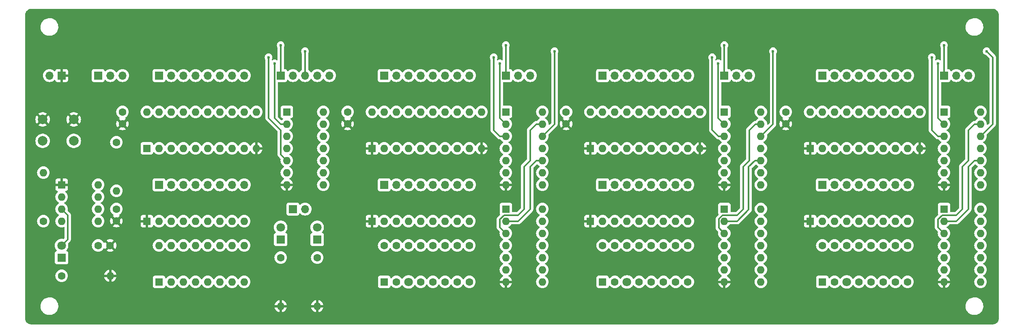
<source format=gbr>
%TF.GenerationSoftware,KiCad,Pcbnew,7.0.6*%
%TF.CreationDate,2023-07-08T12:11:32+08:00*%
%TF.ProjectId,DigitalProtoBoard,44696769-7461-46c5-9072-6f746f426f61,rev?*%
%TF.SameCoordinates,Original*%
%TF.FileFunction,Copper,L2,Bot*%
%TF.FilePolarity,Positive*%
%FSLAX46Y46*%
G04 Gerber Fmt 4.6, Leading zero omitted, Abs format (unit mm)*
G04 Created by KiCad (PCBNEW 7.0.6) date 2023-07-08 12:11:32*
%MOMM*%
%LPD*%
G01*
G04 APERTURE LIST*
%TA.AperFunction,ComponentPad*%
%ADD10R,1.600000X1.600000*%
%TD*%
%TA.AperFunction,ComponentPad*%
%ADD11C,1.600000*%
%TD*%
%TA.AperFunction,ComponentPad*%
%ADD12C,1.800000*%
%TD*%
%TA.AperFunction,ComponentPad*%
%ADD13O,1.600000X1.600000*%
%TD*%
%TA.AperFunction,ComponentPad*%
%ADD14R,1.700000X1.700000*%
%TD*%
%TA.AperFunction,ComponentPad*%
%ADD15O,1.700000X1.700000*%
%TD*%
%TA.AperFunction,ComponentPad*%
%ADD16C,2.000000*%
%TD*%
%TA.AperFunction,ComponentPad*%
%ADD17R,1.800000X1.800000*%
%TD*%
%TA.AperFunction,ViaPad*%
%ADD18C,0.600000*%
%TD*%
%TA.AperFunction,Conductor*%
%ADD19C,0.300000*%
%TD*%
G04 APERTURE END LIST*
D10*
%TO.P,BAR1,1,A*%
%TO.N,Net-(J9-Pin_1)*%
X129540000Y-124460000D03*
D11*
%TO.P,BAR1,2,A*%
%TO.N,Net-(J9-Pin_2)*%
X132080000Y-124460000D03*
D12*
%TO.P,BAR1,3,A*%
%TO.N,Net-(J9-Pin_3)*%
X134620000Y-124460000D03*
D11*
%TO.P,BAR1,4,A*%
%TO.N,Net-(J9-Pin_4)*%
X137160000Y-124460000D03*
%TO.P,BAR1,5,A*%
%TO.N,Net-(J9-Pin_5)*%
X139700000Y-124460000D03*
%TO.P,BAR1,6,A*%
%TO.N,Net-(J9-Pin_6)*%
X142240000Y-124460000D03*
%TO.P,BAR1,7,A*%
%TO.N,Net-(J9-Pin_7)*%
X144780000Y-124460000D03*
%TO.P,BAR1,8,A*%
%TO.N,Net-(J9-Pin_8)*%
X147320000Y-124460000D03*
%TO.P,BAR1,9,K*%
%TO.N,Net-(RN4-R8)*%
X147320000Y-116840000D03*
%TO.P,BAR1,10,K*%
%TO.N,Net-(RN4-R7)*%
X144780000Y-116840000D03*
%TO.P,BAR1,11,K*%
%TO.N,Net-(RN4-R6)*%
X142240000Y-116840000D03*
%TO.P,BAR1,12,K*%
%TO.N,Net-(RN4-R5)*%
X139700000Y-116840000D03*
%TO.P,BAR1,13,K*%
%TO.N,Net-(RN4-R4)*%
X137160000Y-116840000D03*
%TO.P,BAR1,14,K*%
%TO.N,Net-(RN4-R3)*%
X134620000Y-116840000D03*
%TO.P,BAR1,15,K*%
%TO.N,Net-(RN4-R2)*%
X132080000Y-116840000D03*
%TO.P,BAR1,16,K*%
%TO.N,Net-(RN4-R1)*%
X129540000Y-116840000D03*
%TD*%
%TO.P,R4,1*%
%TO.N,Net-(D2-K)*%
X107950000Y-119380000D03*
D13*
%TO.P,R4,2*%
%TO.N,GND*%
X107950000Y-129540000D03*
%TD*%
D14*
%TO.P,J8,1,Pin_1*%
%TO.N,/Pulse Generator/PULSE*%
X246380000Y-81280000D03*
D15*
%TO.P,J8,2,Pin_2*%
%TO.N,/Read Register Addr2/CP*%
X248920000Y-81280000D03*
%TO.P,J8,3,Pin_3*%
%TO.N,/Read Register Addr2/SYNC_CP*%
X251460000Y-81280000D03*
%TD*%
D10*
%TO.P,U4,1*%
%TO.N,Net-(U4-Pad1)*%
X200540000Y-88900000D03*
D13*
%TO.P,U4,2*%
%TO.N,CSB*%
X200540000Y-91440000D03*
%TO.P,U4,3*%
%TO.N,RW*%
X200540000Y-93980000D03*
%TO.P,U4,4*%
%TO.N,Net-(U4-Pad4)*%
X200540000Y-96520000D03*
%TO.P,U4,5*%
%TO.N,Net-(U4-Pad1)*%
X200540000Y-99060000D03*
%TO.P,U4,6*%
X200540000Y-101600000D03*
%TO.P,U4,7,GND*%
%TO.N,GND*%
X200540000Y-104140000D03*
%TO.P,U4,8*%
%TO.N,Net-(U4-Pad4)*%
X208160000Y-104140000D03*
%TO.P,U4,9*%
X208160000Y-101600000D03*
%TO.P,U4,10*%
%TO.N,Net-(U6A-D)*%
X208160000Y-99060000D03*
%TO.P,U4,11*%
%TO.N,CLK*%
X208160000Y-96520000D03*
%TO.P,U4,12*%
X208160000Y-93980000D03*
%TO.P,U4,13*%
%TO.N,Net-(U6A-C)*%
X208160000Y-91440000D03*
%TO.P,U4,14,VCC*%
%TO.N,+5V*%
X208160000Y-88900000D03*
%TD*%
D14*
%TO.P,J11,1,Pin_1*%
%TO.N,Net-(J11-Pin_1)*%
X220980000Y-104140000D03*
D15*
%TO.P,J11,2,Pin_2*%
%TO.N,Net-(J11-Pin_2)*%
X223520000Y-104140000D03*
%TO.P,J11,3,Pin_3*%
%TO.N,Net-(J11-Pin_3)*%
X226060000Y-104140000D03*
%TO.P,J11,4,Pin_4*%
%TO.N,Net-(J11-Pin_4)*%
X228600000Y-104140000D03*
%TO.P,J11,5,Pin_5*%
%TO.N,Net-(J11-Pin_5)*%
X231140000Y-104140000D03*
%TO.P,J11,6,Pin_6*%
%TO.N,Net-(J11-Pin_6)*%
X233680000Y-104140000D03*
%TO.P,J11,7,Pin_7*%
%TO.N,Net-(J11-Pin_7)*%
X236220000Y-104140000D03*
%TO.P,J11,8,Pin_8*%
%TO.N,Net-(J11-Pin_8)*%
X238760000Y-104140000D03*
%TD*%
D14*
%TO.P,J15,1,Pin_1*%
%TO.N,Net-(D2-A)*%
X110490000Y-109220000D03*
D15*
%TO.P,J15,2,Pin_2*%
%TO.N,Net-(D3-A)*%
X113030000Y-109220000D03*
%TD*%
D14*
%TO.P,J5,1,Pin_1*%
%TO.N,/Pulse Generator/PULSE*%
X200540000Y-81280000D03*
D15*
%TO.P,J5,2,Pin_2*%
%TO.N,/Read Register Addr1/CP*%
X203080000Y-81280000D03*
%TO.P,J5,3,Pin_3*%
%TO.N,/Read Register Addr1/SYNC_CP*%
X205620000Y-81280000D03*
%TD*%
D10*
%TO.P,RN1,1,common*%
%TO.N,GND*%
X80010000Y-111760000D03*
D13*
%TO.P,RN1,2,R1*%
%TO.N,Net-(J12-Pin_1)*%
X82550000Y-111760000D03*
%TO.P,RN1,3,R2*%
%TO.N,Net-(J12-Pin_2)*%
X85090000Y-111760000D03*
%TO.P,RN1,4,R3*%
%TO.N,Net-(J12-Pin_3)*%
X87630000Y-111760000D03*
%TO.P,RN1,5,R4*%
%TO.N,Net-(J12-Pin_4)*%
X90170000Y-111760000D03*
%TO.P,RN1,6,R5*%
%TO.N,Net-(J12-Pin_5)*%
X92710000Y-111760000D03*
%TO.P,RN1,7,R6*%
%TO.N,Net-(J12-Pin_6)*%
X95250000Y-111760000D03*
%TO.P,RN1,8,R7*%
%TO.N,Net-(J12-Pin_7)*%
X97790000Y-111760000D03*
%TO.P,RN1,9,R8*%
%TO.N,Net-(J12-Pin_8)*%
X100330000Y-111760000D03*
%TD*%
D10*
%TO.P,RN4,1,common*%
%TO.N,GND*%
X127000000Y-111760000D03*
D13*
%TO.P,RN4,2,R1*%
%TO.N,Net-(RN4-R1)*%
X129540000Y-111760000D03*
%TO.P,RN4,3,R2*%
%TO.N,Net-(RN4-R2)*%
X132080000Y-111760000D03*
%TO.P,RN4,4,R3*%
%TO.N,Net-(RN4-R3)*%
X134620000Y-111760000D03*
%TO.P,RN4,5,R4*%
%TO.N,Net-(RN4-R4)*%
X137160000Y-111760000D03*
%TO.P,RN4,6,R5*%
%TO.N,Net-(RN4-R5)*%
X139700000Y-111760000D03*
%TO.P,RN4,7,R6*%
%TO.N,Net-(RN4-R6)*%
X142240000Y-111760000D03*
%TO.P,RN4,8,R7*%
%TO.N,Net-(RN4-R7)*%
X144780000Y-111760000D03*
%TO.P,RN4,9,R8*%
%TO.N,Net-(RN4-R8)*%
X147320000Y-111760000D03*
%TD*%
D10*
%TO.P,BAR2,1,A*%
%TO.N,Net-(J7-Pin_1)*%
X175140000Y-124460000D03*
D11*
%TO.P,BAR2,2,A*%
%TO.N,Net-(J7-Pin_2)*%
X177680000Y-124460000D03*
D12*
%TO.P,BAR2,3,A*%
%TO.N,Net-(J7-Pin_3)*%
X180220000Y-124460000D03*
D11*
%TO.P,BAR2,4,A*%
%TO.N,Net-(J7-Pin_4)*%
X182760000Y-124460000D03*
%TO.P,BAR2,5,A*%
%TO.N,Net-(J7-Pin_5)*%
X185300000Y-124460000D03*
%TO.P,BAR2,6,A*%
%TO.N,Net-(J7-Pin_6)*%
X187840000Y-124460000D03*
%TO.P,BAR2,7,A*%
%TO.N,Net-(J7-Pin_7)*%
X190380000Y-124460000D03*
%TO.P,BAR2,8,A*%
%TO.N,Net-(J7-Pin_8)*%
X192920000Y-124460000D03*
%TO.P,BAR2,9,K*%
%TO.N,Net-(RN2-R8)*%
X192920000Y-116840000D03*
%TO.P,BAR2,10,K*%
%TO.N,Net-(RN2-R7)*%
X190380000Y-116840000D03*
%TO.P,BAR2,11,K*%
%TO.N,Net-(RN2-R6)*%
X187840000Y-116840000D03*
%TO.P,BAR2,12,K*%
%TO.N,Net-(RN2-R5)*%
X185300000Y-116840000D03*
%TO.P,BAR2,13,K*%
%TO.N,Net-(RN2-R4)*%
X182760000Y-116840000D03*
%TO.P,BAR2,14,K*%
%TO.N,Net-(RN2-R3)*%
X180220000Y-116840000D03*
%TO.P,BAR2,15,K*%
%TO.N,Net-(RN2-R2)*%
X177680000Y-116840000D03*
%TO.P,BAR2,16,K*%
%TO.N,Net-(RN2-R1)*%
X175140000Y-116840000D03*
%TD*%
D10*
%TO.P,RN3,1,common*%
%TO.N,GND*%
X218440000Y-111760000D03*
D13*
%TO.P,RN3,2,R1*%
%TO.N,Net-(RN3-R1)*%
X220980000Y-111760000D03*
%TO.P,RN3,3,R2*%
%TO.N,Net-(RN3-R2)*%
X223520000Y-111760000D03*
%TO.P,RN3,4,R3*%
%TO.N,Net-(RN3-R3)*%
X226060000Y-111760000D03*
%TO.P,RN3,5,R4*%
%TO.N,Net-(RN3-R4)*%
X228600000Y-111760000D03*
%TO.P,RN3,6,R5*%
%TO.N,Net-(RN3-R5)*%
X231140000Y-111760000D03*
%TO.P,RN3,7,R6*%
%TO.N,Net-(RN3-R6)*%
X233680000Y-111760000D03*
%TO.P,RN3,8,R7*%
%TO.N,Net-(RN3-R7)*%
X236220000Y-111760000D03*
%TO.P,RN3,9,R8*%
%TO.N,Net-(RN3-R8)*%
X238760000Y-111760000D03*
%TD*%
D11*
%TO.P,C3,1*%
%TO.N,+5V*%
X74930000Y-88900000D03*
%TO.P,C3,2*%
%TO.N,GND*%
X74930000Y-91400000D03*
%TD*%
D14*
%TO.P,J14,1,Pin_1*%
%TO.N,CLK*%
X69850000Y-81280000D03*
D15*
%TO.P,J14,2,Pin_2*%
%TO.N,RW*%
X72390000Y-81280000D03*
%TO.P,J14,3,Pin_3*%
%TO.N,CSB*%
X74930000Y-81280000D03*
%TD*%
D16*
%TO.P,SW2,1,1*%
%TO.N,GND*%
X58270000Y-90460000D03*
X64770000Y-90460000D03*
%TO.P,SW2,2,2*%
%TO.N,Net-(U1-TR)*%
X58270000Y-94960000D03*
X64770000Y-94960000D03*
%TD*%
D10*
%TO.P,U14,1,OE*%
%TO.N,GND*%
X218440000Y-96520000D03*
D13*
%TO.P,U14,2,D0*%
%TO.N,Net-(J10-Pin_1)*%
X220980000Y-96520000D03*
%TO.P,U14,3,D1*%
%TO.N,Net-(J10-Pin_2)*%
X223520000Y-96520000D03*
%TO.P,U14,4,D2*%
%TO.N,Net-(J10-Pin_3)*%
X226060000Y-96520000D03*
%TO.P,U14,5,D3*%
%TO.N,Net-(J10-Pin_4)*%
X228600000Y-96520000D03*
%TO.P,U14,6,D4*%
%TO.N,Net-(J10-Pin_5)*%
X231140000Y-96520000D03*
%TO.P,U14,7,D5*%
%TO.N,Net-(J10-Pin_6)*%
X233680000Y-96520000D03*
%TO.P,U14,8,D6*%
%TO.N,Net-(J10-Pin_7)*%
X236220000Y-96520000D03*
%TO.P,U14,9,D7*%
%TO.N,Net-(J10-Pin_8)*%
X238760000Y-96520000D03*
%TO.P,U14,10,GND*%
%TO.N,GND*%
X241300000Y-96520000D03*
%TO.P,U14,11,Cp*%
%TO.N,/Read Register Addr2/CP*%
X241300000Y-88900000D03*
%TO.P,U14,12,Q7*%
%TO.N,Net-(J11-Pin_8)*%
X238760000Y-88900000D03*
%TO.P,U14,13,Q6*%
%TO.N,Net-(J11-Pin_7)*%
X236220000Y-88900000D03*
%TO.P,U14,14,Q5*%
%TO.N,Net-(J11-Pin_6)*%
X233680000Y-88900000D03*
%TO.P,U14,15,Q4*%
%TO.N,Net-(J11-Pin_5)*%
X231140000Y-88900000D03*
%TO.P,U14,16,Q3*%
%TO.N,Net-(J11-Pin_4)*%
X228600000Y-88900000D03*
%TO.P,U14,17,Q2*%
%TO.N,Net-(J11-Pin_3)*%
X226060000Y-88900000D03*
%TO.P,U14,18,Q1*%
%TO.N,Net-(J11-Pin_2)*%
X223520000Y-88900000D03*
%TO.P,U14,19,Q0*%
%TO.N,Net-(J11-Pin_1)*%
X220980000Y-88900000D03*
%TO.P,U14,20,VCC*%
%TO.N,+5V*%
X218440000Y-88900000D03*
%TD*%
D14*
%TO.P,J13,1,Pin_1*%
%TO.N,Net-(J13-Pin_1)*%
X82550000Y-81280000D03*
D15*
%TO.P,J13,2,Pin_2*%
%TO.N,Net-(J13-Pin_2)*%
X85090000Y-81280000D03*
%TO.P,J13,3,Pin_3*%
%TO.N,Net-(J13-Pin_3)*%
X87630000Y-81280000D03*
%TO.P,J13,4,Pin_4*%
%TO.N,Net-(J13-Pin_4)*%
X90170000Y-81280000D03*
%TO.P,J13,5,Pin_5*%
%TO.N,Net-(J13-Pin_5)*%
X92710000Y-81280000D03*
%TO.P,J13,6,Pin_6*%
%TO.N,Net-(J13-Pin_6)*%
X95250000Y-81280000D03*
%TO.P,J13,7,Pin_7*%
%TO.N,Net-(J13-Pin_7)*%
X97790000Y-81280000D03*
%TO.P,J13,8,Pin_8*%
%TO.N,Net-(J13-Pin_8)*%
X100330000Y-81280000D03*
%TD*%
D10*
%TO.P,U12,1*%
%TO.N,Net-(U12-Pad1)*%
X246380000Y-88900000D03*
D13*
%TO.P,U12,2*%
%TO.N,CSB*%
X246380000Y-91440000D03*
%TO.P,U12,3*%
%TO.N,RW*%
X246380000Y-93980000D03*
%TO.P,U12,4*%
%TO.N,Net-(U12-Pad4)*%
X246380000Y-96520000D03*
%TO.P,U12,5*%
%TO.N,Net-(U12-Pad1)*%
X246380000Y-99060000D03*
%TO.P,U12,6*%
X246380000Y-101600000D03*
%TO.P,U12,7,GND*%
%TO.N,GND*%
X246380000Y-104140000D03*
%TO.P,U12,8*%
%TO.N,Net-(U12-Pad4)*%
X254000000Y-104140000D03*
%TO.P,U12,9*%
X254000000Y-101600000D03*
%TO.P,U12,10*%
%TO.N,Net-(U13A-D)*%
X254000000Y-99060000D03*
%TO.P,U12,11*%
%TO.N,CLK*%
X254000000Y-96520000D03*
%TO.P,U12,12*%
X254000000Y-93980000D03*
%TO.P,U12,13*%
%TO.N,Net-(U13A-C)*%
X254000000Y-91440000D03*
%TO.P,U12,14,VCC*%
%TO.N,+5V*%
X254000000Y-88900000D03*
%TD*%
D11*
%TO.P,R1,1*%
%TO.N,+5V*%
X58420000Y-111760000D03*
D13*
%TO.P,R1,2*%
%TO.N,Net-(U1-TR)*%
X58420000Y-101600000D03*
%TD*%
D17*
%TO.P,D2,1,K*%
%TO.N,Net-(D2-K)*%
X107950000Y-115570000D03*
D12*
%TO.P,D2,2,A*%
%TO.N,Net-(D2-A)*%
X107950000Y-113030000D03*
%TD*%
D10*
%TO.P,U10,1*%
%TO.N,Net-(U10-Pad1)*%
X154940000Y-88900000D03*
D13*
%TO.P,U10,2*%
%TO.N,CSB*%
X154940000Y-91440000D03*
%TO.P,U10,3*%
%TO.N,RW*%
X154940000Y-93980000D03*
%TO.P,U10,4*%
%TO.N,Net-(U10-Pad4)*%
X154940000Y-96520000D03*
%TO.P,U10,5*%
%TO.N,Net-(U10-Pad1)*%
X154940000Y-99060000D03*
%TO.P,U10,6*%
X154940000Y-101600000D03*
%TO.P,U10,7,GND*%
%TO.N,GND*%
X154940000Y-104140000D03*
%TO.P,U10,8*%
%TO.N,Net-(U10-Pad4)*%
X162560000Y-104140000D03*
%TO.P,U10,9*%
X162560000Y-101600000D03*
%TO.P,U10,10*%
%TO.N,Net-(U8A-D)*%
X162560000Y-99060000D03*
%TO.P,U10,11*%
%TO.N,CLK*%
X162560000Y-96520000D03*
%TO.P,U10,12*%
X162560000Y-93980000D03*
%TO.P,U10,13*%
%TO.N,Net-(U8A-C)*%
X162560000Y-91440000D03*
%TO.P,U10,14,VCC*%
%TO.N,+5V*%
X162560000Y-88900000D03*
%TD*%
D14*
%TO.P,J7,1,Pin_1*%
%TO.N,Net-(J7-Pin_1)*%
X175140000Y-104140000D03*
D15*
%TO.P,J7,2,Pin_2*%
%TO.N,Net-(J7-Pin_2)*%
X177680000Y-104140000D03*
%TO.P,J7,3,Pin_3*%
%TO.N,Net-(J7-Pin_3)*%
X180220000Y-104140000D03*
%TO.P,J7,4,Pin_4*%
%TO.N,Net-(J7-Pin_4)*%
X182760000Y-104140000D03*
%TO.P,J7,5,Pin_5*%
%TO.N,Net-(J7-Pin_5)*%
X185300000Y-104140000D03*
%TO.P,J7,6,Pin_6*%
%TO.N,Net-(J7-Pin_6)*%
X187840000Y-104140000D03*
%TO.P,J7,7,Pin_7*%
%TO.N,Net-(J7-Pin_7)*%
X190380000Y-104140000D03*
%TO.P,J7,8,Pin_8*%
%TO.N,Net-(J7-Pin_8)*%
X192920000Y-104140000D03*
%TD*%
D10*
%TO.P,U6,1,~{R}*%
%TO.N,+5V*%
X200540000Y-109220000D03*
D13*
%TO.P,U6,2,D*%
%TO.N,Net-(U6A-D)*%
X200540000Y-111760000D03*
%TO.P,U6,3,C*%
%TO.N,Net-(U6A-C)*%
X200540000Y-114300000D03*
%TO.P,U6,4,~{S}*%
%TO.N,+5V*%
X200540000Y-116840000D03*
%TO.P,U6,5,Q*%
%TO.N,unconnected-(U6A-Q-Pad5)*%
X200540000Y-119380000D03*
%TO.P,U6,6,~{Q}*%
%TO.N,/Read Register Addr1/SYNC_CP*%
X200540000Y-121920000D03*
%TO.P,U6,7,GND*%
%TO.N,GND*%
X200540000Y-124460000D03*
%TO.P,U6,8,~{Q}*%
%TO.N,unconnected-(U6B-~{Q}-Pad8)*%
X208160000Y-124460000D03*
%TO.P,U6,9,Q*%
%TO.N,unconnected-(U6B-Q-Pad9)*%
X208160000Y-121920000D03*
%TO.P,U6,10,~{S}*%
%TO.N,+5V*%
X208160000Y-119380000D03*
%TO.P,U6,11,C*%
X208160000Y-116840000D03*
%TO.P,U6,12,D*%
X208160000Y-114300000D03*
%TO.P,U6,13,~{R}*%
X208160000Y-111760000D03*
%TO.P,U6,14,VCC*%
X208160000Y-109220000D03*
%TD*%
D14*
%TO.P,J12,1,Pin_1*%
%TO.N,Net-(J12-Pin_1)*%
X82550000Y-104140000D03*
D15*
%TO.P,J12,2,Pin_2*%
%TO.N,Net-(J12-Pin_2)*%
X85090000Y-104140000D03*
%TO.P,J12,3,Pin_3*%
%TO.N,Net-(J12-Pin_3)*%
X87630000Y-104140000D03*
%TO.P,J12,4,Pin_4*%
%TO.N,Net-(J12-Pin_4)*%
X90170000Y-104140000D03*
%TO.P,J12,5,Pin_5*%
%TO.N,Net-(J12-Pin_5)*%
X92710000Y-104140000D03*
%TO.P,J12,6,Pin_6*%
%TO.N,Net-(J12-Pin_6)*%
X95250000Y-104140000D03*
%TO.P,J12,7,Pin_7*%
%TO.N,Net-(J12-Pin_7)*%
X97790000Y-104140000D03*
%TO.P,J12,8,Pin_8*%
%TO.N,Net-(J12-Pin_8)*%
X100330000Y-104140000D03*
%TD*%
D10*
%TO.P,U1,1,GND*%
%TO.N,GND*%
X62230000Y-104140000D03*
D13*
%TO.P,U1,2,TR*%
%TO.N,Net-(U1-TR)*%
X62230000Y-106680000D03*
%TO.P,U1,3,Q*%
%TO.N,/Pulse Generator/PULSE*%
X62230000Y-109220000D03*
%TO.P,U1,4,R*%
%TO.N,+5V*%
X62230000Y-111760000D03*
%TO.P,U1,5,CV*%
%TO.N,Net-(U1-CV)*%
X69850000Y-111760000D03*
%TO.P,U1,6,THR*%
%TO.N,Net-(U1-DIS)*%
X69850000Y-109220000D03*
%TO.P,U1,7,DIS*%
X69850000Y-106680000D03*
%TO.P,U1,8,VCC*%
%TO.N,+5V*%
X69850000Y-104140000D03*
%TD*%
D14*
%TO.P,J2,1,Pin_1*%
%TO.N,GND*%
X62230000Y-81280000D03*
D15*
%TO.P,J2,2,Pin_2*%
%TO.N,+5V*%
X59690000Y-81280000D03*
%TD*%
D10*
%TO.P,U13,1,~{R}*%
%TO.N,+5V*%
X246380000Y-109220000D03*
D13*
%TO.P,U13,2,D*%
%TO.N,Net-(U13A-D)*%
X246380000Y-111760000D03*
%TO.P,U13,3,C*%
%TO.N,Net-(U13A-C)*%
X246380000Y-114300000D03*
%TO.P,U13,4,~{S}*%
%TO.N,+5V*%
X246380000Y-116840000D03*
%TO.P,U13,5,Q*%
%TO.N,unconnected-(U13A-Q-Pad5)*%
X246380000Y-119380000D03*
%TO.P,U13,6,~{Q}*%
%TO.N,/Read Register Addr2/SYNC_CP*%
X246380000Y-121920000D03*
%TO.P,U13,7,GND*%
%TO.N,GND*%
X246380000Y-124460000D03*
%TO.P,U13,8,~{Q}*%
%TO.N,unconnected-(U13B-~{Q}-Pad8)*%
X254000000Y-124460000D03*
%TO.P,U13,9,Q*%
%TO.N,unconnected-(U13B-Q-Pad9)*%
X254000000Y-121920000D03*
%TO.P,U13,10,~{S}*%
%TO.N,+5V*%
X254000000Y-119380000D03*
%TO.P,U13,11,C*%
X254000000Y-116840000D03*
%TO.P,U13,12,D*%
X254000000Y-114300000D03*
%TO.P,U13,13,~{R}*%
X254000000Y-111760000D03*
%TO.P,U13,14,VCC*%
X254000000Y-109220000D03*
%TD*%
D10*
%TO.P,U2,1,OE*%
%TO.N,GND*%
X127000000Y-96520000D03*
D13*
%TO.P,U2,2,D0*%
%TO.N,Net-(J4-Pin_1)*%
X129540000Y-96520000D03*
%TO.P,U2,3,D1*%
%TO.N,Net-(J4-Pin_2)*%
X132080000Y-96520000D03*
%TO.P,U2,4,D2*%
%TO.N,Net-(J4-Pin_3)*%
X134620000Y-96520000D03*
%TO.P,U2,5,D3*%
%TO.N,Net-(J4-Pin_4)*%
X137160000Y-96520000D03*
%TO.P,U2,6,D4*%
%TO.N,Net-(J4-Pin_5)*%
X139700000Y-96520000D03*
%TO.P,U2,7,D5*%
%TO.N,Net-(J4-Pin_6)*%
X142240000Y-96520000D03*
%TO.P,U2,8,D6*%
%TO.N,Net-(J4-Pin_7)*%
X144780000Y-96520000D03*
%TO.P,U2,9,D7*%
%TO.N,Net-(J4-Pin_8)*%
X147320000Y-96520000D03*
%TO.P,U2,10,GND*%
%TO.N,GND*%
X149860000Y-96520000D03*
%TO.P,U2,11,Cp*%
%TO.N,/Read Register Data/CP*%
X149860000Y-88900000D03*
%TO.P,U2,12,Q7*%
%TO.N,Net-(J9-Pin_8)*%
X147320000Y-88900000D03*
%TO.P,U2,13,Q6*%
%TO.N,Net-(J9-Pin_7)*%
X144780000Y-88900000D03*
%TO.P,U2,14,Q5*%
%TO.N,Net-(J9-Pin_6)*%
X142240000Y-88900000D03*
%TO.P,U2,15,Q4*%
%TO.N,Net-(J9-Pin_5)*%
X139700000Y-88900000D03*
%TO.P,U2,16,Q3*%
%TO.N,Net-(J9-Pin_4)*%
X137160000Y-88900000D03*
%TO.P,U2,17,Q2*%
%TO.N,Net-(J9-Pin_3)*%
X134620000Y-88900000D03*
%TO.P,U2,18,Q1*%
%TO.N,Net-(J9-Pin_2)*%
X132080000Y-88900000D03*
%TO.P,U2,19,Q0*%
%TO.N,Net-(J9-Pin_1)*%
X129540000Y-88900000D03*
%TO.P,U2,20,VCC*%
%TO.N,+5V*%
X127000000Y-88900000D03*
%TD*%
D10*
%TO.P,RN2,1,common*%
%TO.N,GND*%
X172600000Y-111760000D03*
D13*
%TO.P,RN2,2,R1*%
%TO.N,Net-(RN2-R1)*%
X175140000Y-111760000D03*
%TO.P,RN2,3,R2*%
%TO.N,Net-(RN2-R2)*%
X177680000Y-111760000D03*
%TO.P,RN2,4,R3*%
%TO.N,Net-(RN2-R3)*%
X180220000Y-111760000D03*
%TO.P,RN2,5,R4*%
%TO.N,Net-(RN2-R4)*%
X182760000Y-111760000D03*
%TO.P,RN2,6,R5*%
%TO.N,Net-(RN2-R5)*%
X185300000Y-111760000D03*
%TO.P,RN2,7,R6*%
%TO.N,Net-(RN2-R6)*%
X187840000Y-111760000D03*
%TO.P,RN2,8,R7*%
%TO.N,Net-(RN2-R7)*%
X190380000Y-111760000D03*
%TO.P,RN2,9,R8*%
%TO.N,Net-(RN2-R8)*%
X192920000Y-111760000D03*
%TD*%
D11*
%TO.P,R5,1*%
%TO.N,Net-(D3-K)*%
X115570000Y-119380000D03*
D13*
%TO.P,R5,2*%
%TO.N,GND*%
X115570000Y-129540000D03*
%TD*%
D10*
%TO.P,U8,1,~{R}*%
%TO.N,+5V*%
X154940000Y-109220000D03*
D13*
%TO.P,U8,2,D*%
%TO.N,Net-(U8A-D)*%
X154940000Y-111760000D03*
%TO.P,U8,3,C*%
%TO.N,Net-(U8A-C)*%
X154940000Y-114300000D03*
%TO.P,U8,4,~{S}*%
%TO.N,+5V*%
X154940000Y-116840000D03*
%TO.P,U8,5,Q*%
%TO.N,unconnected-(U8A-Q-Pad5)*%
X154940000Y-119380000D03*
%TO.P,U8,6,~{Q}*%
%TO.N,/Read Register Data/SYNC_CP*%
X154940000Y-121920000D03*
%TO.P,U8,7,GND*%
%TO.N,GND*%
X154940000Y-124460000D03*
%TO.P,U8,8,~{Q}*%
%TO.N,unconnected-(U8B-~{Q}-Pad8)*%
X162560000Y-124460000D03*
%TO.P,U8,9,Q*%
%TO.N,unconnected-(U8B-Q-Pad9)*%
X162560000Y-121920000D03*
%TO.P,U8,10,~{S}*%
%TO.N,+5V*%
X162560000Y-119380000D03*
%TO.P,U8,11,C*%
X162560000Y-116840000D03*
%TO.P,U8,12,D*%
X162560000Y-114300000D03*
%TO.P,U8,13,~{R}*%
X162560000Y-111760000D03*
%TO.P,U8,14,VCC*%
X162560000Y-109220000D03*
%TD*%
D10*
%TO.P,U19,1*%
%TO.N,Net-(U19-Pad1)*%
X109220000Y-88900000D03*
D13*
%TO.P,U19,2*%
%TO.N,CSB*%
X109220000Y-91440000D03*
%TO.P,U19,3*%
%TO.N,Net-(U19-Pad3)*%
X109220000Y-93980000D03*
%TO.P,U19,4*%
X109220000Y-96520000D03*
%TO.P,U19,5*%
%TO.N,RW*%
X109220000Y-99060000D03*
%TO.P,U19,6*%
X109220000Y-101600000D03*
%TO.P,U19,7,GND*%
%TO.N,GND*%
X109220000Y-104140000D03*
%TO.P,U19,8*%
%TO.N,Net-(U19-Pad1)*%
X116840000Y-104140000D03*
%TO.P,U19,9*%
X116840000Y-101600000D03*
%TO.P,U19,10*%
%TO.N,/Write Register Data/SYNC_OE*%
X116840000Y-99060000D03*
%TO.P,U19,11*%
%TO.N,+5V*%
X116840000Y-96520000D03*
%TO.P,U19,12*%
X116840000Y-93980000D03*
%TO.P,U19,13*%
%TO.N,unconnected-(U19-Pad13)*%
X116840000Y-91440000D03*
%TO.P,U19,14,VCC*%
%TO.N,+5V*%
X116840000Y-88900000D03*
%TD*%
D11*
%TO.P,C2,1*%
%TO.N,Net-(U1-DIS)*%
X73660000Y-109220000D03*
%TO.P,C2,2*%
%TO.N,GND*%
X73660000Y-111720000D03*
%TD*%
%TO.P,C5,1*%
%TO.N,+5V*%
X167520000Y-88900000D03*
%TO.P,C5,2*%
%TO.N,GND*%
X167520000Y-91400000D03*
%TD*%
D17*
%TO.P,D3,1,K*%
%TO.N,Net-(D3-K)*%
X115570000Y-115570000D03*
D12*
%TO.P,D3,2,A*%
%TO.N,Net-(D3-A)*%
X115570000Y-113030000D03*
%TD*%
D11*
%TO.P,C4,1*%
%TO.N,+5V*%
X121920000Y-88900000D03*
%TO.P,C4,2*%
%TO.N,GND*%
X121920000Y-91400000D03*
%TD*%
D10*
%TO.P,SW1,1*%
%TO.N,+5V*%
X82550000Y-124460000D03*
D13*
%TO.P,SW1,2*%
X85090000Y-124460000D03*
%TO.P,SW1,3*%
X87630000Y-124460000D03*
%TO.P,SW1,4*%
X90170000Y-124460000D03*
%TO.P,SW1,5*%
X92710000Y-124460000D03*
%TO.P,SW1,6*%
X95250000Y-124460000D03*
%TO.P,SW1,7*%
X97790000Y-124460000D03*
%TO.P,SW1,8*%
X100330000Y-124460000D03*
%TO.P,SW1,9*%
%TO.N,Net-(J12-Pin_8)*%
X100330000Y-116840000D03*
%TO.P,SW1,10*%
%TO.N,Net-(J12-Pin_7)*%
X97790000Y-116840000D03*
%TO.P,SW1,11*%
%TO.N,Net-(J12-Pin_6)*%
X95250000Y-116840000D03*
%TO.P,SW1,12*%
%TO.N,Net-(J12-Pin_5)*%
X92710000Y-116840000D03*
%TO.P,SW1,13*%
%TO.N,Net-(J12-Pin_4)*%
X90170000Y-116840000D03*
%TO.P,SW1,14*%
%TO.N,Net-(J12-Pin_3)*%
X87630000Y-116840000D03*
%TO.P,SW1,15*%
%TO.N,Net-(J12-Pin_2)*%
X85090000Y-116840000D03*
%TO.P,SW1,16*%
%TO.N,Net-(J12-Pin_1)*%
X82550000Y-116840000D03*
%TD*%
D11*
%TO.P,R3,1*%
%TO.N,Net-(D1-K)*%
X62230000Y-123190000D03*
D13*
%TO.P,R3,2*%
%TO.N,GND*%
X72390000Y-123190000D03*
%TD*%
D10*
%TO.P,U7,1,OE*%
%TO.N,GND*%
X172600000Y-96520000D03*
D13*
%TO.P,U7,2,D0*%
%TO.N,Net-(J6-Pin_1)*%
X175140000Y-96520000D03*
%TO.P,U7,3,D1*%
%TO.N,Net-(J6-Pin_2)*%
X177680000Y-96520000D03*
%TO.P,U7,4,D2*%
%TO.N,Net-(J6-Pin_3)*%
X180220000Y-96520000D03*
%TO.P,U7,5,D3*%
%TO.N,Net-(J6-Pin_4)*%
X182760000Y-96520000D03*
%TO.P,U7,6,D4*%
%TO.N,Net-(J6-Pin_5)*%
X185300000Y-96520000D03*
%TO.P,U7,7,D5*%
%TO.N,Net-(J6-Pin_6)*%
X187840000Y-96520000D03*
%TO.P,U7,8,D6*%
%TO.N,Net-(J6-Pin_7)*%
X190380000Y-96520000D03*
%TO.P,U7,9,D7*%
%TO.N,Net-(J6-Pin_8)*%
X192920000Y-96520000D03*
%TO.P,U7,10,GND*%
%TO.N,GND*%
X195460000Y-96520000D03*
%TO.P,U7,11,Cp*%
%TO.N,/Read Register Addr1/CP*%
X195460000Y-88900000D03*
%TO.P,U7,12,Q7*%
%TO.N,Net-(J7-Pin_8)*%
X192920000Y-88900000D03*
%TO.P,U7,13,Q6*%
%TO.N,Net-(J7-Pin_7)*%
X190380000Y-88900000D03*
%TO.P,U7,14,Q5*%
%TO.N,Net-(J7-Pin_6)*%
X187840000Y-88900000D03*
%TO.P,U7,15,Q4*%
%TO.N,Net-(J7-Pin_5)*%
X185300000Y-88900000D03*
%TO.P,U7,16,Q3*%
%TO.N,Net-(J7-Pin_4)*%
X182760000Y-88900000D03*
%TO.P,U7,17,Q2*%
%TO.N,Net-(J7-Pin_3)*%
X180220000Y-88900000D03*
%TO.P,U7,18,Q1*%
%TO.N,Net-(J7-Pin_2)*%
X177680000Y-88900000D03*
%TO.P,U7,19,Q0*%
%TO.N,Net-(J7-Pin_1)*%
X175140000Y-88900000D03*
%TO.P,U7,20,VCC*%
%TO.N,+5V*%
X172600000Y-88900000D03*
%TD*%
D10*
%TO.P,BAR3,1,A*%
%TO.N,Net-(J11-Pin_1)*%
X220980000Y-124460000D03*
D11*
%TO.P,BAR3,2,A*%
%TO.N,Net-(J11-Pin_2)*%
X223520000Y-124460000D03*
D12*
%TO.P,BAR3,3,A*%
%TO.N,Net-(J11-Pin_3)*%
X226060000Y-124460000D03*
D11*
%TO.P,BAR3,4,A*%
%TO.N,Net-(J11-Pin_4)*%
X228600000Y-124460000D03*
%TO.P,BAR3,5,A*%
%TO.N,Net-(J11-Pin_5)*%
X231140000Y-124460000D03*
%TO.P,BAR3,6,A*%
%TO.N,Net-(J11-Pin_6)*%
X233680000Y-124460000D03*
%TO.P,BAR3,7,A*%
%TO.N,Net-(J11-Pin_7)*%
X236220000Y-124460000D03*
%TO.P,BAR3,8,A*%
%TO.N,Net-(J11-Pin_8)*%
X238760000Y-124460000D03*
%TO.P,BAR3,9,K*%
%TO.N,Net-(RN3-R8)*%
X238760000Y-116840000D03*
%TO.P,BAR3,10,K*%
%TO.N,Net-(RN3-R7)*%
X236220000Y-116840000D03*
%TO.P,BAR3,11,K*%
%TO.N,Net-(RN3-R6)*%
X233680000Y-116840000D03*
%TO.P,BAR3,12,K*%
%TO.N,Net-(RN3-R5)*%
X231140000Y-116840000D03*
%TO.P,BAR3,13,K*%
%TO.N,Net-(RN3-R4)*%
X228600000Y-116840000D03*
%TO.P,BAR3,14,K*%
%TO.N,Net-(RN3-R3)*%
X226060000Y-116840000D03*
%TO.P,BAR3,15,K*%
%TO.N,Net-(RN3-R2)*%
X223520000Y-116840000D03*
%TO.P,BAR3,16,K*%
%TO.N,Net-(RN3-R1)*%
X220980000Y-116840000D03*
%TD*%
D14*
%TO.P,J9,1,Pin_1*%
%TO.N,Net-(J9-Pin_1)*%
X129540000Y-104140000D03*
D15*
%TO.P,J9,2,Pin_2*%
%TO.N,Net-(J9-Pin_2)*%
X132080000Y-104140000D03*
%TO.P,J9,3,Pin_3*%
%TO.N,Net-(J9-Pin_3)*%
X134620000Y-104140000D03*
%TO.P,J9,4,Pin_4*%
%TO.N,Net-(J9-Pin_4)*%
X137160000Y-104140000D03*
%TO.P,J9,5,Pin_5*%
%TO.N,Net-(J9-Pin_5)*%
X139700000Y-104140000D03*
%TO.P,J9,6,Pin_6*%
%TO.N,Net-(J9-Pin_6)*%
X142240000Y-104140000D03*
%TO.P,J9,7,Pin_7*%
%TO.N,Net-(J9-Pin_7)*%
X144780000Y-104140000D03*
%TO.P,J9,8,Pin_8*%
%TO.N,Net-(J9-Pin_8)*%
X147320000Y-104140000D03*
%TD*%
D14*
%TO.P,J1,1,Pin_1*%
%TO.N,/Pulse Generator/PULSE*%
X154940000Y-81280000D03*
D15*
%TO.P,J1,2,Pin_2*%
%TO.N,/Read Register Data/CP*%
X157480000Y-81280000D03*
%TO.P,J1,3,Pin_3*%
%TO.N,/Read Register Data/SYNC_CP*%
X160020000Y-81280000D03*
%TD*%
D14*
%TO.P,J4,1,Pin_1*%
%TO.N,Net-(J4-Pin_1)*%
X129540000Y-81280000D03*
D15*
%TO.P,J4,2,Pin_2*%
%TO.N,Net-(J4-Pin_2)*%
X132080000Y-81280000D03*
%TO.P,J4,3,Pin_3*%
%TO.N,Net-(J4-Pin_3)*%
X134620000Y-81280000D03*
%TO.P,J4,4,Pin_4*%
%TO.N,Net-(J4-Pin_4)*%
X137160000Y-81280000D03*
%TO.P,J4,5,Pin_5*%
%TO.N,Net-(J4-Pin_5)*%
X139700000Y-81280000D03*
%TO.P,J4,6,Pin_6*%
%TO.N,Net-(J4-Pin_6)*%
X142240000Y-81280000D03*
%TO.P,J4,7,Pin_7*%
%TO.N,Net-(J4-Pin_7)*%
X144780000Y-81280000D03*
%TO.P,J4,8,Pin_8*%
%TO.N,Net-(J4-Pin_8)*%
X147320000Y-81280000D03*
%TD*%
D10*
%TO.P,U5,1,OE*%
%TO.N,/Write Register Data/OE*%
X80010000Y-96520000D03*
D13*
%TO.P,U5,2,D0*%
%TO.N,Net-(J12-Pin_1)*%
X82550000Y-96520000D03*
%TO.P,U5,3,D1*%
%TO.N,Net-(J12-Pin_2)*%
X85090000Y-96520000D03*
%TO.P,U5,4,D2*%
%TO.N,Net-(J12-Pin_3)*%
X87630000Y-96520000D03*
%TO.P,U5,5,D3*%
%TO.N,Net-(J12-Pin_4)*%
X90170000Y-96520000D03*
%TO.P,U5,6,D4*%
%TO.N,Net-(J12-Pin_5)*%
X92710000Y-96520000D03*
%TO.P,U5,7,D5*%
%TO.N,Net-(J12-Pin_6)*%
X95250000Y-96520000D03*
%TO.P,U5,8,D6*%
%TO.N,Net-(J12-Pin_7)*%
X97790000Y-96520000D03*
%TO.P,U5,9,D7*%
%TO.N,Net-(J12-Pin_8)*%
X100330000Y-96520000D03*
%TO.P,U5,10,GND*%
%TO.N,GND*%
X102870000Y-96520000D03*
%TO.P,U5,11,Cp*%
%TO.N,/Write Register Data/CP*%
X102870000Y-88900000D03*
%TO.P,U5,12,Q7*%
%TO.N,Net-(J13-Pin_8)*%
X100330000Y-88900000D03*
%TO.P,U5,13,Q6*%
%TO.N,Net-(J13-Pin_7)*%
X97790000Y-88900000D03*
%TO.P,U5,14,Q5*%
%TO.N,Net-(J13-Pin_6)*%
X95250000Y-88900000D03*
%TO.P,U5,15,Q4*%
%TO.N,Net-(J13-Pin_5)*%
X92710000Y-88900000D03*
%TO.P,U5,16,Q3*%
%TO.N,Net-(J13-Pin_4)*%
X90170000Y-88900000D03*
%TO.P,U5,17,Q2*%
%TO.N,Net-(J13-Pin_3)*%
X87630000Y-88900000D03*
%TO.P,U5,18,Q1*%
%TO.N,Net-(J13-Pin_2)*%
X85090000Y-88900000D03*
%TO.P,U5,19,Q0*%
%TO.N,Net-(J13-Pin_1)*%
X82550000Y-88900000D03*
%TO.P,U5,20,VCC*%
%TO.N,+5V*%
X80010000Y-88900000D03*
%TD*%
D14*
%TO.P,J10,1,Pin_1*%
%TO.N,Net-(J10-Pin_1)*%
X220980000Y-81280000D03*
D15*
%TO.P,J10,2,Pin_2*%
%TO.N,Net-(J10-Pin_2)*%
X223520000Y-81280000D03*
%TO.P,J10,3,Pin_3*%
%TO.N,Net-(J10-Pin_3)*%
X226060000Y-81280000D03*
%TO.P,J10,4,Pin_4*%
%TO.N,Net-(J10-Pin_4)*%
X228600000Y-81280000D03*
%TO.P,J10,5,Pin_5*%
%TO.N,Net-(J10-Pin_5)*%
X231140000Y-81280000D03*
%TO.P,J10,6,Pin_6*%
%TO.N,Net-(J10-Pin_6)*%
X233680000Y-81280000D03*
%TO.P,J10,7,Pin_7*%
%TO.N,Net-(J10-Pin_7)*%
X236220000Y-81280000D03*
%TO.P,J10,8,Pin_8*%
%TO.N,Net-(J10-Pin_8)*%
X238760000Y-81280000D03*
%TD*%
D17*
%TO.P,D1,1,K*%
%TO.N,Net-(D1-K)*%
X62230000Y-119380000D03*
D12*
%TO.P,D1,2,A*%
%TO.N,/Pulse Generator/PULSE*%
X62230000Y-116840000D03*
%TD*%
D11*
%TO.P,C6,1*%
%TO.N,+5V*%
X213360000Y-88900000D03*
%TO.P,C6,2*%
%TO.N,GND*%
X213360000Y-91400000D03*
%TD*%
D14*
%TO.P,J3,1,Pin_1*%
%TO.N,/Pulse Generator/PULSE*%
X107950000Y-81280000D03*
D15*
%TO.P,J3,2,Pin_2*%
%TO.N,/Write Register Data/CP*%
X110490000Y-81280000D03*
%TO.P,J3,3,Pin_3*%
%TO.N,CLK*%
X113030000Y-81280000D03*
%TO.P,J3,4,Pin_4*%
%TO.N,/Write Register Data/OE*%
X115570000Y-81280000D03*
%TO.P,J3,5,Pin_5*%
%TO.N,/Write Register Data/SYNC_OE*%
X118110000Y-81280000D03*
%TD*%
D11*
%TO.P,C1,1*%
%TO.N,Net-(U1-CV)*%
X69850000Y-116840000D03*
%TO.P,C1,2*%
%TO.N,GND*%
X72350000Y-116840000D03*
%TD*%
%TO.P,R2,1*%
%TO.N,+5V*%
X73660000Y-95250000D03*
D13*
%TO.P,R2,2*%
%TO.N,Net-(U1-DIS)*%
X73660000Y-105410000D03*
%TD*%
D14*
%TO.P,J6,1,Pin_1*%
%TO.N,Net-(J6-Pin_1)*%
X175140000Y-81280000D03*
D15*
%TO.P,J6,2,Pin_2*%
%TO.N,Net-(J6-Pin_2)*%
X177680000Y-81280000D03*
%TO.P,J6,3,Pin_3*%
%TO.N,Net-(J6-Pin_3)*%
X180220000Y-81280000D03*
%TO.P,J6,4,Pin_4*%
%TO.N,Net-(J6-Pin_4)*%
X182760000Y-81280000D03*
%TO.P,J6,5,Pin_5*%
%TO.N,Net-(J6-Pin_5)*%
X185300000Y-81280000D03*
%TO.P,J6,6,Pin_6*%
%TO.N,Net-(J6-Pin_6)*%
X187840000Y-81280000D03*
%TO.P,J6,7,Pin_7*%
%TO.N,Net-(J6-Pin_7)*%
X190380000Y-81280000D03*
%TO.P,J6,8,Pin_8*%
%TO.N,Net-(J6-Pin_8)*%
X192920000Y-81280000D03*
%TD*%
D18*
%TO.N,/Pulse Generator/PULSE*%
X246380000Y-74930000D03*
X154940000Y-74930000D03*
X200540000Y-74930000D03*
X107950000Y-74930000D03*
%TO.N,CLK*%
X210700000Y-76200000D03*
X113030000Y-76200000D03*
X165100000Y-76200000D03*
X255270000Y-76200000D03*
%TO.N,RW*%
X243840000Y-77470000D03*
X152400000Y-77470000D03*
X198000000Y-77470000D03*
X105410000Y-77470000D03*
%TO.N,CSB*%
X245110000Y-78740000D03*
X199270000Y-78740000D03*
X106680000Y-78740000D03*
X153670000Y-78740000D03*
%TD*%
D19*
%TO.N,/Pulse Generator/PULSE*%
X63500000Y-110490000D02*
X63500000Y-115570000D01*
X107950000Y-81280000D02*
X107950000Y-74930000D01*
X62230000Y-109220000D02*
X63500000Y-110490000D01*
X63500000Y-115570000D02*
X62230000Y-116840000D01*
X200540000Y-81280000D02*
X200540000Y-74930000D01*
X154940000Y-81280000D02*
X154940000Y-74930000D01*
X246380000Y-74930000D02*
X246380000Y-81280000D01*
%TO.N,CLK*%
X255270000Y-76200000D02*
X256540000Y-77470000D01*
X165100000Y-91440000D02*
X165100000Y-76200000D01*
X113030000Y-81280000D02*
X113030000Y-76200000D01*
X162560000Y-93980000D02*
X165100000Y-91440000D01*
X256540000Y-91440000D02*
X254000000Y-93980000D01*
X208160000Y-93980000D02*
X210700000Y-91440000D01*
X210700000Y-91440000D02*
X210700000Y-76200000D01*
X256540000Y-77470000D02*
X256540000Y-91440000D01*
%TO.N,RW*%
X154940000Y-93980000D02*
X153670000Y-93980000D01*
X245110000Y-93980000D02*
X243840000Y-92710000D01*
X107950000Y-92710000D02*
X105410000Y-90170000D01*
X198000000Y-92650000D02*
X198000000Y-77470000D01*
X243840000Y-92710000D02*
X243840000Y-77470000D01*
X109220000Y-99060000D02*
X107950000Y-97790000D01*
X199330000Y-93980000D02*
X198000000Y-92650000D01*
X153670000Y-93980000D02*
X152400000Y-92710000D01*
X246380000Y-93980000D02*
X245110000Y-93980000D01*
X152400000Y-92710000D02*
X152400000Y-77470000D01*
X105410000Y-90170000D02*
X105410000Y-77470000D01*
X107950000Y-97790000D02*
X107950000Y-92710000D01*
X200540000Y-93980000D02*
X199330000Y-93980000D01*
%TO.N,CSB*%
X245110000Y-90170000D02*
X245110000Y-78740000D01*
X153670000Y-90170000D02*
X153670000Y-78740000D01*
X154940000Y-91440000D02*
X153670000Y-90170000D01*
X199270000Y-90170000D02*
X199270000Y-78740000D01*
X200540000Y-91440000D02*
X199270000Y-90170000D01*
X246380000Y-91440000D02*
X245110000Y-90170000D01*
X109220000Y-91440000D02*
X107950000Y-91440000D01*
X107950000Y-91440000D02*
X106680000Y-90170000D01*
X106680000Y-90170000D02*
X106680000Y-78740000D01*
%TO.N,Net-(U6A-D)*%
X203200000Y-111760000D02*
X205620000Y-109340000D01*
X200540000Y-111760000D02*
X203200000Y-111760000D01*
X206950000Y-99060000D02*
X208160000Y-99060000D01*
X205620000Y-109340000D02*
X205620000Y-100390000D01*
X205620000Y-100390000D02*
X206950000Y-99060000D01*
%TO.N,Net-(U6A-C)*%
X205740000Y-92710000D02*
X205740000Y-99060000D01*
X204470000Y-109220000D02*
X204470000Y-100330000D01*
X208160000Y-91440000D02*
X207010000Y-91440000D01*
X200183654Y-110490000D02*
X203200000Y-110490000D01*
X199390000Y-113150000D02*
X199390000Y-111283654D01*
X205740000Y-99060000D02*
X204470000Y-100330000D01*
X200540000Y-114300000D02*
X199390000Y-113150000D01*
X203200000Y-110490000D02*
X204470000Y-109220000D01*
X199390000Y-111283654D02*
X200183654Y-110490000D01*
X207010000Y-91440000D02*
X205740000Y-92710000D01*
%TO.N,Net-(U8A-D)*%
X162560000Y-99060000D02*
X161290000Y-99060000D01*
X161290000Y-99060000D02*
X160020000Y-100330000D01*
X157480000Y-111760000D02*
X154940000Y-111760000D01*
X160020000Y-100330000D02*
X160020000Y-109220000D01*
X160020000Y-109220000D02*
X157480000Y-111760000D01*
%TO.N,Net-(U8A-C)*%
X158750000Y-109220000D02*
X157480000Y-110490000D01*
X162560000Y-91440000D02*
X161290000Y-91440000D01*
X161290000Y-91440000D02*
X160020000Y-92710000D01*
X160020000Y-99060000D02*
X158750000Y-100330000D01*
X157480000Y-110490000D02*
X154583654Y-110490000D01*
X154583654Y-110490000D02*
X153670000Y-111403654D01*
X158750000Y-100330000D02*
X158750000Y-109220000D01*
X153670000Y-113030000D02*
X154940000Y-114300000D01*
X153670000Y-111403654D02*
X153670000Y-113030000D01*
X160020000Y-92710000D02*
X160020000Y-99060000D01*
%TO.N,Net-(U13A-D)*%
X251460000Y-100330000D02*
X251460000Y-109220000D01*
X254000000Y-99060000D02*
X252730000Y-99060000D01*
X248920000Y-111760000D02*
X246380000Y-111760000D01*
X252730000Y-99060000D02*
X251460000Y-100330000D01*
X251460000Y-109220000D02*
X248920000Y-111760000D01*
%TO.N,Net-(U13A-C)*%
X248920000Y-110490000D02*
X246023654Y-110490000D01*
X245110000Y-111403654D02*
X245110000Y-113030000D01*
X254000000Y-91440000D02*
X252730000Y-91440000D01*
X250190000Y-100330000D02*
X250190000Y-109220000D01*
X251460000Y-99060000D02*
X250190000Y-100330000D01*
X252730000Y-91440000D02*
X251460000Y-92710000D01*
X251460000Y-92710000D02*
X251460000Y-99060000D01*
X250190000Y-109220000D02*
X248920000Y-110490000D01*
X245110000Y-113030000D02*
X246380000Y-114300000D01*
X246023654Y-110490000D02*
X245110000Y-111403654D01*
%TD*%
%TA.AperFunction,Conductor*%
%TO.N,GND*%
G36*
X256542426Y-67310690D02*
G01*
X256596977Y-67314984D01*
X256737579Y-67327285D01*
X256755696Y-67330235D01*
X256836020Y-67349520D01*
X256881511Y-67361709D01*
X256946713Y-67379181D01*
X256954400Y-67381790D01*
X256991685Y-67397233D01*
X257040959Y-67417643D01*
X257139955Y-67463806D01*
X257146154Y-67467136D01*
X257226778Y-67516543D01*
X257229926Y-67518608D01*
X257316606Y-67579302D01*
X257321285Y-67582924D01*
X257393840Y-67644892D01*
X257397389Y-67648173D01*
X257471824Y-67722608D01*
X257475109Y-67726162D01*
X257537070Y-67798708D01*
X257540707Y-67803406D01*
X257601385Y-67890064D01*
X257603462Y-67893231D01*
X257652862Y-67973845D01*
X257656192Y-67980042D01*
X257702358Y-68079043D01*
X257738208Y-68165598D01*
X257740817Y-68173284D01*
X257770485Y-68284002D01*
X257789760Y-68364290D01*
X257792714Y-68382429D01*
X257805020Y-68523083D01*
X257809309Y-68577575D01*
X257809500Y-68582441D01*
X257809500Y-132077558D01*
X257809309Y-132082424D01*
X257805020Y-132136916D01*
X257792714Y-132277569D01*
X257789760Y-132295707D01*
X257770485Y-132375997D01*
X257740817Y-132486714D01*
X257738208Y-132494399D01*
X257702358Y-132580956D01*
X257656192Y-132679956D01*
X257652862Y-132686153D01*
X257603462Y-132766767D01*
X257601385Y-132769934D01*
X257540707Y-132856592D01*
X257537062Y-132861300D01*
X257475118Y-132933827D01*
X257471812Y-132937403D01*
X257397403Y-133011812D01*
X257393827Y-133015118D01*
X257321300Y-133077062D01*
X257316592Y-133080707D01*
X257229934Y-133141385D01*
X257226767Y-133143462D01*
X257146153Y-133192862D01*
X257139956Y-133196192D01*
X257040956Y-133242358D01*
X256954399Y-133278208D01*
X256946714Y-133280817D01*
X256835997Y-133310485D01*
X256755707Y-133329760D01*
X256737569Y-133332714D01*
X256596916Y-133345020D01*
X256542425Y-133349309D01*
X256537559Y-133349500D01*
X55882441Y-133349500D01*
X55877575Y-133349309D01*
X55823083Y-133345020D01*
X55682429Y-133332714D01*
X55664290Y-133329760D01*
X55584002Y-133310485D01*
X55473284Y-133280817D01*
X55465598Y-133278208D01*
X55379043Y-133242358D01*
X55280042Y-133196192D01*
X55273845Y-133192862D01*
X55193231Y-133143462D01*
X55190064Y-133141385D01*
X55157182Y-133118361D01*
X55103399Y-133080702D01*
X55098708Y-133077070D01*
X55026162Y-133015109D01*
X55022608Y-133011824D01*
X54948173Y-132937389D01*
X54944892Y-132933840D01*
X54882924Y-132861285D01*
X54879302Y-132856606D01*
X54818608Y-132769926D01*
X54816543Y-132766778D01*
X54767136Y-132686153D01*
X54763806Y-132679955D01*
X54717642Y-132580956D01*
X54697233Y-132531685D01*
X54681790Y-132494400D01*
X54679181Y-132486713D01*
X54649514Y-132375997D01*
X54630235Y-132295696D01*
X54627285Y-132277579D01*
X54614979Y-132136916D01*
X54610691Y-132082424D01*
X54610500Y-132077561D01*
X54610500Y-129607763D01*
X57835787Y-129607763D01*
X57865413Y-129877013D01*
X57865415Y-129877024D01*
X57933926Y-130139082D01*
X57933928Y-130139088D01*
X58039870Y-130388390D01*
X58111998Y-130506575D01*
X58180979Y-130619605D01*
X58180986Y-130619615D01*
X58354253Y-130827819D01*
X58354259Y-130827824D01*
X58555998Y-131008582D01*
X58781910Y-131158044D01*
X59027176Y-131273020D01*
X59027183Y-131273022D01*
X59027185Y-131273023D01*
X59286557Y-131351057D01*
X59286564Y-131351058D01*
X59286569Y-131351060D01*
X59554561Y-131390500D01*
X59554566Y-131390500D01*
X59757636Y-131390500D01*
X59809133Y-131386730D01*
X59960156Y-131375677D01*
X60072758Y-131350593D01*
X60224546Y-131316782D01*
X60224548Y-131316781D01*
X60224553Y-131316780D01*
X60477558Y-131220014D01*
X60713777Y-131087441D01*
X60928177Y-130921888D01*
X61116186Y-130726881D01*
X61273799Y-130506579D01*
X61347787Y-130362669D01*
X61397649Y-130265690D01*
X61397651Y-130265684D01*
X61397656Y-130265675D01*
X61485118Y-130009305D01*
X61534319Y-129742933D01*
X61544212Y-129472235D01*
X61524161Y-129289999D01*
X106671127Y-129289999D01*
X106671128Y-129290000D01*
X107634314Y-129290000D01*
X107622359Y-129301955D01*
X107564835Y-129414852D01*
X107545014Y-129540000D01*
X107564835Y-129665148D01*
X107622359Y-129778045D01*
X107634314Y-129790000D01*
X106671128Y-129790000D01*
X106723730Y-129986317D01*
X106723734Y-129986326D01*
X106819865Y-130192482D01*
X106950342Y-130378820D01*
X107111179Y-130539657D01*
X107297517Y-130670134D01*
X107503673Y-130766265D01*
X107503682Y-130766269D01*
X107699999Y-130818872D01*
X107700000Y-130818871D01*
X107700000Y-129855686D01*
X107711955Y-129867641D01*
X107824852Y-129925165D01*
X107918519Y-129940000D01*
X107981481Y-129940000D01*
X108075148Y-129925165D01*
X108188045Y-129867641D01*
X108200000Y-129855685D01*
X108200000Y-130818872D01*
X108396317Y-130766269D01*
X108396326Y-130766265D01*
X108602482Y-130670134D01*
X108788820Y-130539657D01*
X108949657Y-130378820D01*
X109080134Y-130192482D01*
X109176265Y-129986326D01*
X109176269Y-129986317D01*
X109228872Y-129790000D01*
X108265686Y-129790000D01*
X108277641Y-129778045D01*
X108335165Y-129665148D01*
X108354986Y-129540000D01*
X108335165Y-129414852D01*
X108277641Y-129301955D01*
X108265686Y-129290000D01*
X109228872Y-129290000D01*
X109228872Y-129289999D01*
X114291127Y-129289999D01*
X114291128Y-129290000D01*
X115254314Y-129290000D01*
X115242359Y-129301955D01*
X115184835Y-129414852D01*
X115165014Y-129540000D01*
X115184835Y-129665148D01*
X115242359Y-129778045D01*
X115254314Y-129790000D01*
X114291128Y-129790000D01*
X114343730Y-129986317D01*
X114343734Y-129986326D01*
X114439865Y-130192482D01*
X114570342Y-130378820D01*
X114731179Y-130539657D01*
X114917517Y-130670134D01*
X115123673Y-130766265D01*
X115123682Y-130766269D01*
X115319999Y-130818872D01*
X115320000Y-130818871D01*
X115319999Y-129855685D01*
X115331955Y-129867641D01*
X115444852Y-129925165D01*
X115538519Y-129940000D01*
X115601481Y-129940000D01*
X115695148Y-129925165D01*
X115808045Y-129867641D01*
X115819999Y-129855686D01*
X115819999Y-130818872D01*
X116016317Y-130766269D01*
X116016326Y-130766265D01*
X116222482Y-130670134D01*
X116408820Y-130539657D01*
X116569657Y-130378820D01*
X116700134Y-130192482D01*
X116796265Y-129986326D01*
X116796269Y-129986317D01*
X116848872Y-129790000D01*
X115885686Y-129790000D01*
X115897641Y-129778045D01*
X115955165Y-129665148D01*
X115964254Y-129607763D01*
X250875787Y-129607763D01*
X250905413Y-129877013D01*
X250905415Y-129877024D01*
X250973926Y-130139082D01*
X250973928Y-130139088D01*
X251079870Y-130388390D01*
X251151998Y-130506575D01*
X251220979Y-130619605D01*
X251220986Y-130619615D01*
X251394253Y-130827819D01*
X251394259Y-130827824D01*
X251595998Y-131008582D01*
X251821910Y-131158044D01*
X252067176Y-131273020D01*
X252067183Y-131273022D01*
X252067185Y-131273023D01*
X252326557Y-131351057D01*
X252326564Y-131351058D01*
X252326569Y-131351060D01*
X252594561Y-131390500D01*
X252594566Y-131390500D01*
X252797636Y-131390500D01*
X252849133Y-131386730D01*
X253000156Y-131375677D01*
X253112758Y-131350593D01*
X253264546Y-131316782D01*
X253264548Y-131316781D01*
X253264553Y-131316780D01*
X253517558Y-131220014D01*
X253753777Y-131087441D01*
X253968177Y-130921888D01*
X254156186Y-130726881D01*
X254313799Y-130506579D01*
X254387787Y-130362669D01*
X254437649Y-130265690D01*
X254437651Y-130265684D01*
X254437656Y-130265675D01*
X254525118Y-130009305D01*
X254574319Y-129742933D01*
X254584212Y-129472235D01*
X254554586Y-129202982D01*
X254486072Y-128940912D01*
X254380130Y-128691610D01*
X254239018Y-128460390D01*
X254149747Y-128353119D01*
X254065746Y-128252180D01*
X254065740Y-128252175D01*
X253864002Y-128071418D01*
X253638092Y-127921957D01*
X253638090Y-127921956D01*
X253392824Y-127806980D01*
X253392819Y-127806978D01*
X253392814Y-127806976D01*
X253133442Y-127728942D01*
X253133428Y-127728939D01*
X253017791Y-127711921D01*
X252865439Y-127689500D01*
X252662369Y-127689500D01*
X252662364Y-127689500D01*
X252459844Y-127704323D01*
X252459831Y-127704325D01*
X252195453Y-127763217D01*
X252195446Y-127763220D01*
X251942439Y-127859987D01*
X251706226Y-127992557D01*
X251491822Y-128158112D01*
X251303822Y-128353109D01*
X251303816Y-128353116D01*
X251146202Y-128573419D01*
X251146199Y-128573424D01*
X251022350Y-128814309D01*
X251022343Y-128814327D01*
X250934884Y-129070685D01*
X250934882Y-129070695D01*
X250892167Y-129301955D01*
X250885681Y-129337068D01*
X250885680Y-129337075D01*
X250875787Y-129607763D01*
X115964254Y-129607763D01*
X115974986Y-129540000D01*
X115955165Y-129414852D01*
X115897641Y-129301955D01*
X115885686Y-129290000D01*
X116848872Y-129290000D01*
X116848872Y-129289999D01*
X116796269Y-129093682D01*
X116796265Y-129093673D01*
X116700134Y-128887517D01*
X116569657Y-128701179D01*
X116408820Y-128540342D01*
X116222482Y-128409865D01*
X116016328Y-128313734D01*
X115819999Y-128261127D01*
X115819999Y-129224313D01*
X115808045Y-129212359D01*
X115695148Y-129154835D01*
X115601481Y-129140000D01*
X115538519Y-129140000D01*
X115444852Y-129154835D01*
X115331955Y-129212359D01*
X115319999Y-129224314D01*
X115320000Y-128261127D01*
X115123671Y-128313734D01*
X114917517Y-128409865D01*
X114731179Y-128540342D01*
X114570342Y-128701179D01*
X114439865Y-128887517D01*
X114343734Y-129093673D01*
X114343730Y-129093682D01*
X114291127Y-129289999D01*
X109228872Y-129289999D01*
X109176269Y-129093682D01*
X109176265Y-129093673D01*
X109080134Y-128887517D01*
X108949657Y-128701179D01*
X108788820Y-128540342D01*
X108602482Y-128409865D01*
X108396328Y-128313734D01*
X108200000Y-128261127D01*
X108200000Y-129224314D01*
X108188045Y-129212359D01*
X108075148Y-129154835D01*
X107981481Y-129140000D01*
X107918519Y-129140000D01*
X107824852Y-129154835D01*
X107711955Y-129212359D01*
X107700000Y-129224314D01*
X107700000Y-128261127D01*
X107503671Y-128313734D01*
X107297517Y-128409865D01*
X107111179Y-128540342D01*
X106950342Y-128701179D01*
X106819865Y-128887517D01*
X106723734Y-129093673D01*
X106723730Y-129093682D01*
X106671127Y-129289999D01*
X61524161Y-129289999D01*
X61514586Y-129202982D01*
X61446072Y-128940912D01*
X61340130Y-128691610D01*
X61199018Y-128460390D01*
X61109747Y-128353119D01*
X61025746Y-128252180D01*
X61025740Y-128252175D01*
X60824002Y-128071418D01*
X60598092Y-127921957D01*
X60598090Y-127921956D01*
X60352824Y-127806980D01*
X60352819Y-127806978D01*
X60352814Y-127806976D01*
X60093442Y-127728942D01*
X60093428Y-127728939D01*
X59977791Y-127711921D01*
X59825439Y-127689500D01*
X59622369Y-127689500D01*
X59622364Y-127689500D01*
X59419844Y-127704323D01*
X59419831Y-127704325D01*
X59155453Y-127763217D01*
X59155446Y-127763220D01*
X58902439Y-127859987D01*
X58666226Y-127992557D01*
X58451822Y-128158112D01*
X58263822Y-128353109D01*
X58263816Y-128353116D01*
X58106202Y-128573419D01*
X58106199Y-128573424D01*
X57982350Y-128814309D01*
X57982343Y-128814327D01*
X57894884Y-129070685D01*
X57894882Y-129070695D01*
X57852167Y-129301955D01*
X57845681Y-129337068D01*
X57845680Y-129337075D01*
X57835787Y-129607763D01*
X54610500Y-129607763D01*
X54610500Y-125307870D01*
X81249500Y-125307870D01*
X81249501Y-125307876D01*
X81255908Y-125367483D01*
X81306202Y-125502328D01*
X81306206Y-125502335D01*
X81392452Y-125617544D01*
X81392455Y-125617547D01*
X81507664Y-125703793D01*
X81507671Y-125703797D01*
X81642517Y-125754091D01*
X81642516Y-125754091D01*
X81649444Y-125754835D01*
X81702127Y-125760500D01*
X83397872Y-125760499D01*
X83457483Y-125754091D01*
X83592331Y-125703796D01*
X83707546Y-125617546D01*
X83793796Y-125502331D01*
X83844091Y-125367483D01*
X83847862Y-125332401D01*
X83874599Y-125267855D01*
X83931990Y-125228006D01*
X84001816Y-125225511D01*
X84061905Y-125261163D01*
X84072726Y-125274536D01*
X84089956Y-125299143D01*
X84250858Y-125460045D01*
X84250861Y-125460047D01*
X84437266Y-125590568D01*
X84643504Y-125686739D01*
X84863308Y-125745635D01*
X85025230Y-125759801D01*
X85089998Y-125765468D01*
X85090000Y-125765468D01*
X85090002Y-125765468D01*
X85146807Y-125760498D01*
X85316692Y-125745635D01*
X85536496Y-125686739D01*
X85742734Y-125590568D01*
X85929139Y-125460047D01*
X86090047Y-125299139D01*
X86220568Y-125112734D01*
X86247618Y-125054724D01*
X86293790Y-125002285D01*
X86360983Y-124983133D01*
X86427865Y-125003348D01*
X86472382Y-125054725D01*
X86499429Y-125112728D01*
X86499432Y-125112734D01*
X86629954Y-125299141D01*
X86790858Y-125460045D01*
X86790861Y-125460047D01*
X86977266Y-125590568D01*
X87183504Y-125686739D01*
X87403308Y-125745635D01*
X87565230Y-125759801D01*
X87629998Y-125765468D01*
X87630000Y-125765468D01*
X87630002Y-125765468D01*
X87686807Y-125760498D01*
X87856692Y-125745635D01*
X88076496Y-125686739D01*
X88282734Y-125590568D01*
X88469139Y-125460047D01*
X88630047Y-125299139D01*
X88760568Y-125112734D01*
X88787618Y-125054724D01*
X88833790Y-125002285D01*
X88900983Y-124983133D01*
X88967865Y-125003348D01*
X89012382Y-125054725D01*
X89039429Y-125112728D01*
X89039432Y-125112734D01*
X89169954Y-125299141D01*
X89330858Y-125460045D01*
X89330861Y-125460047D01*
X89517266Y-125590568D01*
X89723504Y-125686739D01*
X89943308Y-125745635D01*
X90105230Y-125759801D01*
X90169998Y-125765468D01*
X90170000Y-125765468D01*
X90170002Y-125765468D01*
X90226807Y-125760498D01*
X90396692Y-125745635D01*
X90616496Y-125686739D01*
X90822734Y-125590568D01*
X91009139Y-125460047D01*
X91170047Y-125299139D01*
X91300568Y-125112734D01*
X91327618Y-125054724D01*
X91373790Y-125002285D01*
X91440983Y-124983133D01*
X91507865Y-125003348D01*
X91552382Y-125054725D01*
X91579429Y-125112728D01*
X91579432Y-125112734D01*
X91709954Y-125299141D01*
X91870858Y-125460045D01*
X91870861Y-125460047D01*
X92057266Y-125590568D01*
X92263504Y-125686739D01*
X92483308Y-125745635D01*
X92645230Y-125759801D01*
X92709998Y-125765468D01*
X92710000Y-125765468D01*
X92710002Y-125765468D01*
X92766807Y-125760498D01*
X92936692Y-125745635D01*
X93156496Y-125686739D01*
X93362734Y-125590568D01*
X93549139Y-125460047D01*
X93710047Y-125299139D01*
X93840568Y-125112734D01*
X93867618Y-125054724D01*
X93913790Y-125002285D01*
X93980983Y-124983133D01*
X94047865Y-125003348D01*
X94092382Y-125054725D01*
X94119429Y-125112728D01*
X94119432Y-125112734D01*
X94249954Y-125299141D01*
X94410858Y-125460045D01*
X94410861Y-125460047D01*
X94597266Y-125590568D01*
X94803504Y-125686739D01*
X95023308Y-125745635D01*
X95185230Y-125759801D01*
X95249998Y-125765468D01*
X95250000Y-125765468D01*
X95250002Y-125765468D01*
X95306807Y-125760498D01*
X95476692Y-125745635D01*
X95696496Y-125686739D01*
X95902734Y-125590568D01*
X96089139Y-125460047D01*
X96250047Y-125299139D01*
X96380568Y-125112734D01*
X96407618Y-125054724D01*
X96453790Y-125002285D01*
X96520983Y-124983133D01*
X96587865Y-125003348D01*
X96632382Y-125054725D01*
X96659429Y-125112728D01*
X96659432Y-125112734D01*
X96789954Y-125299141D01*
X96950858Y-125460045D01*
X96950861Y-125460047D01*
X97137266Y-125590568D01*
X97343504Y-125686739D01*
X97563308Y-125745635D01*
X97725230Y-125759801D01*
X97789998Y-125765468D01*
X97790000Y-125765468D01*
X97790002Y-125765468D01*
X97846807Y-125760498D01*
X98016692Y-125745635D01*
X98236496Y-125686739D01*
X98442734Y-125590568D01*
X98629139Y-125460047D01*
X98790047Y-125299139D01*
X98920568Y-125112734D01*
X98947618Y-125054724D01*
X98993790Y-125002285D01*
X99060983Y-124983133D01*
X99127865Y-125003348D01*
X99172382Y-125054725D01*
X99199429Y-125112728D01*
X99199432Y-125112734D01*
X99329954Y-125299141D01*
X99490858Y-125460045D01*
X99490861Y-125460047D01*
X99677266Y-125590568D01*
X99883504Y-125686739D01*
X100103308Y-125745635D01*
X100265230Y-125759801D01*
X100329998Y-125765468D01*
X100330000Y-125765468D01*
X100330002Y-125765468D01*
X100386807Y-125760498D01*
X100556692Y-125745635D01*
X100776496Y-125686739D01*
X100982734Y-125590568D01*
X101169139Y-125460047D01*
X101321316Y-125307870D01*
X128239500Y-125307870D01*
X128239501Y-125307876D01*
X128245908Y-125367483D01*
X128296202Y-125502328D01*
X128296206Y-125502335D01*
X128382452Y-125617544D01*
X128382455Y-125617547D01*
X128497664Y-125703793D01*
X128497671Y-125703797D01*
X128632517Y-125754091D01*
X128632516Y-125754091D01*
X128639444Y-125754835D01*
X128692127Y-125760500D01*
X130387872Y-125760499D01*
X130447483Y-125754091D01*
X130582331Y-125703796D01*
X130697546Y-125617546D01*
X130783796Y-125502331D01*
X130834091Y-125367483D01*
X130837862Y-125332401D01*
X130864599Y-125267855D01*
X130921990Y-125228006D01*
X130991816Y-125225511D01*
X131051905Y-125261163D01*
X131062726Y-125274536D01*
X131079956Y-125299143D01*
X131240858Y-125460045D01*
X131240861Y-125460047D01*
X131427266Y-125590568D01*
X131633504Y-125686739D01*
X131853308Y-125745635D01*
X132015230Y-125759801D01*
X132079998Y-125765468D01*
X132080000Y-125765468D01*
X132080002Y-125765468D01*
X132136807Y-125760498D01*
X132306692Y-125745635D01*
X132526496Y-125686739D01*
X132732734Y-125590568D01*
X132919139Y-125460047D01*
X133080047Y-125299139D01*
X133189749Y-125142466D01*
X133244323Y-125098843D01*
X133313821Y-125091649D01*
X133376176Y-125123171D01*
X133395131Y-125145770D01*
X133511016Y-125323147D01*
X133511019Y-125323151D01*
X133511021Y-125323153D01*
X133668216Y-125493913D01*
X133668219Y-125493915D01*
X133668222Y-125493918D01*
X133851365Y-125636464D01*
X133851371Y-125636468D01*
X133851374Y-125636470D01*
X134055497Y-125746936D01*
X134095005Y-125760499D01*
X134275015Y-125822297D01*
X134275017Y-125822297D01*
X134275019Y-125822298D01*
X134503951Y-125860500D01*
X134503952Y-125860500D01*
X134736048Y-125860500D01*
X134736049Y-125860500D01*
X134964981Y-125822298D01*
X135184503Y-125746936D01*
X135388626Y-125636470D01*
X135412939Y-125617547D01*
X135560963Y-125502335D01*
X135571784Y-125493913D01*
X135728979Y-125323153D01*
X135844870Y-125145768D01*
X135898014Y-125100413D01*
X135967245Y-125090989D01*
X136030581Y-125120491D01*
X136050250Y-125142466D01*
X136052564Y-125145770D01*
X136159954Y-125299141D01*
X136320858Y-125460045D01*
X136320861Y-125460047D01*
X136507266Y-125590568D01*
X136713504Y-125686739D01*
X136933308Y-125745635D01*
X137095230Y-125759801D01*
X137159998Y-125765468D01*
X137160000Y-125765468D01*
X137160002Y-125765468D01*
X137216807Y-125760498D01*
X137386692Y-125745635D01*
X137606496Y-125686739D01*
X137812734Y-125590568D01*
X137999139Y-125460047D01*
X138160047Y-125299139D01*
X138290568Y-125112734D01*
X138317618Y-125054724D01*
X138363790Y-125002285D01*
X138430983Y-124983133D01*
X138497865Y-125003348D01*
X138542382Y-125054725D01*
X138569429Y-125112728D01*
X138569432Y-125112734D01*
X138699954Y-125299141D01*
X138860858Y-125460045D01*
X138860861Y-125460047D01*
X139047266Y-125590568D01*
X139253504Y-125686739D01*
X139473308Y-125745635D01*
X139635230Y-125759801D01*
X139699998Y-125765468D01*
X139700000Y-125765468D01*
X139700002Y-125765468D01*
X139756807Y-125760498D01*
X139926692Y-125745635D01*
X140146496Y-125686739D01*
X140352734Y-125590568D01*
X140539139Y-125460047D01*
X140700047Y-125299139D01*
X140830568Y-125112734D01*
X140857618Y-125054724D01*
X140903790Y-125002285D01*
X140970983Y-124983133D01*
X141037865Y-125003348D01*
X141082382Y-125054725D01*
X141109429Y-125112728D01*
X141109432Y-125112734D01*
X141239954Y-125299141D01*
X141400858Y-125460045D01*
X141400861Y-125460047D01*
X141587266Y-125590568D01*
X141793504Y-125686739D01*
X142013308Y-125745635D01*
X142175230Y-125759801D01*
X142239998Y-125765468D01*
X142240000Y-125765468D01*
X142240002Y-125765468D01*
X142296807Y-125760498D01*
X142466692Y-125745635D01*
X142686496Y-125686739D01*
X142892734Y-125590568D01*
X143079139Y-125460047D01*
X143240047Y-125299139D01*
X143370568Y-125112734D01*
X143397618Y-125054724D01*
X143443790Y-125002285D01*
X143510983Y-124983133D01*
X143577865Y-125003348D01*
X143622382Y-125054725D01*
X143649429Y-125112728D01*
X143649432Y-125112734D01*
X143779954Y-125299141D01*
X143940858Y-125460045D01*
X143940861Y-125460047D01*
X144127266Y-125590568D01*
X144333504Y-125686739D01*
X144553308Y-125745635D01*
X144715230Y-125759801D01*
X144779998Y-125765468D01*
X144780000Y-125765468D01*
X144780002Y-125765468D01*
X144836807Y-125760498D01*
X145006692Y-125745635D01*
X145226496Y-125686739D01*
X145432734Y-125590568D01*
X145619139Y-125460047D01*
X145780047Y-125299139D01*
X145910568Y-125112734D01*
X145937618Y-125054724D01*
X145983790Y-125002285D01*
X146050983Y-124983133D01*
X146117865Y-125003348D01*
X146162382Y-125054725D01*
X146189429Y-125112728D01*
X146189432Y-125112734D01*
X146319954Y-125299141D01*
X146480858Y-125460045D01*
X146480861Y-125460047D01*
X146667266Y-125590568D01*
X146873504Y-125686739D01*
X147093308Y-125745635D01*
X147255230Y-125759801D01*
X147319998Y-125765468D01*
X147320000Y-125765468D01*
X147320002Y-125765468D01*
X147376807Y-125760498D01*
X147546692Y-125745635D01*
X147766496Y-125686739D01*
X147972734Y-125590568D01*
X148159139Y-125460047D01*
X148320047Y-125299139D01*
X148450568Y-125112734D01*
X148546739Y-124906496D01*
X148605635Y-124686692D01*
X148625468Y-124460000D01*
X148605635Y-124233308D01*
X148546739Y-124013504D01*
X148450568Y-123807266D01*
X148320047Y-123620861D01*
X148320045Y-123620858D01*
X148159141Y-123459954D01*
X147972734Y-123329432D01*
X147972732Y-123329431D01*
X147766497Y-123233261D01*
X147766488Y-123233258D01*
X147546697Y-123174366D01*
X147546693Y-123174365D01*
X147546692Y-123174365D01*
X147546691Y-123174364D01*
X147546686Y-123174364D01*
X147320002Y-123154532D01*
X147319998Y-123154532D01*
X147093313Y-123174364D01*
X147093302Y-123174366D01*
X146873511Y-123233258D01*
X146873502Y-123233261D01*
X146667267Y-123329431D01*
X146667265Y-123329432D01*
X146480858Y-123459954D01*
X146319954Y-123620858D01*
X146189432Y-123807265D01*
X146189431Y-123807267D01*
X146162382Y-123865275D01*
X146116209Y-123917714D01*
X146049016Y-123936866D01*
X145982135Y-123916650D01*
X145937618Y-123865275D01*
X145927106Y-123842732D01*
X145910568Y-123807266D01*
X145780047Y-123620861D01*
X145780045Y-123620858D01*
X145619141Y-123459954D01*
X145432734Y-123329432D01*
X145432732Y-123329431D01*
X145226497Y-123233261D01*
X145226488Y-123233258D01*
X145006697Y-123174366D01*
X145006693Y-123174365D01*
X145006692Y-123174365D01*
X145006691Y-123174364D01*
X145006686Y-123174364D01*
X144780002Y-123154532D01*
X144779998Y-123154532D01*
X144553313Y-123174364D01*
X144553302Y-123174366D01*
X144333511Y-123233258D01*
X144333502Y-123233261D01*
X144127267Y-123329431D01*
X144127265Y-123329432D01*
X143940858Y-123459954D01*
X143779954Y-123620858D01*
X143649432Y-123807265D01*
X143649431Y-123807267D01*
X143622382Y-123865275D01*
X143576209Y-123917714D01*
X143509016Y-123936866D01*
X143442135Y-123916650D01*
X143397618Y-123865275D01*
X143387106Y-123842732D01*
X143370568Y-123807266D01*
X143240047Y-123620861D01*
X143240045Y-123620858D01*
X143079141Y-123459954D01*
X142892734Y-123329432D01*
X142892732Y-123329431D01*
X142686497Y-123233261D01*
X142686488Y-123233258D01*
X142466697Y-123174366D01*
X142466693Y-123174365D01*
X142466692Y-123174365D01*
X142466691Y-123174364D01*
X142466686Y-123174364D01*
X142240002Y-123154532D01*
X142239998Y-123154532D01*
X142013313Y-123174364D01*
X142013302Y-123174366D01*
X141793511Y-123233258D01*
X141793502Y-123233261D01*
X141587267Y-123329431D01*
X141587265Y-123329432D01*
X141400858Y-123459954D01*
X141239954Y-123620858D01*
X141109432Y-123807265D01*
X141109431Y-123807267D01*
X141082382Y-123865275D01*
X141036209Y-123917714D01*
X140969016Y-123936866D01*
X140902135Y-123916650D01*
X140857618Y-123865275D01*
X140847106Y-123842732D01*
X140830568Y-123807266D01*
X140700047Y-123620861D01*
X140700045Y-123620858D01*
X140539141Y-123459954D01*
X140352734Y-123329432D01*
X140352732Y-123329431D01*
X140146497Y-123233261D01*
X140146488Y-123233258D01*
X139926697Y-123174366D01*
X139926693Y-123174365D01*
X139926692Y-123174365D01*
X139926691Y-123174364D01*
X139926686Y-123174364D01*
X139700002Y-123154532D01*
X139699998Y-123154532D01*
X139473313Y-123174364D01*
X139473302Y-123174366D01*
X139253511Y-123233258D01*
X139253502Y-123233261D01*
X139047267Y-123329431D01*
X139047265Y-123329432D01*
X138860858Y-123459954D01*
X138699954Y-123620858D01*
X138569432Y-123807265D01*
X138569431Y-123807267D01*
X138542382Y-123865275D01*
X138496209Y-123917714D01*
X138429016Y-123936866D01*
X138362135Y-123916650D01*
X138317618Y-123865275D01*
X138307106Y-123842732D01*
X138290568Y-123807266D01*
X138160047Y-123620861D01*
X138160045Y-123620858D01*
X137999141Y-123459954D01*
X137812734Y-123329432D01*
X137812732Y-123329431D01*
X137606497Y-123233261D01*
X137606488Y-123233258D01*
X137386697Y-123174366D01*
X137386693Y-123174365D01*
X137386692Y-123174365D01*
X137386691Y-123174364D01*
X137386686Y-123174364D01*
X137160002Y-123154532D01*
X137159998Y-123154532D01*
X136933313Y-123174364D01*
X136933302Y-123174366D01*
X136713511Y-123233258D01*
X136713502Y-123233261D01*
X136507267Y-123329431D01*
X136507265Y-123329432D01*
X136320858Y-123459954D01*
X136159954Y-123620858D01*
X136050252Y-123777531D01*
X135995675Y-123821156D01*
X135926177Y-123828350D01*
X135863822Y-123796827D01*
X135844868Y-123774229D01*
X135728983Y-123596852D01*
X135728980Y-123596849D01*
X135728979Y-123596847D01*
X135571784Y-123426087D01*
X135571779Y-123426083D01*
X135571777Y-123426081D01*
X135388634Y-123283535D01*
X135388628Y-123283531D01*
X135184504Y-123173064D01*
X135184495Y-123173061D01*
X134964984Y-123097702D01*
X134793281Y-123069050D01*
X134736049Y-123059500D01*
X134503951Y-123059500D01*
X134458164Y-123067140D01*
X134275015Y-123097702D01*
X134055504Y-123173061D01*
X134055495Y-123173064D01*
X133851371Y-123283531D01*
X133851365Y-123283535D01*
X133668222Y-123426081D01*
X133668219Y-123426084D01*
X133668216Y-123426086D01*
X133668216Y-123426087D01*
X133636682Y-123460342D01*
X133511018Y-123596850D01*
X133395131Y-123774230D01*
X133341984Y-123819586D01*
X133272753Y-123829010D01*
X133209417Y-123799508D01*
X133189749Y-123777533D01*
X133080047Y-123620861D01*
X133080045Y-123620858D01*
X132919141Y-123459954D01*
X132732734Y-123329432D01*
X132732732Y-123329431D01*
X132526497Y-123233261D01*
X132526488Y-123233258D01*
X132306697Y-123174366D01*
X132306693Y-123174365D01*
X132306692Y-123174365D01*
X132306691Y-123174364D01*
X132306686Y-123174364D01*
X132080002Y-123154532D01*
X132079998Y-123154532D01*
X131853313Y-123174364D01*
X131853302Y-123174366D01*
X131633511Y-123233258D01*
X131633502Y-123233261D01*
X131427267Y-123329431D01*
X131427265Y-123329432D01*
X131240858Y-123459954D01*
X131079954Y-123620858D01*
X131062725Y-123645464D01*
X131008147Y-123689088D01*
X130938648Y-123696280D01*
X130876294Y-123664757D01*
X130840882Y-123604526D01*
X130837861Y-123587591D01*
X130836525Y-123575165D01*
X130834091Y-123552517D01*
X130799567Y-123459954D01*
X130783797Y-123417671D01*
X130783793Y-123417664D01*
X130697547Y-123302455D01*
X130697544Y-123302452D01*
X130582335Y-123216206D01*
X130582328Y-123216202D01*
X130447482Y-123165908D01*
X130447483Y-123165908D01*
X130387883Y-123159501D01*
X130387881Y-123159500D01*
X130387873Y-123159500D01*
X130387864Y-123159500D01*
X128692129Y-123159500D01*
X128692123Y-123159501D01*
X128632516Y-123165908D01*
X128497671Y-123216202D01*
X128497664Y-123216206D01*
X128382455Y-123302452D01*
X128382452Y-123302455D01*
X128296206Y-123417664D01*
X128296202Y-123417671D01*
X128245908Y-123552517D01*
X128239501Y-123612116D01*
X128239500Y-123612135D01*
X128239500Y-125307870D01*
X101321316Y-125307870D01*
X101330047Y-125299139D01*
X101460568Y-125112734D01*
X101556739Y-124906496D01*
X101615635Y-124686692D01*
X101635468Y-124460000D01*
X101615635Y-124233308D01*
X101556739Y-124013504D01*
X101460568Y-123807266D01*
X101330047Y-123620861D01*
X101330045Y-123620858D01*
X101169141Y-123459954D01*
X100982734Y-123329432D01*
X100982732Y-123329431D01*
X100776497Y-123233261D01*
X100776488Y-123233258D01*
X100556697Y-123174366D01*
X100556693Y-123174365D01*
X100556692Y-123174365D01*
X100556691Y-123174364D01*
X100556686Y-123174364D01*
X100330002Y-123154532D01*
X100329998Y-123154532D01*
X100103313Y-123174364D01*
X100103302Y-123174366D01*
X99883511Y-123233258D01*
X99883502Y-123233261D01*
X99677267Y-123329431D01*
X99677265Y-123329432D01*
X99490858Y-123459954D01*
X99329954Y-123620858D01*
X99199432Y-123807265D01*
X99199431Y-123807267D01*
X99172382Y-123865275D01*
X99126209Y-123917714D01*
X99059016Y-123936866D01*
X98992135Y-123916650D01*
X98947618Y-123865275D01*
X98937106Y-123842732D01*
X98920568Y-123807266D01*
X98790047Y-123620861D01*
X98790045Y-123620858D01*
X98629141Y-123459954D01*
X98442734Y-123329432D01*
X98442732Y-123329431D01*
X98236497Y-123233261D01*
X98236488Y-123233258D01*
X98016697Y-123174366D01*
X98016693Y-123174365D01*
X98016692Y-123174365D01*
X98016691Y-123174364D01*
X98016686Y-123174364D01*
X97790002Y-123154532D01*
X97789998Y-123154532D01*
X97563313Y-123174364D01*
X97563302Y-123174366D01*
X97343511Y-123233258D01*
X97343502Y-123233261D01*
X97137267Y-123329431D01*
X97137265Y-123329432D01*
X96950858Y-123459954D01*
X96789954Y-123620858D01*
X96659432Y-123807265D01*
X96659431Y-123807267D01*
X96632382Y-123865275D01*
X96586209Y-123917714D01*
X96519016Y-123936866D01*
X96452135Y-123916650D01*
X96407618Y-123865275D01*
X96397106Y-123842732D01*
X96380568Y-123807266D01*
X96250047Y-123620861D01*
X96250045Y-123620858D01*
X96089141Y-123459954D01*
X95902734Y-123329432D01*
X95902732Y-123329431D01*
X95696497Y-123233261D01*
X95696488Y-123233258D01*
X95476697Y-123174366D01*
X95476693Y-123174365D01*
X95476692Y-123174365D01*
X95476691Y-123174364D01*
X95476686Y-123174364D01*
X95250002Y-123154532D01*
X95249998Y-123154532D01*
X95023313Y-123174364D01*
X95023302Y-123174366D01*
X94803511Y-123233258D01*
X94803502Y-123233261D01*
X94597267Y-123329431D01*
X94597265Y-123329432D01*
X94410858Y-123459954D01*
X94249954Y-123620858D01*
X94119432Y-123807265D01*
X94119431Y-123807267D01*
X94092382Y-123865275D01*
X94046209Y-123917714D01*
X93979016Y-123936866D01*
X93912135Y-123916650D01*
X93867618Y-123865275D01*
X93857106Y-123842732D01*
X93840568Y-123807266D01*
X93710047Y-123620861D01*
X93710045Y-123620858D01*
X93549141Y-123459954D01*
X93362734Y-123329432D01*
X93362732Y-123329431D01*
X93156497Y-123233261D01*
X93156488Y-123233258D01*
X92936697Y-123174366D01*
X92936693Y-123174365D01*
X92936692Y-123174365D01*
X92936691Y-123174364D01*
X92936686Y-123174364D01*
X92710002Y-123154532D01*
X92709998Y-123154532D01*
X92483313Y-123174364D01*
X92483302Y-123174366D01*
X92263511Y-123233258D01*
X92263502Y-123233261D01*
X92057267Y-123329431D01*
X92057265Y-123329432D01*
X91870858Y-123459954D01*
X91709954Y-123620858D01*
X91579432Y-123807265D01*
X91579431Y-123807267D01*
X91552382Y-123865275D01*
X91506209Y-123917714D01*
X91439016Y-123936866D01*
X91372135Y-123916650D01*
X91327618Y-123865275D01*
X91317106Y-123842732D01*
X91300568Y-123807266D01*
X91170047Y-123620861D01*
X91170045Y-123620858D01*
X91009141Y-123459954D01*
X90822734Y-123329432D01*
X90822732Y-123329431D01*
X90616497Y-123233261D01*
X90616488Y-123233258D01*
X90396697Y-123174366D01*
X90396693Y-123174365D01*
X90396692Y-123174365D01*
X90396691Y-123174364D01*
X90396686Y-123174364D01*
X90170002Y-123154532D01*
X90169998Y-123154532D01*
X89943313Y-123174364D01*
X89943302Y-123174366D01*
X89723511Y-123233258D01*
X89723502Y-123233261D01*
X89517267Y-123329431D01*
X89517265Y-123329432D01*
X89330858Y-123459954D01*
X89169954Y-123620858D01*
X89039432Y-123807265D01*
X89039431Y-123807267D01*
X89012382Y-123865275D01*
X88966209Y-123917714D01*
X88899016Y-123936866D01*
X88832135Y-123916650D01*
X88787618Y-123865275D01*
X88777106Y-123842732D01*
X88760568Y-123807266D01*
X88630047Y-123620861D01*
X88630045Y-123620858D01*
X88469141Y-123459954D01*
X88282734Y-123329432D01*
X88282732Y-123329431D01*
X88076497Y-123233261D01*
X88076488Y-123233258D01*
X87856697Y-123174366D01*
X87856693Y-123174365D01*
X87856692Y-123174365D01*
X87856691Y-123174364D01*
X87856686Y-123174364D01*
X87630002Y-123154532D01*
X87629998Y-123154532D01*
X87403313Y-123174364D01*
X87403302Y-123174366D01*
X87183511Y-123233258D01*
X87183502Y-123233261D01*
X86977267Y-123329431D01*
X86977265Y-123329432D01*
X86790858Y-123459954D01*
X86629954Y-123620858D01*
X86499432Y-123807265D01*
X86499431Y-123807267D01*
X86472382Y-123865275D01*
X86426209Y-123917714D01*
X86359016Y-123936866D01*
X86292135Y-123916650D01*
X86247618Y-123865275D01*
X86237106Y-123842732D01*
X86220568Y-123807266D01*
X86090047Y-123620861D01*
X86090045Y-123620858D01*
X85929141Y-123459954D01*
X85742734Y-123329432D01*
X85742732Y-123329431D01*
X85536497Y-123233261D01*
X85536488Y-123233258D01*
X85316697Y-123174366D01*
X85316693Y-123174365D01*
X85316692Y-123174365D01*
X85316691Y-123174364D01*
X85316686Y-123174364D01*
X85090002Y-123154532D01*
X85089998Y-123154532D01*
X84863313Y-123174364D01*
X84863302Y-123174366D01*
X84643511Y-123233258D01*
X84643502Y-123233261D01*
X84437267Y-123329431D01*
X84437265Y-123329432D01*
X84250858Y-123459954D01*
X84089954Y-123620858D01*
X84072725Y-123645464D01*
X84018147Y-123689088D01*
X83948648Y-123696280D01*
X83886294Y-123664757D01*
X83850882Y-123604526D01*
X83847861Y-123587591D01*
X83846525Y-123575165D01*
X83844091Y-123552517D01*
X83809567Y-123459954D01*
X83793797Y-123417671D01*
X83793793Y-123417664D01*
X83707547Y-123302455D01*
X83707544Y-123302452D01*
X83592335Y-123216206D01*
X83592328Y-123216202D01*
X83457482Y-123165908D01*
X83457483Y-123165908D01*
X83397883Y-123159501D01*
X83397881Y-123159500D01*
X83397873Y-123159500D01*
X83397864Y-123159500D01*
X81702129Y-123159500D01*
X81702123Y-123159501D01*
X81642516Y-123165908D01*
X81507671Y-123216202D01*
X81507664Y-123216206D01*
X81392455Y-123302452D01*
X81392452Y-123302455D01*
X81306206Y-123417664D01*
X81306202Y-123417671D01*
X81255908Y-123552517D01*
X81249501Y-123612116D01*
X81249500Y-123612135D01*
X81249500Y-125307870D01*
X54610500Y-125307870D01*
X54610500Y-123190001D01*
X60924532Y-123190001D01*
X60944364Y-123416686D01*
X60944366Y-123416697D01*
X61003258Y-123636488D01*
X61003261Y-123636497D01*
X61099431Y-123842732D01*
X61099432Y-123842734D01*
X61229954Y-124029141D01*
X61390858Y-124190045D01*
X61390861Y-124190047D01*
X61577266Y-124320568D01*
X61783504Y-124416739D01*
X62003308Y-124475635D01*
X62165230Y-124489801D01*
X62229998Y-124495468D01*
X62230000Y-124495468D01*
X62230002Y-124495468D01*
X62286672Y-124490509D01*
X62456692Y-124475635D01*
X62676496Y-124416739D01*
X62882734Y-124320568D01*
X63069139Y-124190047D01*
X63230047Y-124029139D01*
X63360568Y-123842734D01*
X63456739Y-123636496D01*
X63515635Y-123416692D01*
X63535468Y-123190000D01*
X63515635Y-122963308D01*
X63509389Y-122939999D01*
X71111127Y-122939999D01*
X71111128Y-122940000D01*
X72074314Y-122940000D01*
X72062359Y-122951955D01*
X72004835Y-123064852D01*
X71985014Y-123190000D01*
X72004835Y-123315148D01*
X72062359Y-123428045D01*
X72074314Y-123440000D01*
X71111128Y-123440000D01*
X71163730Y-123636317D01*
X71163734Y-123636326D01*
X71259865Y-123842482D01*
X71390342Y-124028820D01*
X71551179Y-124189657D01*
X71737517Y-124320134D01*
X71943673Y-124416265D01*
X71943682Y-124416269D01*
X72139999Y-124468872D01*
X72140000Y-124468871D01*
X72140000Y-123505686D01*
X72151955Y-123517641D01*
X72264852Y-123575165D01*
X72358519Y-123590000D01*
X72421481Y-123590000D01*
X72515148Y-123575165D01*
X72628045Y-123517641D01*
X72640000Y-123505686D01*
X72640000Y-124468872D01*
X72836317Y-124416269D01*
X72836326Y-124416265D01*
X73042482Y-124320134D01*
X73228820Y-124189657D01*
X73389657Y-124028820D01*
X73520134Y-123842482D01*
X73616265Y-123636326D01*
X73616269Y-123636317D01*
X73668872Y-123440000D01*
X72705686Y-123440000D01*
X72717641Y-123428045D01*
X72775165Y-123315148D01*
X72794986Y-123190000D01*
X72775165Y-123064852D01*
X72717641Y-122951955D01*
X72705686Y-122940000D01*
X73668872Y-122940000D01*
X73668872Y-122939999D01*
X73616269Y-122743682D01*
X73616265Y-122743673D01*
X73520134Y-122537517D01*
X73389657Y-122351179D01*
X73228820Y-122190342D01*
X73042482Y-122059865D01*
X72836328Y-121963734D01*
X72640000Y-121911127D01*
X72640000Y-122874313D01*
X72628045Y-122862359D01*
X72515148Y-122804835D01*
X72421481Y-122790000D01*
X72358519Y-122790000D01*
X72264852Y-122804835D01*
X72151955Y-122862359D01*
X72140000Y-122874314D01*
X72140000Y-121911127D01*
X71943671Y-121963734D01*
X71737517Y-122059865D01*
X71551179Y-122190342D01*
X71390342Y-122351179D01*
X71259865Y-122537517D01*
X71163734Y-122743673D01*
X71163730Y-122743682D01*
X71111127Y-122939999D01*
X63509389Y-122939999D01*
X63456739Y-122743504D01*
X63360568Y-122537266D01*
X63230047Y-122350861D01*
X63230045Y-122350858D01*
X63069141Y-122189954D01*
X62882734Y-122059432D01*
X62882732Y-122059431D01*
X62676497Y-121963261D01*
X62676488Y-121963258D01*
X62456697Y-121904366D01*
X62456693Y-121904365D01*
X62456692Y-121904365D01*
X62456691Y-121904364D01*
X62456686Y-121904364D01*
X62230002Y-121884532D01*
X62229998Y-121884532D01*
X62003313Y-121904364D01*
X62003302Y-121904366D01*
X61783511Y-121963258D01*
X61783502Y-121963261D01*
X61577267Y-122059431D01*
X61577265Y-122059432D01*
X61390858Y-122189954D01*
X61229954Y-122350858D01*
X61099432Y-122537265D01*
X61099431Y-122537267D01*
X61003261Y-122743502D01*
X61003258Y-122743511D01*
X60944366Y-122963302D01*
X60944364Y-122963313D01*
X60924532Y-123189998D01*
X60924532Y-123190001D01*
X54610500Y-123190001D01*
X54610500Y-116840006D01*
X60824700Y-116840006D01*
X60843864Y-117071297D01*
X60843866Y-117071308D01*
X60900842Y-117296300D01*
X60994075Y-117508848D01*
X61121016Y-117703147D01*
X61121019Y-117703151D01*
X61121021Y-117703153D01*
X61215803Y-117806114D01*
X61246724Y-117868767D01*
X61238864Y-117938193D01*
X61194716Y-117992348D01*
X61167906Y-118006277D01*
X61087669Y-118036203D01*
X61087664Y-118036206D01*
X60972455Y-118122452D01*
X60972452Y-118122455D01*
X60886206Y-118237664D01*
X60886202Y-118237671D01*
X60835908Y-118372517D01*
X60835109Y-118379954D01*
X60829501Y-118432123D01*
X60829500Y-118432135D01*
X60829500Y-120327870D01*
X60829501Y-120327876D01*
X60835908Y-120387483D01*
X60886202Y-120522328D01*
X60886206Y-120522335D01*
X60972452Y-120637544D01*
X60972455Y-120637547D01*
X61087664Y-120723793D01*
X61087671Y-120723797D01*
X61222517Y-120774091D01*
X61222516Y-120774091D01*
X61229444Y-120774835D01*
X61282127Y-120780500D01*
X63177872Y-120780499D01*
X63237483Y-120774091D01*
X63372331Y-120723796D01*
X63487546Y-120637546D01*
X63573796Y-120522331D01*
X63624091Y-120387483D01*
X63630500Y-120327873D01*
X63630500Y-119380001D01*
X106644532Y-119380001D01*
X106664364Y-119606686D01*
X106664366Y-119606697D01*
X106723258Y-119826488D01*
X106723261Y-119826497D01*
X106819431Y-120032732D01*
X106819432Y-120032734D01*
X106949954Y-120219141D01*
X107110858Y-120380045D01*
X107110861Y-120380047D01*
X107297266Y-120510568D01*
X107503504Y-120606739D01*
X107723308Y-120665635D01*
X107885230Y-120679801D01*
X107949998Y-120685468D01*
X107950000Y-120685468D01*
X107950002Y-120685468D01*
X108006672Y-120680509D01*
X108176692Y-120665635D01*
X108396496Y-120606739D01*
X108602734Y-120510568D01*
X108789139Y-120380047D01*
X108950047Y-120219139D01*
X109080568Y-120032734D01*
X109176739Y-119826496D01*
X109235635Y-119606692D01*
X109255468Y-119380001D01*
X114264532Y-119380001D01*
X114284364Y-119606686D01*
X114284366Y-119606697D01*
X114343258Y-119826488D01*
X114343261Y-119826497D01*
X114439431Y-120032732D01*
X114439432Y-120032734D01*
X114569954Y-120219141D01*
X114730858Y-120380045D01*
X114730861Y-120380047D01*
X114917266Y-120510568D01*
X115123504Y-120606739D01*
X115343308Y-120665635D01*
X115505230Y-120679801D01*
X115569998Y-120685468D01*
X115570000Y-120685468D01*
X115570002Y-120685468D01*
X115626672Y-120680509D01*
X115796692Y-120665635D01*
X116016496Y-120606739D01*
X116222734Y-120510568D01*
X116409139Y-120380047D01*
X116570047Y-120219139D01*
X116700568Y-120032734D01*
X116796739Y-119826496D01*
X116855635Y-119606692D01*
X116875468Y-119380000D01*
X116855635Y-119153308D01*
X116796739Y-118933504D01*
X116700568Y-118727266D01*
X116570047Y-118540861D01*
X116570045Y-118540858D01*
X116409141Y-118379954D01*
X116222734Y-118249432D01*
X116222732Y-118249431D01*
X116016497Y-118153261D01*
X116016488Y-118153258D01*
X115796697Y-118094366D01*
X115796693Y-118094365D01*
X115796692Y-118094365D01*
X115796691Y-118094364D01*
X115796686Y-118094364D01*
X115570002Y-118074532D01*
X115569998Y-118074532D01*
X115343313Y-118094364D01*
X115343302Y-118094366D01*
X115123511Y-118153258D01*
X115123502Y-118153261D01*
X114917267Y-118249431D01*
X114917265Y-118249432D01*
X114730858Y-118379954D01*
X114569954Y-118540858D01*
X114439432Y-118727265D01*
X114439431Y-118727267D01*
X114343261Y-118933502D01*
X114343258Y-118933511D01*
X114284366Y-119153302D01*
X114284364Y-119153313D01*
X114264532Y-119379998D01*
X114264532Y-119380001D01*
X109255468Y-119380001D01*
X109255468Y-119380000D01*
X109235635Y-119153308D01*
X109176739Y-118933504D01*
X109080568Y-118727266D01*
X108950047Y-118540861D01*
X108950045Y-118540858D01*
X108789141Y-118379954D01*
X108602734Y-118249432D01*
X108602732Y-118249431D01*
X108396497Y-118153261D01*
X108396488Y-118153258D01*
X108176697Y-118094366D01*
X108176693Y-118094365D01*
X108176692Y-118094365D01*
X108176691Y-118094364D01*
X108176686Y-118094364D01*
X107950002Y-118074532D01*
X107949998Y-118074532D01*
X107723313Y-118094364D01*
X107723302Y-118094366D01*
X107503511Y-118153258D01*
X107503502Y-118153261D01*
X107297267Y-118249431D01*
X107297265Y-118249432D01*
X107110858Y-118379954D01*
X106949954Y-118540858D01*
X106819432Y-118727265D01*
X106819431Y-118727267D01*
X106723261Y-118933502D01*
X106723258Y-118933511D01*
X106664366Y-119153302D01*
X106664364Y-119153313D01*
X106644532Y-119379998D01*
X106644532Y-119380001D01*
X63630500Y-119380001D01*
X63630499Y-118432128D01*
X63624091Y-118372517D01*
X63578183Y-118249432D01*
X63573797Y-118237671D01*
X63573793Y-118237664D01*
X63487547Y-118122455D01*
X63487544Y-118122452D01*
X63372335Y-118036206D01*
X63372328Y-118036202D01*
X63292094Y-118006277D01*
X63236160Y-117964406D01*
X63211743Y-117898941D01*
X63226595Y-117830668D01*
X63244190Y-117806121D01*
X63338979Y-117703153D01*
X63465924Y-117508849D01*
X63559157Y-117296300D01*
X63616134Y-117071305D01*
X63616516Y-117066697D01*
X63635300Y-116840006D01*
X63635300Y-116840001D01*
X68544532Y-116840001D01*
X68564364Y-117066686D01*
X68564366Y-117066697D01*
X68623258Y-117286488D01*
X68623261Y-117286497D01*
X68719431Y-117492732D01*
X68719432Y-117492734D01*
X68849954Y-117679141D01*
X69010858Y-117840045D01*
X69010861Y-117840047D01*
X69197266Y-117970568D01*
X69403504Y-118066739D01*
X69623308Y-118125635D01*
X69785230Y-118139801D01*
X69849998Y-118145468D01*
X69850000Y-118145468D01*
X69850002Y-118145468D01*
X69906673Y-118140509D01*
X70076692Y-118125635D01*
X70296496Y-118066739D01*
X70502734Y-117970568D01*
X70689139Y-117840047D01*
X70850047Y-117679139D01*
X70980568Y-117492734D01*
X70987893Y-117477023D01*
X71034062Y-117424586D01*
X71101254Y-117405432D01*
X71168136Y-117425645D01*
X71212657Y-117477023D01*
X71219865Y-117492481D01*
X71219866Y-117492483D01*
X71270973Y-117565471D01*
X71270974Y-117565472D01*
X71952046Y-116884399D01*
X71964835Y-116965148D01*
X72022359Y-117078045D01*
X72111955Y-117167641D01*
X72224852Y-117225165D01*
X72305599Y-117237953D01*
X71624526Y-117919025D01*
X71624526Y-117919026D01*
X71697512Y-117970131D01*
X71697516Y-117970133D01*
X71903673Y-118066265D01*
X71903682Y-118066269D01*
X72123389Y-118125139D01*
X72123400Y-118125141D01*
X72349998Y-118144966D01*
X72350002Y-118144966D01*
X72576599Y-118125141D01*
X72576610Y-118125139D01*
X72796317Y-118066269D01*
X72796331Y-118066264D01*
X73002478Y-117970136D01*
X73075472Y-117919025D01*
X72394401Y-117237953D01*
X72475148Y-117225165D01*
X72588045Y-117167641D01*
X72677641Y-117078045D01*
X72735165Y-116965148D01*
X72747953Y-116884400D01*
X73429025Y-117565472D01*
X73480136Y-117492478D01*
X73576264Y-117286331D01*
X73576269Y-117286317D01*
X73635139Y-117066610D01*
X73635141Y-117066599D01*
X73654966Y-116840002D01*
X73654966Y-116840001D01*
X81244532Y-116840001D01*
X81264364Y-117066686D01*
X81264366Y-117066697D01*
X81323258Y-117286488D01*
X81323261Y-117286497D01*
X81419431Y-117492732D01*
X81419432Y-117492734D01*
X81549954Y-117679141D01*
X81710858Y-117840045D01*
X81710861Y-117840047D01*
X81897266Y-117970568D01*
X82103504Y-118066739D01*
X82323308Y-118125635D01*
X82485230Y-118139801D01*
X82549998Y-118145468D01*
X82550000Y-118145468D01*
X82550002Y-118145468D01*
X82606672Y-118140509D01*
X82776692Y-118125635D01*
X82996496Y-118066739D01*
X83202734Y-117970568D01*
X83389139Y-117840047D01*
X83550047Y-117679139D01*
X83680568Y-117492734D01*
X83707618Y-117434724D01*
X83753790Y-117382285D01*
X83820983Y-117363133D01*
X83887865Y-117383348D01*
X83932382Y-117434725D01*
X83959429Y-117492728D01*
X83959432Y-117492734D01*
X84089954Y-117679141D01*
X84250858Y-117840045D01*
X84250861Y-117840047D01*
X84437266Y-117970568D01*
X84643504Y-118066739D01*
X84863308Y-118125635D01*
X85025230Y-118139801D01*
X85089998Y-118145468D01*
X85090000Y-118145468D01*
X85090002Y-118145468D01*
X85146672Y-118140509D01*
X85316692Y-118125635D01*
X85536496Y-118066739D01*
X85742734Y-117970568D01*
X85929139Y-117840047D01*
X86090047Y-117679139D01*
X86220568Y-117492734D01*
X86247618Y-117434724D01*
X86293790Y-117382285D01*
X86360983Y-117363133D01*
X86427865Y-117383348D01*
X86472382Y-117434725D01*
X86499429Y-117492728D01*
X86499432Y-117492734D01*
X86629954Y-117679141D01*
X86790858Y-117840045D01*
X86790861Y-117840047D01*
X86977266Y-117970568D01*
X87183504Y-118066739D01*
X87403308Y-118125635D01*
X87565230Y-118139801D01*
X87629998Y-118145468D01*
X87630000Y-118145468D01*
X87630002Y-118145468D01*
X87686672Y-118140509D01*
X87856692Y-118125635D01*
X88076496Y-118066739D01*
X88282734Y-117970568D01*
X88469139Y-117840047D01*
X88630047Y-117679139D01*
X88760568Y-117492734D01*
X88787618Y-117434724D01*
X88833790Y-117382285D01*
X88900983Y-117363133D01*
X88967865Y-117383348D01*
X89012382Y-117434725D01*
X89039429Y-117492728D01*
X89039432Y-117492734D01*
X89169954Y-117679141D01*
X89330858Y-117840045D01*
X89330861Y-117840047D01*
X89517266Y-117970568D01*
X89723504Y-118066739D01*
X89943308Y-118125635D01*
X90105230Y-118139801D01*
X90169998Y-118145468D01*
X90170000Y-118145468D01*
X90170002Y-118145468D01*
X90226673Y-118140509D01*
X90396692Y-118125635D01*
X90616496Y-118066739D01*
X90822734Y-117970568D01*
X91009139Y-117840047D01*
X91170047Y-117679139D01*
X91300568Y-117492734D01*
X91327618Y-117434724D01*
X91373790Y-117382285D01*
X91440983Y-117363133D01*
X91507865Y-117383348D01*
X91552382Y-117434725D01*
X91579429Y-117492728D01*
X91579432Y-117492734D01*
X91709954Y-117679141D01*
X91870858Y-117840045D01*
X91870861Y-117840047D01*
X92057266Y-117970568D01*
X92263504Y-118066739D01*
X92483308Y-118125635D01*
X92645230Y-118139801D01*
X92709998Y-118145468D01*
X92710000Y-118145468D01*
X92710002Y-118145468D01*
X92766673Y-118140509D01*
X92936692Y-118125635D01*
X93156496Y-118066739D01*
X93362734Y-117970568D01*
X93549139Y-117840047D01*
X93710047Y-117679139D01*
X93840568Y-117492734D01*
X93867618Y-117434724D01*
X93913790Y-117382285D01*
X93980983Y-117363133D01*
X94047865Y-117383348D01*
X94092382Y-117434725D01*
X94119429Y-117492728D01*
X94119432Y-117492734D01*
X94249954Y-117679141D01*
X94410858Y-117840045D01*
X94410861Y-117840047D01*
X94597266Y-117970568D01*
X94803504Y-118066739D01*
X95023308Y-118125635D01*
X95185230Y-118139801D01*
X95249998Y-118145468D01*
X95250000Y-118145468D01*
X95250002Y-118145468D01*
X95306673Y-118140509D01*
X95476692Y-118125635D01*
X95696496Y-118066739D01*
X95902734Y-117970568D01*
X96089139Y-117840047D01*
X96250047Y-117679139D01*
X96380568Y-117492734D01*
X96407618Y-117434724D01*
X96453790Y-117382285D01*
X96520983Y-117363133D01*
X96587865Y-117383348D01*
X96632382Y-117434725D01*
X96659429Y-117492728D01*
X96659432Y-117492734D01*
X96789954Y-117679141D01*
X96950858Y-117840045D01*
X96950861Y-117840047D01*
X97137266Y-117970568D01*
X97343504Y-118066739D01*
X97563308Y-118125635D01*
X97725230Y-118139801D01*
X97789998Y-118145468D01*
X97790000Y-118145468D01*
X97790002Y-118145468D01*
X97846672Y-118140509D01*
X98016692Y-118125635D01*
X98236496Y-118066739D01*
X98442734Y-117970568D01*
X98629139Y-117840047D01*
X98790047Y-117679139D01*
X98920568Y-117492734D01*
X98947618Y-117434724D01*
X98993790Y-117382285D01*
X99060983Y-117363133D01*
X99127865Y-117383348D01*
X99172382Y-117434725D01*
X99199429Y-117492728D01*
X99199432Y-117492734D01*
X99329954Y-117679141D01*
X99490858Y-117840045D01*
X99490861Y-117840047D01*
X99677266Y-117970568D01*
X99883504Y-118066739D01*
X100103308Y-118125635D01*
X100265230Y-118139801D01*
X100329998Y-118145468D01*
X100330000Y-118145468D01*
X100330002Y-118145468D01*
X100386672Y-118140509D01*
X100556692Y-118125635D01*
X100776496Y-118066739D01*
X100982734Y-117970568D01*
X101169139Y-117840047D01*
X101330047Y-117679139D01*
X101460568Y-117492734D01*
X101556739Y-117286496D01*
X101615635Y-117066692D01*
X101632634Y-116872384D01*
X101635468Y-116840001D01*
X101635468Y-116839998D01*
X101615635Y-116613313D01*
X101615635Y-116613308D01*
X101556739Y-116393504D01*
X101460568Y-116187266D01*
X101330047Y-116000861D01*
X101330045Y-116000858D01*
X101169141Y-115839954D01*
X100982734Y-115709432D01*
X100982732Y-115709431D01*
X100776497Y-115613261D01*
X100776488Y-115613258D01*
X100556697Y-115554366D01*
X100556693Y-115554365D01*
X100556692Y-115554365D01*
X100556691Y-115554364D01*
X100556686Y-115554364D01*
X100330002Y-115534532D01*
X100329998Y-115534532D01*
X100103313Y-115554364D01*
X100103302Y-115554366D01*
X99883511Y-115613258D01*
X99883502Y-115613261D01*
X99677267Y-115709431D01*
X99677265Y-115709432D01*
X99490858Y-115839954D01*
X99329954Y-116000858D01*
X99199432Y-116187265D01*
X99199431Y-116187267D01*
X99172382Y-116245275D01*
X99126209Y-116297714D01*
X99059016Y-116316866D01*
X98992135Y-116296650D01*
X98947618Y-116245275D01*
X98927895Y-116202979D01*
X98920568Y-116187266D01*
X98790047Y-116000861D01*
X98790045Y-116000858D01*
X98629141Y-115839954D01*
X98442734Y-115709432D01*
X98442732Y-115709431D01*
X98236497Y-115613261D01*
X98236488Y-115613258D01*
X98016697Y-115554366D01*
X98016693Y-115554365D01*
X98016692Y-115554365D01*
X98016691Y-115554364D01*
X98016686Y-115554364D01*
X97790002Y-115534532D01*
X97789998Y-115534532D01*
X97563313Y-115554364D01*
X97563302Y-115554366D01*
X97343511Y-115613258D01*
X97343502Y-115613261D01*
X97137267Y-115709431D01*
X97137265Y-115709432D01*
X96950858Y-115839954D01*
X96789954Y-116000858D01*
X96659432Y-116187265D01*
X96659431Y-116187267D01*
X96632382Y-116245275D01*
X96586209Y-116297714D01*
X96519016Y-116316866D01*
X96452135Y-116296650D01*
X96407618Y-116245275D01*
X96387895Y-116202979D01*
X96380568Y-116187266D01*
X96250047Y-116000861D01*
X96250045Y-116000858D01*
X96089141Y-115839954D01*
X95902734Y-115709432D01*
X95902732Y-115709431D01*
X95696497Y-115613261D01*
X95696488Y-115613258D01*
X95476697Y-115554366D01*
X95476693Y-115554365D01*
X95476692Y-115554365D01*
X95476691Y-115554364D01*
X95476686Y-115554364D01*
X95250002Y-115534532D01*
X95249998Y-115534532D01*
X95023313Y-115554364D01*
X95023302Y-115554366D01*
X94803511Y-115613258D01*
X94803502Y-115613261D01*
X94597267Y-115709431D01*
X94597265Y-115709432D01*
X94410858Y-115839954D01*
X94249954Y-116000858D01*
X94119432Y-116187265D01*
X94119431Y-116187267D01*
X94092382Y-116245275D01*
X94046209Y-116297714D01*
X93979016Y-116316866D01*
X93912135Y-116296650D01*
X93867618Y-116245275D01*
X93847895Y-116202979D01*
X93840568Y-116187266D01*
X93710047Y-116000861D01*
X93710045Y-116000858D01*
X93549141Y-115839954D01*
X93362734Y-115709432D01*
X93362732Y-115709431D01*
X93156497Y-115613261D01*
X93156488Y-115613258D01*
X92936697Y-115554366D01*
X92936693Y-115554365D01*
X92936692Y-115554365D01*
X92936691Y-115554364D01*
X92936686Y-115554364D01*
X92710002Y-115534532D01*
X92709998Y-115534532D01*
X92483313Y-115554364D01*
X92483302Y-115554366D01*
X92263511Y-115613258D01*
X92263502Y-115613261D01*
X92057267Y-115709431D01*
X92057265Y-115709432D01*
X91870858Y-115839954D01*
X91709954Y-116000858D01*
X91579432Y-116187265D01*
X91579431Y-116187267D01*
X91552382Y-116245275D01*
X91506209Y-116297714D01*
X91439016Y-116316866D01*
X91372135Y-116296650D01*
X91327618Y-116245275D01*
X91307895Y-116202979D01*
X91300568Y-116187266D01*
X91170047Y-116000861D01*
X91170045Y-116000858D01*
X91009141Y-115839954D01*
X90822734Y-115709432D01*
X90822732Y-115709431D01*
X90616497Y-115613261D01*
X90616488Y-115613258D01*
X90396697Y-115554366D01*
X90396693Y-115554365D01*
X90396692Y-115554365D01*
X90396691Y-115554364D01*
X90396686Y-115554364D01*
X90170002Y-115534532D01*
X90169998Y-115534532D01*
X89943313Y-115554364D01*
X89943302Y-115554366D01*
X89723511Y-115613258D01*
X89723502Y-115613261D01*
X89517267Y-115709431D01*
X89517265Y-115709432D01*
X89330858Y-115839954D01*
X89169954Y-116000858D01*
X89039432Y-116187265D01*
X89039431Y-116187267D01*
X89012382Y-116245275D01*
X88966209Y-116297714D01*
X88899016Y-116316866D01*
X88832135Y-116296650D01*
X88787618Y-116245275D01*
X88767895Y-116202979D01*
X88760568Y-116187266D01*
X88630047Y-116000861D01*
X88630045Y-116000858D01*
X88469141Y-115839954D01*
X88282734Y-115709432D01*
X88282732Y-115709431D01*
X88076497Y-115613261D01*
X88076488Y-115613258D01*
X87856697Y-115554366D01*
X87856693Y-115554365D01*
X87856692Y-115554365D01*
X87856691Y-115554364D01*
X87856686Y-115554364D01*
X87630002Y-115534532D01*
X87629998Y-115534532D01*
X87403313Y-115554364D01*
X87403302Y-115554366D01*
X87183511Y-115613258D01*
X87183502Y-115613261D01*
X86977267Y-115709431D01*
X86977265Y-115709432D01*
X86790858Y-115839954D01*
X86629954Y-116000858D01*
X86499432Y-116187265D01*
X86499430Y-116187268D01*
X86472380Y-116245277D01*
X86426207Y-116297715D01*
X86359013Y-116316866D01*
X86292132Y-116296649D01*
X86247619Y-116245277D01*
X86220568Y-116187266D01*
X86145988Y-116080753D01*
X86090045Y-116000858D01*
X85929141Y-115839954D01*
X85742734Y-115709432D01*
X85742732Y-115709431D01*
X85536497Y-115613261D01*
X85536488Y-115613258D01*
X85316697Y-115554366D01*
X85316693Y-115554365D01*
X85316692Y-115554365D01*
X85316691Y-115554364D01*
X85316686Y-115554364D01*
X85090002Y-115534532D01*
X85089998Y-115534532D01*
X84863313Y-115554364D01*
X84863302Y-115554366D01*
X84643511Y-115613258D01*
X84643502Y-115613261D01*
X84437267Y-115709431D01*
X84437265Y-115709432D01*
X84250858Y-115839954D01*
X84089954Y-116000858D01*
X83959432Y-116187265D01*
X83959431Y-116187267D01*
X83932382Y-116245275D01*
X83886209Y-116297714D01*
X83819016Y-116316866D01*
X83752135Y-116296650D01*
X83707618Y-116245275D01*
X83687895Y-116202979D01*
X83680568Y-116187266D01*
X83550047Y-116000861D01*
X83550045Y-116000858D01*
X83389141Y-115839954D01*
X83202734Y-115709432D01*
X83202732Y-115709431D01*
X82996497Y-115613261D01*
X82996488Y-115613258D01*
X82776697Y-115554366D01*
X82776693Y-115554365D01*
X82776692Y-115554365D01*
X82776691Y-115554364D01*
X82776686Y-115554364D01*
X82550002Y-115534532D01*
X82549998Y-115534532D01*
X82323313Y-115554364D01*
X82323302Y-115554366D01*
X82103511Y-115613258D01*
X82103502Y-115613261D01*
X81897267Y-115709431D01*
X81897265Y-115709432D01*
X81710858Y-115839954D01*
X81549954Y-116000858D01*
X81419432Y-116187265D01*
X81419431Y-116187267D01*
X81323261Y-116393502D01*
X81323258Y-116393511D01*
X81264366Y-116613302D01*
X81264364Y-116613313D01*
X81244532Y-116839998D01*
X81244532Y-116840001D01*
X73654966Y-116840001D01*
X73654966Y-116839997D01*
X73635141Y-116613400D01*
X73635139Y-116613389D01*
X73576269Y-116393682D01*
X73576265Y-116393673D01*
X73480133Y-116187516D01*
X73480131Y-116187512D01*
X73429026Y-116114526D01*
X73429025Y-116114526D01*
X72747953Y-116795598D01*
X72735165Y-116714852D01*
X72677641Y-116601955D01*
X72588045Y-116512359D01*
X72475148Y-116454835D01*
X72394400Y-116442046D01*
X73075472Y-115760974D01*
X73075471Y-115760973D01*
X73002483Y-115709866D01*
X73002481Y-115709865D01*
X72796326Y-115613734D01*
X72796317Y-115613730D01*
X72576610Y-115554860D01*
X72576599Y-115554858D01*
X72350002Y-115535034D01*
X72349998Y-115535034D01*
X72123400Y-115554858D01*
X72123389Y-115554860D01*
X71903682Y-115613730D01*
X71903673Y-115613734D01*
X71697513Y-115709868D01*
X71624527Y-115760972D01*
X71624526Y-115760973D01*
X72305600Y-116442046D01*
X72224852Y-116454835D01*
X72111955Y-116512359D01*
X72022359Y-116601955D01*
X71964835Y-116714852D01*
X71952046Y-116795599D01*
X71270973Y-116114526D01*
X71270972Y-116114527D01*
X71219868Y-116187512D01*
X71212656Y-116202979D01*
X71166482Y-116255417D01*
X71099288Y-116274567D01*
X71032407Y-116254350D01*
X70987893Y-116202976D01*
X70980568Y-116187266D01*
X70850047Y-116000861D01*
X70850045Y-116000858D01*
X70689141Y-115839954D01*
X70502734Y-115709432D01*
X70502732Y-115709431D01*
X70296497Y-115613261D01*
X70296488Y-115613258D01*
X70076697Y-115554366D01*
X70076693Y-115554365D01*
X70076692Y-115554365D01*
X70076691Y-115554364D01*
X70076686Y-115554364D01*
X69850002Y-115534532D01*
X69849998Y-115534532D01*
X69623313Y-115554364D01*
X69623302Y-115554366D01*
X69403511Y-115613258D01*
X69403502Y-115613261D01*
X69197267Y-115709431D01*
X69197265Y-115709432D01*
X69010858Y-115839954D01*
X68849954Y-116000858D01*
X68719432Y-116187265D01*
X68719431Y-116187267D01*
X68623261Y-116393502D01*
X68623258Y-116393511D01*
X68564366Y-116613302D01*
X68564364Y-116613313D01*
X68544532Y-116839998D01*
X68544532Y-116840001D01*
X63635300Y-116840001D01*
X63635300Y-116839993D01*
X63616135Y-116608702D01*
X63616133Y-116608691D01*
X63585968Y-116489572D01*
X63588593Y-116419752D01*
X63618491Y-116371453D01*
X63899513Y-116090431D01*
X63912079Y-116080365D01*
X63911925Y-116080178D01*
X63917937Y-116075204D01*
X63917937Y-116075203D01*
X63917940Y-116075202D01*
X63967190Y-116022755D01*
X63988911Y-116001035D01*
X63993401Y-115995245D01*
X63997183Y-115990815D01*
X64030448Y-115955393D01*
X64040674Y-115936790D01*
X64051353Y-115920533D01*
X64064362Y-115903764D01*
X64083656Y-115859175D01*
X64086212Y-115853956D01*
X64109627Y-115811368D01*
X64114905Y-115790806D01*
X64121207Y-115772399D01*
X64129635Y-115752927D01*
X64137233Y-115704953D01*
X64138414Y-115699247D01*
X64150500Y-115652177D01*
X64150500Y-115630949D01*
X64152027Y-115611549D01*
X64155346Y-115590595D01*
X64150775Y-115542238D01*
X64150500Y-115536400D01*
X64150500Y-111760001D01*
X68544532Y-111760001D01*
X68564364Y-111986686D01*
X68564366Y-111986697D01*
X68623258Y-112206488D01*
X68623261Y-112206497D01*
X68719431Y-112412732D01*
X68719432Y-112412734D01*
X68849954Y-112599141D01*
X69010858Y-112760045D01*
X69010861Y-112760047D01*
X69197266Y-112890568D01*
X69403504Y-112986739D01*
X69623308Y-113045635D01*
X69785230Y-113059801D01*
X69849998Y-113065468D01*
X69850000Y-113065468D01*
X69850002Y-113065468D01*
X69912511Y-113059999D01*
X70076692Y-113045635D01*
X70296496Y-112986739D01*
X70502734Y-112890568D01*
X70689139Y-112760047D01*
X70850047Y-112599139D01*
X70980568Y-112412734D01*
X71076739Y-112206496D01*
X71135635Y-111986692D01*
X71155468Y-111760000D01*
X71151968Y-111720000D01*
X71135635Y-111533313D01*
X71135635Y-111533308D01*
X71087176Y-111352457D01*
X71076741Y-111313511D01*
X71076738Y-111313502D01*
X71075768Y-111311421D01*
X70980568Y-111107266D01*
X70850047Y-110920861D01*
X70850045Y-110920858D01*
X70689141Y-110759954D01*
X70502734Y-110629432D01*
X70502728Y-110629429D01*
X70475038Y-110616517D01*
X70444724Y-110602381D01*
X70392285Y-110556210D01*
X70373133Y-110489017D01*
X70393348Y-110422135D01*
X70444725Y-110377618D01*
X70502734Y-110350568D01*
X70689139Y-110220047D01*
X70850047Y-110059139D01*
X70980568Y-109872734D01*
X71076739Y-109666496D01*
X71135635Y-109446692D01*
X71155468Y-109220001D01*
X72354532Y-109220001D01*
X72374364Y-109446686D01*
X72374366Y-109446697D01*
X72433258Y-109666488D01*
X72433261Y-109666497D01*
X72529431Y-109872732D01*
X72529432Y-109872734D01*
X72659954Y-110059141D01*
X72820858Y-110220045D01*
X72820861Y-110220047D01*
X73007266Y-110350568D01*
X73022975Y-110357893D01*
X73075414Y-110404064D01*
X73094567Y-110471257D01*
X73074352Y-110538138D01*
X73022979Y-110582656D01*
X73007512Y-110589868D01*
X72934527Y-110640972D01*
X72934526Y-110640973D01*
X73615600Y-111322046D01*
X73534852Y-111334835D01*
X73421955Y-111392359D01*
X73332359Y-111481955D01*
X73274835Y-111594852D01*
X73262046Y-111675599D01*
X72580973Y-110994526D01*
X72580972Y-110994527D01*
X72529868Y-111067513D01*
X72433734Y-111273673D01*
X72433730Y-111273682D01*
X72374860Y-111493389D01*
X72374858Y-111493400D01*
X72355034Y-111719997D01*
X72355034Y-111720002D01*
X72374858Y-111946599D01*
X72374860Y-111946610D01*
X72433730Y-112166317D01*
X72433734Y-112166326D01*
X72529865Y-112372481D01*
X72529866Y-112372483D01*
X72580973Y-112445471D01*
X72580974Y-112445472D01*
X73262046Y-111764399D01*
X73274835Y-111845148D01*
X73332359Y-111958045D01*
X73421955Y-112047641D01*
X73534852Y-112105165D01*
X73615599Y-112117953D01*
X72934526Y-112799025D01*
X72934526Y-112799026D01*
X73007512Y-112850131D01*
X73007516Y-112850133D01*
X73213673Y-112946265D01*
X73213682Y-112946269D01*
X73433389Y-113005139D01*
X73433400Y-113005141D01*
X73659998Y-113024966D01*
X73660002Y-113024966D01*
X73886599Y-113005141D01*
X73886610Y-113005139D01*
X74106317Y-112946269D01*
X74106331Y-112946264D01*
X74312478Y-112850136D01*
X74385472Y-112799025D01*
X74194291Y-112607844D01*
X78710000Y-112607844D01*
X78716401Y-112667372D01*
X78716403Y-112667379D01*
X78766645Y-112802086D01*
X78766649Y-112802093D01*
X78852809Y-112917187D01*
X78852812Y-112917190D01*
X78967906Y-113003350D01*
X78967913Y-113003354D01*
X79102620Y-113053596D01*
X79102627Y-113053598D01*
X79162155Y-113059999D01*
X79162172Y-113060000D01*
X79760000Y-113060000D01*
X79760000Y-112075686D01*
X79771955Y-112087641D01*
X79884852Y-112145165D01*
X79978519Y-112160000D01*
X80041481Y-112160000D01*
X80135148Y-112145165D01*
X80248045Y-112087641D01*
X80260000Y-112075686D01*
X80260000Y-113060000D01*
X80857828Y-113060000D01*
X80857844Y-113059999D01*
X80917372Y-113053598D01*
X80917379Y-113053596D01*
X81052086Y-113003354D01*
X81052093Y-113003350D01*
X81167187Y-112917190D01*
X81167190Y-112917187D01*
X81253350Y-112802093D01*
X81253354Y-112802086D01*
X81303596Y-112667380D01*
X81307424Y-112631781D01*
X81334162Y-112567230D01*
X81391555Y-112527382D01*
X81461380Y-112524888D01*
X81521469Y-112560540D01*
X81532289Y-112573912D01*
X81549956Y-112599143D01*
X81710858Y-112760045D01*
X81710861Y-112760047D01*
X81897266Y-112890568D01*
X82103504Y-112986739D01*
X82323308Y-113045635D01*
X82485230Y-113059801D01*
X82549998Y-113065468D01*
X82550000Y-113065468D01*
X82550002Y-113065468D01*
X82612511Y-113059999D01*
X82776692Y-113045635D01*
X82996496Y-112986739D01*
X83202734Y-112890568D01*
X83389139Y-112760047D01*
X83550047Y-112599139D01*
X83680568Y-112412734D01*
X83707618Y-112354724D01*
X83753790Y-112302285D01*
X83820983Y-112283133D01*
X83887865Y-112303348D01*
X83932381Y-112354724D01*
X83935655Y-112361744D01*
X83959429Y-112412728D01*
X83959432Y-112412734D01*
X84089954Y-112599141D01*
X84250858Y-112760045D01*
X84250861Y-112760047D01*
X84437266Y-112890568D01*
X84643504Y-112986739D01*
X84863308Y-113045635D01*
X85025230Y-113059801D01*
X85089998Y-113065468D01*
X85090000Y-113065468D01*
X85090002Y-113065468D01*
X85152511Y-113059999D01*
X85316692Y-113045635D01*
X85536496Y-112986739D01*
X85742734Y-112890568D01*
X85929139Y-112760047D01*
X86090047Y-112599139D01*
X86220568Y-112412734D01*
X86247618Y-112354724D01*
X86293790Y-112302285D01*
X86360983Y-112283133D01*
X86427865Y-112303348D01*
X86472381Y-112354724D01*
X86475655Y-112361744D01*
X86499429Y-112412728D01*
X86499432Y-112412734D01*
X86629954Y-112599141D01*
X86790858Y-112760045D01*
X86790861Y-112760047D01*
X86977266Y-112890568D01*
X87183504Y-112986739D01*
X87403308Y-113045635D01*
X87565230Y-113059801D01*
X87629998Y-113065468D01*
X87630000Y-113065468D01*
X87630002Y-113065468D01*
X87692511Y-113059999D01*
X87856692Y-113045635D01*
X88076496Y-112986739D01*
X88282734Y-112890568D01*
X88469139Y-112760047D01*
X88630047Y-112599139D01*
X88760568Y-112412734D01*
X88787618Y-112354724D01*
X88833790Y-112302285D01*
X88900983Y-112283133D01*
X88967865Y-112303348D01*
X89012381Y-112354724D01*
X89015655Y-112361744D01*
X89039429Y-112412728D01*
X89039432Y-112412734D01*
X89169954Y-112599141D01*
X89330858Y-112760045D01*
X89330861Y-112760047D01*
X89517266Y-112890568D01*
X89723504Y-112986739D01*
X89943308Y-113045635D01*
X90105230Y-113059801D01*
X90169998Y-113065468D01*
X90170000Y-113065468D01*
X90170002Y-113065468D01*
X90232511Y-113059999D01*
X90396692Y-113045635D01*
X90616496Y-112986739D01*
X90822734Y-112890568D01*
X91009139Y-112760047D01*
X91170047Y-112599139D01*
X91300568Y-112412734D01*
X91327618Y-112354724D01*
X91373790Y-112302285D01*
X91440983Y-112283133D01*
X91507865Y-112303348D01*
X91552381Y-112354724D01*
X91555655Y-112361744D01*
X91579429Y-112412728D01*
X91579432Y-112412734D01*
X91709954Y-112599141D01*
X91870858Y-112760045D01*
X91870861Y-112760047D01*
X92057266Y-112890568D01*
X92263504Y-112986739D01*
X92483308Y-113045635D01*
X92645230Y-113059801D01*
X92709998Y-113065468D01*
X92710000Y-113065468D01*
X92710002Y-113065468D01*
X92772511Y-113059999D01*
X92936692Y-113045635D01*
X93156496Y-112986739D01*
X93362734Y-112890568D01*
X93549139Y-112760047D01*
X93710047Y-112599139D01*
X93840568Y-112412734D01*
X93867618Y-112354724D01*
X93913790Y-112302285D01*
X93980983Y-112283133D01*
X94047865Y-112303348D01*
X94092381Y-112354724D01*
X94095655Y-112361744D01*
X94119429Y-112412728D01*
X94119432Y-112412734D01*
X94249954Y-112599141D01*
X94410858Y-112760045D01*
X94410861Y-112760047D01*
X94597266Y-112890568D01*
X94803504Y-112986739D01*
X95023308Y-113045635D01*
X95185230Y-113059801D01*
X95249998Y-113065468D01*
X95250000Y-113065468D01*
X95250002Y-113065468D01*
X95312511Y-113059999D01*
X95476692Y-113045635D01*
X95696496Y-112986739D01*
X95902734Y-112890568D01*
X96089139Y-112760047D01*
X96250047Y-112599139D01*
X96380568Y-112412734D01*
X96407618Y-112354724D01*
X96453790Y-112302285D01*
X96520983Y-112283133D01*
X96587865Y-112303348D01*
X96632381Y-112354724D01*
X96635655Y-112361744D01*
X96659429Y-112412728D01*
X96659432Y-112412734D01*
X96789954Y-112599141D01*
X96950858Y-112760045D01*
X96950861Y-112760047D01*
X97137266Y-112890568D01*
X97343504Y-112986739D01*
X97563308Y-113045635D01*
X97725230Y-113059801D01*
X97789998Y-113065468D01*
X97790000Y-113065468D01*
X97790002Y-113065468D01*
X97852511Y-113059999D01*
X98016692Y-113045635D01*
X98236496Y-112986739D01*
X98442734Y-112890568D01*
X98629139Y-112760047D01*
X98790047Y-112599139D01*
X98920568Y-112412734D01*
X98947618Y-112354724D01*
X98993790Y-112302285D01*
X99060983Y-112283133D01*
X99127865Y-112303348D01*
X99172381Y-112354724D01*
X99175655Y-112361744D01*
X99199429Y-112412728D01*
X99199432Y-112412734D01*
X99329954Y-112599141D01*
X99490858Y-112760045D01*
X99490861Y-112760047D01*
X99677266Y-112890568D01*
X99883504Y-112986739D01*
X100103308Y-113045635D01*
X100265230Y-113059801D01*
X100329998Y-113065468D01*
X100330000Y-113065468D01*
X100330002Y-113065468D01*
X100392511Y-113059999D01*
X100556692Y-113045635D01*
X100615021Y-113030006D01*
X106544700Y-113030006D01*
X106563864Y-113261297D01*
X106563866Y-113261308D01*
X106620842Y-113486300D01*
X106714075Y-113698848D01*
X106841016Y-113893147D01*
X106841019Y-113893151D01*
X106841021Y-113893153D01*
X106935803Y-113996114D01*
X106966724Y-114058767D01*
X106958864Y-114128193D01*
X106914716Y-114182348D01*
X106887906Y-114196277D01*
X106807669Y-114226203D01*
X106807664Y-114226206D01*
X106692455Y-114312452D01*
X106692452Y-114312455D01*
X106606206Y-114427664D01*
X106606202Y-114427671D01*
X106555908Y-114562517D01*
X106549501Y-114622116D01*
X106549501Y-114622123D01*
X106549500Y-114622135D01*
X106549500Y-116517870D01*
X106549501Y-116517876D01*
X106555908Y-116577483D01*
X106606202Y-116712328D01*
X106606206Y-116712335D01*
X106692452Y-116827544D01*
X106692455Y-116827547D01*
X106807664Y-116913793D01*
X106807671Y-116913797D01*
X106942517Y-116964091D01*
X106942516Y-116964091D01*
X106949444Y-116964835D01*
X107002127Y-116970500D01*
X108897872Y-116970499D01*
X108957483Y-116964091D01*
X109092331Y-116913796D01*
X109207546Y-116827546D01*
X109293796Y-116712331D01*
X109344091Y-116577483D01*
X109350500Y-116517873D01*
X109350499Y-114622128D01*
X109344091Y-114562517D01*
X109293796Y-114427669D01*
X109293795Y-114427668D01*
X109293793Y-114427664D01*
X109207547Y-114312455D01*
X109207544Y-114312452D01*
X109092335Y-114226206D01*
X109092328Y-114226202D01*
X109012094Y-114196277D01*
X108956160Y-114154406D01*
X108931743Y-114088941D01*
X108946595Y-114020668D01*
X108964190Y-113996121D01*
X109058979Y-113893153D01*
X109185924Y-113698849D01*
X109279157Y-113486300D01*
X109336134Y-113261305D01*
X109338046Y-113238230D01*
X109355300Y-113030006D01*
X114164700Y-113030006D01*
X114183864Y-113261297D01*
X114183866Y-113261308D01*
X114240842Y-113486300D01*
X114334075Y-113698848D01*
X114461016Y-113893147D01*
X114461019Y-113893151D01*
X114461021Y-113893153D01*
X114555803Y-113996114D01*
X114586724Y-114058767D01*
X114578864Y-114128193D01*
X114534716Y-114182348D01*
X114507906Y-114196277D01*
X114427669Y-114226203D01*
X114427664Y-114226206D01*
X114312455Y-114312452D01*
X114312452Y-114312455D01*
X114226206Y-114427664D01*
X114226202Y-114427671D01*
X114175908Y-114562517D01*
X114169501Y-114622116D01*
X114169501Y-114622123D01*
X114169500Y-114622135D01*
X114169500Y-116517870D01*
X114169501Y-116517876D01*
X114175908Y-116577483D01*
X114226202Y-116712328D01*
X114226206Y-116712335D01*
X114312452Y-116827544D01*
X114312455Y-116827547D01*
X114427664Y-116913793D01*
X114427671Y-116913797D01*
X114562517Y-116964091D01*
X114562516Y-116964091D01*
X114569444Y-116964835D01*
X114622127Y-116970500D01*
X116517872Y-116970499D01*
X116577483Y-116964091D01*
X116712331Y-116913796D01*
X116810908Y-116840001D01*
X128234532Y-116840001D01*
X128254364Y-117066686D01*
X128254366Y-117066697D01*
X128313258Y-117286488D01*
X128313261Y-117286497D01*
X128409431Y-117492732D01*
X128409432Y-117492734D01*
X128539954Y-117679141D01*
X128700858Y-117840045D01*
X128700861Y-117840047D01*
X128887266Y-117970568D01*
X129093504Y-118066739D01*
X129313308Y-118125635D01*
X129475230Y-118139801D01*
X129539998Y-118145468D01*
X129540000Y-118145468D01*
X129540002Y-118145468D01*
X129596673Y-118140509D01*
X129766692Y-118125635D01*
X129986496Y-118066739D01*
X130192734Y-117970568D01*
X130379139Y-117840047D01*
X130540047Y-117679139D01*
X130670568Y-117492734D01*
X130697618Y-117434724D01*
X130743790Y-117382285D01*
X130810983Y-117363133D01*
X130877865Y-117383348D01*
X130922382Y-117434725D01*
X130949429Y-117492728D01*
X130949432Y-117492734D01*
X131079954Y-117679141D01*
X131240858Y-117840045D01*
X131240861Y-117840047D01*
X131427266Y-117970568D01*
X131633504Y-118066739D01*
X131853308Y-118125635D01*
X132015230Y-118139801D01*
X132079998Y-118145468D01*
X132080000Y-118145468D01*
X132080002Y-118145468D01*
X132136672Y-118140509D01*
X132306692Y-118125635D01*
X132526496Y-118066739D01*
X132732734Y-117970568D01*
X132919139Y-117840047D01*
X133080047Y-117679139D01*
X133210568Y-117492734D01*
X133237618Y-117434724D01*
X133283790Y-117382285D01*
X133350983Y-117363133D01*
X133417865Y-117383348D01*
X133462382Y-117434725D01*
X133489429Y-117492728D01*
X133489432Y-117492734D01*
X133619954Y-117679141D01*
X133780858Y-117840045D01*
X133780861Y-117840047D01*
X133967266Y-117970568D01*
X134173504Y-118066739D01*
X134393308Y-118125635D01*
X134555230Y-118139801D01*
X134619998Y-118145468D01*
X134620000Y-118145468D01*
X134620002Y-118145468D01*
X134676672Y-118140509D01*
X134846692Y-118125635D01*
X135066496Y-118066739D01*
X135272734Y-117970568D01*
X135459139Y-117840047D01*
X135620047Y-117679139D01*
X135750568Y-117492734D01*
X135777618Y-117434724D01*
X135823790Y-117382285D01*
X135890983Y-117363133D01*
X135957865Y-117383348D01*
X136002382Y-117434725D01*
X136029429Y-117492728D01*
X136029432Y-117492734D01*
X136159954Y-117679141D01*
X136320858Y-117840045D01*
X136320861Y-117840047D01*
X136507266Y-117970568D01*
X136713504Y-118066739D01*
X136933308Y-118125635D01*
X137095230Y-118139801D01*
X137159998Y-118145468D01*
X137160000Y-118145468D01*
X137160002Y-118145468D01*
X137216672Y-118140509D01*
X137386692Y-118125635D01*
X137606496Y-118066739D01*
X137812734Y-117970568D01*
X137999139Y-117840047D01*
X138160047Y-117679139D01*
X138290568Y-117492734D01*
X138317618Y-117434724D01*
X138363790Y-117382285D01*
X138430983Y-117363133D01*
X138497865Y-117383348D01*
X138542382Y-117434725D01*
X138569429Y-117492728D01*
X138569432Y-117492734D01*
X138699954Y-117679141D01*
X138860858Y-117840045D01*
X138860861Y-117840047D01*
X139047266Y-117970568D01*
X139253504Y-118066739D01*
X139473308Y-118125635D01*
X139635230Y-118139801D01*
X139699998Y-118145468D01*
X139700000Y-118145468D01*
X139700002Y-118145468D01*
X139756673Y-118140509D01*
X139926692Y-118125635D01*
X140146496Y-118066739D01*
X140352734Y-117970568D01*
X140539139Y-117840047D01*
X140700047Y-117679139D01*
X140830568Y-117492734D01*
X140857618Y-117434724D01*
X140903790Y-117382285D01*
X140970983Y-117363133D01*
X141037865Y-117383348D01*
X141082382Y-117434725D01*
X141109429Y-117492728D01*
X141109432Y-117492734D01*
X141239954Y-117679141D01*
X141400858Y-117840045D01*
X141400861Y-117840047D01*
X141587266Y-117970568D01*
X141793504Y-118066739D01*
X142013308Y-118125635D01*
X142175230Y-118139801D01*
X142239998Y-118145468D01*
X142240000Y-118145468D01*
X142240002Y-118145468D01*
X142296673Y-118140509D01*
X142466692Y-118125635D01*
X142686496Y-118066739D01*
X142892734Y-117970568D01*
X143079139Y-117840047D01*
X143240047Y-117679139D01*
X143370568Y-117492734D01*
X143397618Y-117434724D01*
X143443790Y-117382285D01*
X143510983Y-117363133D01*
X143577865Y-117383348D01*
X143622382Y-117434725D01*
X143649429Y-117492728D01*
X143649432Y-117492734D01*
X143779954Y-117679141D01*
X143940858Y-117840045D01*
X143940861Y-117840047D01*
X144127266Y-117970568D01*
X144333504Y-118066739D01*
X144553308Y-118125635D01*
X144715230Y-118139801D01*
X144779998Y-118145468D01*
X144780000Y-118145468D01*
X144780002Y-118145468D01*
X144836673Y-118140509D01*
X145006692Y-118125635D01*
X145226496Y-118066739D01*
X145432734Y-117970568D01*
X145619139Y-117840047D01*
X145780047Y-117679139D01*
X145910568Y-117492734D01*
X145937618Y-117434724D01*
X145983790Y-117382285D01*
X146050983Y-117363133D01*
X146117865Y-117383348D01*
X146162382Y-117434725D01*
X146189429Y-117492728D01*
X146189432Y-117492734D01*
X146319954Y-117679141D01*
X146480858Y-117840045D01*
X146480861Y-117840047D01*
X146667266Y-117970568D01*
X146873504Y-118066739D01*
X147093308Y-118125635D01*
X147255230Y-118139801D01*
X147319998Y-118145468D01*
X147320000Y-118145468D01*
X147320002Y-118145468D01*
X147376673Y-118140509D01*
X147546692Y-118125635D01*
X147766496Y-118066739D01*
X147972734Y-117970568D01*
X148159139Y-117840047D01*
X148320047Y-117679139D01*
X148450568Y-117492734D01*
X148546739Y-117286496D01*
X148605635Y-117066692D01*
X148622634Y-116872384D01*
X148625468Y-116840001D01*
X148625468Y-116839998D01*
X148605635Y-116613313D01*
X148605635Y-116613308D01*
X148546739Y-116393504D01*
X148450568Y-116187266D01*
X148320047Y-116000861D01*
X148320045Y-116000858D01*
X148159141Y-115839954D01*
X147972734Y-115709432D01*
X147972732Y-115709431D01*
X147766497Y-115613261D01*
X147766488Y-115613258D01*
X147546697Y-115554366D01*
X147546693Y-115554365D01*
X147546692Y-115554365D01*
X147546691Y-115554364D01*
X147546686Y-115554364D01*
X147320002Y-115534532D01*
X147319998Y-115534532D01*
X147093313Y-115554364D01*
X147093302Y-115554366D01*
X146873511Y-115613258D01*
X146873502Y-115613261D01*
X146667267Y-115709431D01*
X146667265Y-115709432D01*
X146480858Y-115839954D01*
X146319954Y-116000858D01*
X146189432Y-116187265D01*
X146189431Y-116187267D01*
X146162382Y-116245275D01*
X146116209Y-116297714D01*
X146049016Y-116316866D01*
X145982135Y-116296650D01*
X145937618Y-116245275D01*
X145917895Y-116202979D01*
X145910568Y-116187266D01*
X145780047Y-116000861D01*
X145780045Y-116000858D01*
X145619141Y-115839954D01*
X145432734Y-115709432D01*
X145432732Y-115709431D01*
X145226497Y-115613261D01*
X145226488Y-115613258D01*
X145006697Y-115554366D01*
X145006693Y-115554365D01*
X145006692Y-115554365D01*
X145006691Y-115554364D01*
X145006686Y-115554364D01*
X144780002Y-115534532D01*
X144779998Y-115534532D01*
X144553313Y-115554364D01*
X144553302Y-115554366D01*
X144333511Y-115613258D01*
X144333502Y-115613261D01*
X144127267Y-115709431D01*
X144127265Y-115709432D01*
X143940858Y-115839954D01*
X143779954Y-116000858D01*
X143649432Y-116187265D01*
X143649431Y-116187267D01*
X143622382Y-116245275D01*
X143576209Y-116297714D01*
X143509016Y-116316866D01*
X143442135Y-116296650D01*
X143397618Y-116245275D01*
X143377895Y-116202979D01*
X143370568Y-116187266D01*
X143240047Y-116000861D01*
X143240045Y-116000858D01*
X143079141Y-115839954D01*
X142892734Y-115709432D01*
X142892732Y-115709431D01*
X142686497Y-115613261D01*
X142686488Y-115613258D01*
X142466697Y-115554366D01*
X142466693Y-115554365D01*
X142466692Y-115554365D01*
X142466691Y-115554364D01*
X142466686Y-115554364D01*
X142240002Y-115534532D01*
X142239998Y-115534532D01*
X142013313Y-115554364D01*
X142013302Y-115554366D01*
X141793511Y-115613258D01*
X141793502Y-115613261D01*
X141587267Y-115709431D01*
X141587265Y-115709432D01*
X141400858Y-115839954D01*
X141239954Y-116000858D01*
X141109432Y-116187265D01*
X141109431Y-116187267D01*
X141082382Y-116245275D01*
X141036209Y-116297714D01*
X140969016Y-116316866D01*
X140902135Y-116296650D01*
X140857618Y-116245275D01*
X140837895Y-116202979D01*
X140830568Y-116187266D01*
X140700047Y-116000861D01*
X140700045Y-116000858D01*
X140539141Y-115839954D01*
X140352734Y-115709432D01*
X140352732Y-115709431D01*
X140146497Y-115613261D01*
X140146488Y-115613258D01*
X139926697Y-115554366D01*
X139926693Y-115554365D01*
X139926692Y-115554365D01*
X139926691Y-115554364D01*
X139926686Y-115554364D01*
X139700002Y-115534532D01*
X139699998Y-115534532D01*
X139473313Y-115554364D01*
X139473302Y-115554366D01*
X139253511Y-115613258D01*
X139253502Y-115613261D01*
X139047267Y-115709431D01*
X139047265Y-115709432D01*
X138860858Y-115839954D01*
X138699954Y-116000858D01*
X138569432Y-116187265D01*
X138569431Y-116187267D01*
X138542382Y-116245275D01*
X138496209Y-116297714D01*
X138429016Y-116316866D01*
X138362135Y-116296650D01*
X138317618Y-116245275D01*
X138297895Y-116202979D01*
X138290568Y-116187266D01*
X138160047Y-116000861D01*
X138160045Y-116000858D01*
X137999141Y-115839954D01*
X137812734Y-115709432D01*
X137812732Y-115709431D01*
X137606497Y-115613261D01*
X137606488Y-115613258D01*
X137386697Y-115554366D01*
X137386693Y-115554365D01*
X137386692Y-115554365D01*
X137386691Y-115554364D01*
X137386686Y-115554364D01*
X137160002Y-115534532D01*
X137159998Y-115534532D01*
X136933313Y-115554364D01*
X136933302Y-115554366D01*
X136713511Y-115613258D01*
X136713502Y-115613261D01*
X136507267Y-115709431D01*
X136507265Y-115709432D01*
X136320858Y-115839954D01*
X136159954Y-116000858D01*
X136029432Y-116187265D01*
X136029431Y-116187267D01*
X136002382Y-116245275D01*
X135956209Y-116297714D01*
X135889016Y-116316866D01*
X135822135Y-116296650D01*
X135777618Y-116245275D01*
X135757895Y-116202979D01*
X135750568Y-116187266D01*
X135620047Y-116000861D01*
X135620045Y-116000858D01*
X135459141Y-115839954D01*
X135272734Y-115709432D01*
X135272732Y-115709431D01*
X135066497Y-115613261D01*
X135066488Y-115613258D01*
X134846697Y-115554366D01*
X134846693Y-115554365D01*
X134846692Y-115554365D01*
X134846691Y-115554364D01*
X134846686Y-115554364D01*
X134620002Y-115534532D01*
X134619998Y-115534532D01*
X134393313Y-115554364D01*
X134393302Y-115554366D01*
X134173511Y-115613258D01*
X134173502Y-115613261D01*
X133967267Y-115709431D01*
X133967265Y-115709432D01*
X133780858Y-115839954D01*
X133619954Y-116000858D01*
X133489432Y-116187265D01*
X133489431Y-116187267D01*
X133462382Y-116245275D01*
X133416209Y-116297714D01*
X133349016Y-116316866D01*
X133282135Y-116296650D01*
X133237618Y-116245275D01*
X133217895Y-116202979D01*
X133210568Y-116187266D01*
X133080047Y-116000861D01*
X133080045Y-116000858D01*
X132919141Y-115839954D01*
X132732734Y-115709432D01*
X132732732Y-115709431D01*
X132526497Y-115613261D01*
X132526488Y-115613258D01*
X132306697Y-115554366D01*
X132306693Y-115554365D01*
X132306692Y-115554365D01*
X132306691Y-115554364D01*
X132306686Y-115554364D01*
X132080002Y-115534532D01*
X132079998Y-115534532D01*
X131853313Y-115554364D01*
X131853302Y-115554366D01*
X131633511Y-115613258D01*
X131633502Y-115613261D01*
X131427267Y-115709431D01*
X131427265Y-115709432D01*
X131240858Y-115839954D01*
X131079954Y-116000858D01*
X130949432Y-116187265D01*
X130949431Y-116187267D01*
X130922382Y-116245275D01*
X130876209Y-116297714D01*
X130809016Y-116316866D01*
X130742135Y-116296650D01*
X130697618Y-116245275D01*
X130677895Y-116202979D01*
X130670568Y-116187266D01*
X130540047Y-116000861D01*
X130540045Y-116000858D01*
X130379141Y-115839954D01*
X130192734Y-115709432D01*
X130192732Y-115709431D01*
X129986497Y-115613261D01*
X129986488Y-115613258D01*
X129766697Y-115554366D01*
X129766693Y-115554365D01*
X129766692Y-115554365D01*
X129766691Y-115554364D01*
X129766686Y-115554364D01*
X129540002Y-115534532D01*
X129539998Y-115534532D01*
X129313313Y-115554364D01*
X129313302Y-115554366D01*
X129093511Y-115613258D01*
X129093502Y-115613261D01*
X128887267Y-115709431D01*
X128887265Y-115709432D01*
X128700858Y-115839954D01*
X128539954Y-116000858D01*
X128409432Y-116187265D01*
X128409431Y-116187267D01*
X128313261Y-116393502D01*
X128313258Y-116393511D01*
X128254366Y-116613302D01*
X128254364Y-116613313D01*
X128234532Y-116839998D01*
X128234532Y-116840001D01*
X116810908Y-116840001D01*
X116827546Y-116827546D01*
X116913796Y-116712331D01*
X116964091Y-116577483D01*
X116970500Y-116517873D01*
X116970499Y-114622128D01*
X116964091Y-114562517D01*
X116913796Y-114427669D01*
X116913795Y-114427668D01*
X116913793Y-114427664D01*
X116827547Y-114312455D01*
X116827544Y-114312452D01*
X116712335Y-114226206D01*
X116712328Y-114226202D01*
X116632094Y-114196277D01*
X116576160Y-114154406D01*
X116551743Y-114088941D01*
X116566595Y-114020668D01*
X116584190Y-113996121D01*
X116678979Y-113893153D01*
X116805924Y-113698849D01*
X116899157Y-113486300D01*
X116956134Y-113261305D01*
X116958046Y-113238230D01*
X116975300Y-113030006D01*
X116975300Y-113029993D01*
X116956135Y-112798702D01*
X116956133Y-112798691D01*
X116907804Y-112607844D01*
X125700000Y-112607844D01*
X125706401Y-112667372D01*
X125706403Y-112667379D01*
X125756645Y-112802086D01*
X125756649Y-112802093D01*
X125842809Y-112917187D01*
X125842812Y-112917190D01*
X125957906Y-113003350D01*
X125957913Y-113003354D01*
X126092620Y-113053596D01*
X126092627Y-113053598D01*
X126152155Y-113059999D01*
X126152172Y-113060000D01*
X126750000Y-113060000D01*
X126749999Y-112075686D01*
X126761955Y-112087641D01*
X126874852Y-112145165D01*
X126968519Y-112160000D01*
X127031481Y-112160000D01*
X127125148Y-112145165D01*
X127238045Y-112087641D01*
X127250000Y-112075685D01*
X127250000Y-113060000D01*
X127847828Y-113060000D01*
X127847844Y-113059999D01*
X127907372Y-113053598D01*
X127907379Y-113053596D01*
X128042086Y-113003354D01*
X128042093Y-113003350D01*
X128157187Y-112917190D01*
X128157190Y-112917187D01*
X128243350Y-112802093D01*
X128243354Y-112802086D01*
X128293596Y-112667380D01*
X128297424Y-112631781D01*
X128324162Y-112567230D01*
X128381555Y-112527382D01*
X128451380Y-112524888D01*
X128511469Y-112560540D01*
X128522289Y-112573912D01*
X128539956Y-112599143D01*
X128700858Y-112760045D01*
X128700861Y-112760047D01*
X128887266Y-112890568D01*
X129093504Y-112986739D01*
X129313308Y-113045635D01*
X129475230Y-113059801D01*
X129539998Y-113065468D01*
X129540000Y-113065468D01*
X129540002Y-113065468D01*
X129602511Y-113059999D01*
X129766692Y-113045635D01*
X129986496Y-112986739D01*
X130192734Y-112890568D01*
X130379139Y-112760047D01*
X130540047Y-112599139D01*
X130670568Y-112412734D01*
X130697618Y-112354724D01*
X130743790Y-112302285D01*
X130810983Y-112283133D01*
X130877865Y-112303348D01*
X130922381Y-112354724D01*
X130925655Y-112361744D01*
X130949429Y-112412728D01*
X130949432Y-112412734D01*
X131079954Y-112599141D01*
X131240858Y-112760045D01*
X131240861Y-112760047D01*
X131427266Y-112890568D01*
X131633504Y-112986739D01*
X131853308Y-113045635D01*
X132015230Y-113059801D01*
X132079998Y-113065468D01*
X132080000Y-113065468D01*
X132080002Y-113065468D01*
X132142511Y-113059999D01*
X132306692Y-113045635D01*
X132526496Y-112986739D01*
X132732734Y-112890568D01*
X132919139Y-112760047D01*
X133080047Y-112599139D01*
X133210568Y-112412734D01*
X133237618Y-112354724D01*
X133283790Y-112302285D01*
X133350983Y-112283133D01*
X133417865Y-112303348D01*
X133462381Y-112354724D01*
X133465655Y-112361744D01*
X133489429Y-112412728D01*
X133489432Y-112412734D01*
X133619954Y-112599141D01*
X133780858Y-112760045D01*
X133780861Y-112760047D01*
X133967266Y-112890568D01*
X134173504Y-112986739D01*
X134393308Y-113045635D01*
X134555230Y-113059801D01*
X134619998Y-113065468D01*
X134620000Y-113065468D01*
X134620002Y-113065468D01*
X134682511Y-113059999D01*
X134846692Y-113045635D01*
X135066496Y-112986739D01*
X135272734Y-112890568D01*
X135459139Y-112760047D01*
X135620047Y-112599139D01*
X135750568Y-112412734D01*
X135777618Y-112354724D01*
X135823790Y-112302285D01*
X135890983Y-112283133D01*
X135957865Y-112303348D01*
X136002381Y-112354724D01*
X136005655Y-112361744D01*
X136029429Y-112412728D01*
X136029432Y-112412734D01*
X136159954Y-112599141D01*
X136320858Y-112760045D01*
X136320861Y-112760047D01*
X136507266Y-112890568D01*
X136713504Y-112986739D01*
X136933308Y-113045635D01*
X137095230Y-113059801D01*
X137159998Y-113065468D01*
X137160000Y-113065468D01*
X137160002Y-113065468D01*
X137222511Y-113059999D01*
X137386692Y-113045635D01*
X137606496Y-112986739D01*
X137812734Y-112890568D01*
X137999139Y-112760047D01*
X138160047Y-112599139D01*
X138290568Y-112412734D01*
X138317618Y-112354724D01*
X138363790Y-112302285D01*
X138430983Y-112283133D01*
X138497865Y-112303348D01*
X138542381Y-112354724D01*
X138545655Y-112361744D01*
X138569429Y-112412728D01*
X138569432Y-112412734D01*
X138699954Y-112599141D01*
X138860858Y-112760045D01*
X138860861Y-112760047D01*
X139047266Y-112890568D01*
X139253504Y-112986739D01*
X139473308Y-113045635D01*
X139635230Y-113059801D01*
X139699998Y-113065468D01*
X139700000Y-113065468D01*
X139700002Y-113065468D01*
X139762511Y-113059999D01*
X139926692Y-113045635D01*
X140146496Y-112986739D01*
X140352734Y-112890568D01*
X140539139Y-112760047D01*
X140700047Y-112599139D01*
X140830568Y-112412734D01*
X140857618Y-112354724D01*
X140903790Y-112302285D01*
X140970983Y-112283133D01*
X141037865Y-112303348D01*
X141082381Y-112354724D01*
X141085655Y-112361744D01*
X141109429Y-112412728D01*
X141109432Y-112412734D01*
X141239954Y-112599141D01*
X141400858Y-112760045D01*
X141400861Y-112760047D01*
X141587266Y-112890568D01*
X141793504Y-112986739D01*
X142013308Y-113045635D01*
X142175230Y-113059801D01*
X142239998Y-113065468D01*
X142240000Y-113065468D01*
X142240002Y-113065468D01*
X142302511Y-113059999D01*
X142466692Y-113045635D01*
X142686496Y-112986739D01*
X142892734Y-112890568D01*
X143079139Y-112760047D01*
X143240047Y-112599139D01*
X143370568Y-112412734D01*
X143397618Y-112354724D01*
X143443790Y-112302285D01*
X143510983Y-112283133D01*
X143577865Y-112303348D01*
X143622381Y-112354724D01*
X143625655Y-112361744D01*
X143649429Y-112412728D01*
X143649432Y-112412734D01*
X143779954Y-112599141D01*
X143940858Y-112760045D01*
X143940861Y-112760047D01*
X144127266Y-112890568D01*
X144333504Y-112986739D01*
X144553308Y-113045635D01*
X144715230Y-113059801D01*
X144779998Y-113065468D01*
X144780000Y-113065468D01*
X144780002Y-113065468D01*
X144842511Y-113059999D01*
X145006692Y-113045635D01*
X145226496Y-112986739D01*
X145432734Y-112890568D01*
X145619139Y-112760047D01*
X145780047Y-112599139D01*
X145910568Y-112412734D01*
X145937618Y-112354724D01*
X145983790Y-112302285D01*
X146050983Y-112283133D01*
X146117865Y-112303348D01*
X146162381Y-112354724D01*
X146165655Y-112361744D01*
X146189429Y-112412728D01*
X146189432Y-112412734D01*
X146319954Y-112599141D01*
X146480858Y-112760045D01*
X146480861Y-112760047D01*
X146667266Y-112890568D01*
X146873504Y-112986739D01*
X147093308Y-113045635D01*
X147255230Y-113059801D01*
X147319998Y-113065468D01*
X147320000Y-113065468D01*
X147320002Y-113065468D01*
X147382511Y-113059999D01*
X147546692Y-113045635D01*
X147766496Y-112986739D01*
X147972734Y-112890568D01*
X148159139Y-112760047D01*
X148320047Y-112599139D01*
X148450568Y-112412734D01*
X148546739Y-112206496D01*
X148605635Y-111986692D01*
X148625468Y-111760000D01*
X148621968Y-111720000D01*
X148605635Y-111533313D01*
X148605635Y-111533308D01*
X148565375Y-111383057D01*
X153014653Y-111383057D01*
X153019225Y-111431421D01*
X153019500Y-111437260D01*
X153019500Y-112944494D01*
X153017732Y-112960505D01*
X153017974Y-112960528D01*
X153017240Y-112968294D01*
X153017240Y-112968296D01*
X153017762Y-112984889D01*
X153019500Y-113040203D01*
X153019500Y-113070920D01*
X153019501Y-113070940D01*
X153020418Y-113078206D01*
X153020876Y-113084024D01*
X153022402Y-113132567D01*
X153022403Y-113132570D01*
X153028323Y-113152948D01*
X153032268Y-113171996D01*
X153034928Y-113193054D01*
X153034931Y-113193064D01*
X153052813Y-113238230D01*
X153054705Y-113243758D01*
X153068254Y-113290395D01*
X153068255Y-113290397D01*
X153079060Y-113308666D01*
X153087617Y-113326134D01*
X153093226Y-113340300D01*
X153095432Y-113345872D01*
X153123983Y-113385170D01*
X153127191Y-113390053D01*
X153139222Y-113410397D01*
X153151919Y-113431865D01*
X153151923Y-113431869D01*
X153166925Y-113446871D01*
X153179563Y-113461669D01*
X153192033Y-113478833D01*
X153192036Y-113478836D01*
X153192037Y-113478837D01*
X153229476Y-113509809D01*
X153233776Y-113513722D01*
X153573556Y-113853502D01*
X153633115Y-113913061D01*
X153666600Y-113974384D01*
X153665209Y-114032834D01*
X153654367Y-114073299D01*
X153654364Y-114073313D01*
X153634532Y-114299998D01*
X153634532Y-114300001D01*
X153654364Y-114526686D01*
X153654366Y-114526697D01*
X153713258Y-114746488D01*
X153713261Y-114746497D01*
X153809431Y-114952732D01*
X153809432Y-114952734D01*
X153939954Y-115139141D01*
X154100858Y-115300045D01*
X154100861Y-115300047D01*
X154287266Y-115430568D01*
X154306421Y-115439500D01*
X154345275Y-115457618D01*
X154397714Y-115503791D01*
X154416866Y-115570984D01*
X154396650Y-115637865D01*
X154345275Y-115682382D01*
X154287267Y-115709431D01*
X154287265Y-115709432D01*
X154100858Y-115839954D01*
X153939954Y-116000858D01*
X153809432Y-116187265D01*
X153809431Y-116187267D01*
X153713261Y-116393502D01*
X153713258Y-116393511D01*
X153654366Y-116613302D01*
X153654364Y-116613313D01*
X153634532Y-116839998D01*
X153634532Y-116840001D01*
X153654364Y-117066686D01*
X153654366Y-117066697D01*
X153713258Y-117286488D01*
X153713261Y-117286497D01*
X153809431Y-117492732D01*
X153809432Y-117492734D01*
X153939954Y-117679141D01*
X154100858Y-117840045D01*
X154100861Y-117840047D01*
X154287266Y-117970568D01*
X154345275Y-117997618D01*
X154397714Y-118043791D01*
X154416866Y-118110984D01*
X154396650Y-118177865D01*
X154345275Y-118222382D01*
X154287267Y-118249431D01*
X154287265Y-118249432D01*
X154100858Y-118379954D01*
X153939954Y-118540858D01*
X153809432Y-118727265D01*
X153809431Y-118727267D01*
X153713261Y-118933502D01*
X153713258Y-118933511D01*
X153654366Y-119153302D01*
X153654364Y-119153313D01*
X153634532Y-119379998D01*
X153634532Y-119380001D01*
X153654364Y-119606686D01*
X153654366Y-119606697D01*
X153713258Y-119826488D01*
X153713261Y-119826497D01*
X153809431Y-120032732D01*
X153809432Y-120032734D01*
X153939954Y-120219141D01*
X154100858Y-120380045D01*
X154100861Y-120380047D01*
X154287266Y-120510568D01*
X154345275Y-120537618D01*
X154397714Y-120583791D01*
X154416866Y-120650984D01*
X154396650Y-120717865D01*
X154345275Y-120762382D01*
X154287267Y-120789431D01*
X154287265Y-120789432D01*
X154100858Y-120919954D01*
X153939954Y-121080858D01*
X153809432Y-121267265D01*
X153809431Y-121267267D01*
X153713261Y-121473502D01*
X153713258Y-121473511D01*
X153654366Y-121693302D01*
X153654364Y-121693313D01*
X153634532Y-121919998D01*
X153634532Y-121920001D01*
X153654364Y-122146686D01*
X153654366Y-122146697D01*
X153713258Y-122366488D01*
X153713261Y-122366497D01*
X153809431Y-122572732D01*
X153809432Y-122572734D01*
X153939954Y-122759141D01*
X154100858Y-122920045D01*
X154100861Y-122920047D01*
X154287266Y-123050568D01*
X154345865Y-123077893D01*
X154398305Y-123124065D01*
X154417457Y-123191258D01*
X154397242Y-123258139D01*
X154345867Y-123302657D01*
X154287515Y-123329867D01*
X154101179Y-123460342D01*
X153940342Y-123621179D01*
X153809865Y-123807517D01*
X153713734Y-124013673D01*
X153713730Y-124013682D01*
X153661127Y-124209999D01*
X153661128Y-124210000D01*
X154624314Y-124210000D01*
X154612359Y-124221955D01*
X154554835Y-124334852D01*
X154535014Y-124460000D01*
X154554835Y-124585148D01*
X154612359Y-124698045D01*
X154624314Y-124710000D01*
X153661128Y-124710000D01*
X153713730Y-124906317D01*
X153713734Y-124906326D01*
X153809865Y-125112482D01*
X153940342Y-125298820D01*
X154101179Y-125459657D01*
X154287517Y-125590134D01*
X154493673Y-125686265D01*
X154493682Y-125686269D01*
X154689999Y-125738872D01*
X154690000Y-125738871D01*
X154690000Y-124775686D01*
X154701955Y-124787641D01*
X154814852Y-124845165D01*
X154908519Y-124860000D01*
X154971481Y-124860000D01*
X155065148Y-124845165D01*
X155178045Y-124787641D01*
X155190000Y-124775686D01*
X155190000Y-125738872D01*
X155386317Y-125686269D01*
X155386326Y-125686265D01*
X155592482Y-125590134D01*
X155778820Y-125459657D01*
X155939657Y-125298820D01*
X156070134Y-125112482D01*
X156166265Y-124906326D01*
X156166269Y-124906317D01*
X156218872Y-124710000D01*
X155255686Y-124710000D01*
X155267641Y-124698045D01*
X155325165Y-124585148D01*
X155344986Y-124460001D01*
X161254532Y-124460001D01*
X161274364Y-124686686D01*
X161274366Y-124686697D01*
X161333258Y-124906488D01*
X161333261Y-124906497D01*
X161429431Y-125112732D01*
X161429432Y-125112734D01*
X161559954Y-125299141D01*
X161720858Y-125460045D01*
X161720861Y-125460047D01*
X161907266Y-125590568D01*
X162113504Y-125686739D01*
X162333308Y-125745635D01*
X162495230Y-125759801D01*
X162559998Y-125765468D01*
X162560000Y-125765468D01*
X162560002Y-125765468D01*
X162616807Y-125760498D01*
X162786692Y-125745635D01*
X163006496Y-125686739D01*
X163212734Y-125590568D01*
X163399139Y-125460047D01*
X163551316Y-125307870D01*
X173839500Y-125307870D01*
X173839501Y-125307876D01*
X173845908Y-125367483D01*
X173896202Y-125502328D01*
X173896206Y-125502335D01*
X173982452Y-125617544D01*
X173982455Y-125617547D01*
X174097664Y-125703793D01*
X174097671Y-125703797D01*
X174232517Y-125754091D01*
X174232516Y-125754091D01*
X174239444Y-125754835D01*
X174292127Y-125760500D01*
X175987872Y-125760499D01*
X176047483Y-125754091D01*
X176182331Y-125703796D01*
X176297546Y-125617546D01*
X176383796Y-125502331D01*
X176434091Y-125367483D01*
X176437862Y-125332401D01*
X176464599Y-125267855D01*
X176521990Y-125228006D01*
X176591816Y-125225511D01*
X176651905Y-125261163D01*
X176662726Y-125274536D01*
X176679956Y-125299143D01*
X176840858Y-125460045D01*
X176840861Y-125460047D01*
X177027266Y-125590568D01*
X177233504Y-125686739D01*
X177453308Y-125745635D01*
X177615230Y-125759801D01*
X177679998Y-125765468D01*
X177680000Y-125765468D01*
X177680002Y-125765468D01*
X177736807Y-125760498D01*
X177906692Y-125745635D01*
X178126496Y-125686739D01*
X178332734Y-125590568D01*
X178519139Y-125460047D01*
X178680047Y-125299139D01*
X178789749Y-125142466D01*
X178844323Y-125098843D01*
X178913821Y-125091649D01*
X178976176Y-125123171D01*
X178995131Y-125145770D01*
X179111016Y-125323147D01*
X179111019Y-125323151D01*
X179111021Y-125323153D01*
X179268216Y-125493913D01*
X179268219Y-125493915D01*
X179268222Y-125493918D01*
X179451365Y-125636464D01*
X179451371Y-125636468D01*
X179451374Y-125636470D01*
X179655497Y-125746936D01*
X179695005Y-125760499D01*
X179875015Y-125822297D01*
X179875017Y-125822297D01*
X179875019Y-125822298D01*
X180103951Y-125860500D01*
X180103952Y-125860500D01*
X180336048Y-125860500D01*
X180336049Y-125860500D01*
X180564981Y-125822298D01*
X180784503Y-125746936D01*
X180988626Y-125636470D01*
X181012939Y-125617547D01*
X181160963Y-125502335D01*
X181171784Y-125493913D01*
X181328979Y-125323153D01*
X181444870Y-125145768D01*
X181498014Y-125100413D01*
X181567245Y-125090989D01*
X181630581Y-125120491D01*
X181650250Y-125142466D01*
X181652564Y-125145770D01*
X181759954Y-125299141D01*
X181920858Y-125460045D01*
X181920861Y-125460047D01*
X182107266Y-125590568D01*
X182313504Y-125686739D01*
X182533308Y-125745635D01*
X182695230Y-125759801D01*
X182759998Y-125765468D01*
X182760000Y-125765468D01*
X182760002Y-125765468D01*
X182816807Y-125760498D01*
X182986692Y-125745635D01*
X183206496Y-125686739D01*
X183412734Y-125590568D01*
X183599139Y-125460047D01*
X183760047Y-125299139D01*
X183890568Y-125112734D01*
X183917618Y-125054724D01*
X183963790Y-125002285D01*
X184030983Y-124983133D01*
X184097865Y-125003348D01*
X184142382Y-125054725D01*
X184169429Y-125112728D01*
X184169432Y-125112734D01*
X184299954Y-125299141D01*
X184460858Y-125460045D01*
X184460861Y-125460047D01*
X184647266Y-125590568D01*
X184853504Y-125686739D01*
X185073308Y-125745635D01*
X185235230Y-125759801D01*
X185299998Y-125765468D01*
X185300000Y-125765468D01*
X185300002Y-125765468D01*
X185356807Y-125760498D01*
X185526692Y-125745635D01*
X185746496Y-125686739D01*
X185952734Y-125590568D01*
X186139139Y-125460047D01*
X186300047Y-125299139D01*
X186430568Y-125112734D01*
X186457618Y-125054724D01*
X186503790Y-125002285D01*
X186570983Y-124983133D01*
X186637865Y-125003348D01*
X186682382Y-125054725D01*
X186709429Y-125112728D01*
X186709432Y-125112734D01*
X186839954Y-125299141D01*
X187000858Y-125460045D01*
X187000861Y-125460047D01*
X187187266Y-125590568D01*
X187393504Y-125686739D01*
X187613308Y-125745635D01*
X187775230Y-125759801D01*
X187839998Y-125765468D01*
X187840000Y-125765468D01*
X187840002Y-125765468D01*
X187896807Y-125760498D01*
X188066692Y-125745635D01*
X188286496Y-125686739D01*
X188492734Y-125590568D01*
X188679139Y-125460047D01*
X188840047Y-125299139D01*
X188970568Y-125112734D01*
X188997618Y-125054724D01*
X189043790Y-125002285D01*
X189110983Y-124983133D01*
X189177865Y-125003348D01*
X189222382Y-125054725D01*
X189249429Y-125112728D01*
X189249432Y-125112734D01*
X189379954Y-125299141D01*
X189540858Y-125460045D01*
X189540861Y-125460047D01*
X189727266Y-125590568D01*
X189933504Y-125686739D01*
X190153308Y-125745635D01*
X190315230Y-125759801D01*
X190379998Y-125765468D01*
X190380000Y-125765468D01*
X190380002Y-125765468D01*
X190436807Y-125760498D01*
X190606692Y-125745635D01*
X190826496Y-125686739D01*
X191032734Y-125590568D01*
X191219139Y-125460047D01*
X191380047Y-125299139D01*
X191510568Y-125112734D01*
X191537618Y-125054724D01*
X191583790Y-125002285D01*
X191650983Y-124983133D01*
X191717865Y-125003348D01*
X191762382Y-125054725D01*
X191789429Y-125112728D01*
X191789432Y-125112734D01*
X191919954Y-125299141D01*
X192080858Y-125460045D01*
X192080861Y-125460047D01*
X192267266Y-125590568D01*
X192473504Y-125686739D01*
X192693308Y-125745635D01*
X192855230Y-125759801D01*
X192919998Y-125765468D01*
X192920000Y-125765468D01*
X192920002Y-125765468D01*
X192976807Y-125760498D01*
X193146692Y-125745635D01*
X193366496Y-125686739D01*
X193572734Y-125590568D01*
X193759139Y-125460047D01*
X193920047Y-125299139D01*
X194050568Y-125112734D01*
X194146739Y-124906496D01*
X194205635Y-124686692D01*
X194225468Y-124460000D01*
X194205635Y-124233308D01*
X194146739Y-124013504D01*
X194050568Y-123807266D01*
X193920047Y-123620861D01*
X193920045Y-123620858D01*
X193759141Y-123459954D01*
X193572734Y-123329432D01*
X193572732Y-123329431D01*
X193366497Y-123233261D01*
X193366488Y-123233258D01*
X193146697Y-123174366D01*
X193146693Y-123174365D01*
X193146692Y-123174365D01*
X193146691Y-123174364D01*
X193146686Y-123174364D01*
X192920002Y-123154532D01*
X192919998Y-123154532D01*
X192693313Y-123174364D01*
X192693302Y-123174366D01*
X192473511Y-123233258D01*
X192473502Y-123233261D01*
X192267267Y-123329431D01*
X192267265Y-123329432D01*
X192080858Y-123459954D01*
X191919954Y-123620858D01*
X191789432Y-123807265D01*
X191789431Y-123807267D01*
X191762382Y-123865275D01*
X191716209Y-123917714D01*
X191649016Y-123936866D01*
X191582135Y-123916650D01*
X191537618Y-123865275D01*
X191527106Y-123842732D01*
X191510568Y-123807266D01*
X191380047Y-123620861D01*
X191380045Y-123620858D01*
X191219141Y-123459954D01*
X191032734Y-123329432D01*
X191032732Y-123329431D01*
X190826497Y-123233261D01*
X190826488Y-123233258D01*
X190606697Y-123174366D01*
X190606693Y-123174365D01*
X190606692Y-123174365D01*
X190606691Y-123174364D01*
X190606686Y-123174364D01*
X190380002Y-123154532D01*
X190379998Y-123154532D01*
X190153313Y-123174364D01*
X190153302Y-123174366D01*
X189933511Y-123233258D01*
X189933502Y-123233261D01*
X189727267Y-123329431D01*
X189727265Y-123329432D01*
X189540858Y-123459954D01*
X189379954Y-123620858D01*
X189249432Y-123807265D01*
X189249431Y-123807267D01*
X189222382Y-123865275D01*
X189176209Y-123917714D01*
X189109016Y-123936866D01*
X189042135Y-123916650D01*
X188997618Y-123865275D01*
X188987106Y-123842732D01*
X188970568Y-123807266D01*
X188840047Y-123620861D01*
X188840045Y-123620858D01*
X188679141Y-123459954D01*
X188492734Y-123329432D01*
X188492732Y-123329431D01*
X188286497Y-123233261D01*
X188286488Y-123233258D01*
X188066697Y-123174366D01*
X188066693Y-123174365D01*
X188066692Y-123174365D01*
X188066691Y-123174364D01*
X188066686Y-123174364D01*
X187840002Y-123154532D01*
X187839998Y-123154532D01*
X187613313Y-123174364D01*
X187613302Y-123174366D01*
X187393511Y-123233258D01*
X187393502Y-123233261D01*
X187187267Y-123329431D01*
X187187265Y-123329432D01*
X187000858Y-123459954D01*
X186839954Y-123620858D01*
X186709432Y-123807265D01*
X186709431Y-123807267D01*
X186682382Y-123865275D01*
X186636209Y-123917714D01*
X186569016Y-123936866D01*
X186502135Y-123916650D01*
X186457618Y-123865275D01*
X186447106Y-123842732D01*
X186430568Y-123807266D01*
X186300047Y-123620861D01*
X186300045Y-123620858D01*
X186139141Y-123459954D01*
X185952734Y-123329432D01*
X185952732Y-123329431D01*
X185746497Y-123233261D01*
X185746488Y-123233258D01*
X185526697Y-123174366D01*
X185526693Y-123174365D01*
X185526692Y-123174365D01*
X185526691Y-123174364D01*
X185526686Y-123174364D01*
X185300002Y-123154532D01*
X185299998Y-123154532D01*
X185073313Y-123174364D01*
X185073302Y-123174366D01*
X184853511Y-123233258D01*
X184853502Y-123233261D01*
X184647267Y-123329431D01*
X184647265Y-123329432D01*
X184460858Y-123459954D01*
X184299954Y-123620858D01*
X184169432Y-123807265D01*
X184169431Y-123807267D01*
X184142382Y-123865275D01*
X184096209Y-123917714D01*
X184029016Y-123936866D01*
X183962135Y-123916650D01*
X183917618Y-123865275D01*
X183907106Y-123842732D01*
X183890568Y-123807266D01*
X183760047Y-123620861D01*
X183760045Y-123620858D01*
X183599141Y-123459954D01*
X183412734Y-123329432D01*
X183412732Y-123329431D01*
X183206497Y-123233261D01*
X183206488Y-123233258D01*
X182986697Y-123174366D01*
X182986693Y-123174365D01*
X182986692Y-123174365D01*
X182986691Y-123174364D01*
X182986686Y-123174364D01*
X182760002Y-123154532D01*
X182759998Y-123154532D01*
X182533313Y-123174364D01*
X182533302Y-123174366D01*
X182313511Y-123233258D01*
X182313502Y-123233261D01*
X182107267Y-123329431D01*
X182107265Y-123329432D01*
X181920858Y-123459954D01*
X181759954Y-123620858D01*
X181650252Y-123777531D01*
X181595675Y-123821156D01*
X181526177Y-123828350D01*
X181463822Y-123796827D01*
X181444868Y-123774229D01*
X181328983Y-123596852D01*
X181328980Y-123596849D01*
X181328979Y-123596847D01*
X181171784Y-123426087D01*
X181171779Y-123426083D01*
X181171777Y-123426081D01*
X180988634Y-123283535D01*
X180988628Y-123283531D01*
X180784504Y-123173064D01*
X180784495Y-123173061D01*
X180564984Y-123097702D01*
X180393281Y-123069050D01*
X180336049Y-123059500D01*
X180103951Y-123059500D01*
X180058164Y-123067140D01*
X179875015Y-123097702D01*
X179655504Y-123173061D01*
X179655495Y-123173064D01*
X179451371Y-123283531D01*
X179451365Y-123283535D01*
X179268222Y-123426081D01*
X179268219Y-123426084D01*
X179268216Y-123426086D01*
X179268216Y-123426087D01*
X179236682Y-123460342D01*
X179111018Y-123596850D01*
X178995131Y-123774230D01*
X178941984Y-123819586D01*
X178872753Y-123829010D01*
X178809417Y-123799508D01*
X178789749Y-123777533D01*
X178680047Y-123620861D01*
X178680045Y-123620858D01*
X178519141Y-123459954D01*
X178332734Y-123329432D01*
X178332732Y-123329431D01*
X178126497Y-123233261D01*
X178126488Y-123233258D01*
X177906697Y-123174366D01*
X177906693Y-123174365D01*
X177906692Y-123174365D01*
X177906691Y-123174364D01*
X177906686Y-123174364D01*
X177680002Y-123154532D01*
X177679998Y-123154532D01*
X177453313Y-123174364D01*
X177453302Y-123174366D01*
X177233511Y-123233258D01*
X177233502Y-123233261D01*
X177027267Y-123329431D01*
X177027265Y-123329432D01*
X176840858Y-123459954D01*
X176679954Y-123620858D01*
X176662725Y-123645464D01*
X176608147Y-123689088D01*
X176538648Y-123696280D01*
X176476294Y-123664757D01*
X176440882Y-123604526D01*
X176437861Y-123587591D01*
X176436525Y-123575165D01*
X176434091Y-123552517D01*
X176399567Y-123459954D01*
X176383797Y-123417671D01*
X176383793Y-123417664D01*
X176297547Y-123302455D01*
X176297544Y-123302452D01*
X176182335Y-123216206D01*
X176182328Y-123216202D01*
X176047482Y-123165908D01*
X176047483Y-123165908D01*
X175987883Y-123159501D01*
X175987881Y-123159500D01*
X175987873Y-123159500D01*
X175987864Y-123159500D01*
X174292129Y-123159500D01*
X174292123Y-123159501D01*
X174232516Y-123165908D01*
X174097671Y-123216202D01*
X174097664Y-123216206D01*
X173982455Y-123302452D01*
X173982452Y-123302455D01*
X173896206Y-123417664D01*
X173896202Y-123417671D01*
X173845908Y-123552517D01*
X173839501Y-123612116D01*
X173839500Y-123612135D01*
X173839500Y-125307870D01*
X163551316Y-125307870D01*
X163560047Y-125299139D01*
X163690568Y-125112734D01*
X163786739Y-124906496D01*
X163845635Y-124686692D01*
X163865468Y-124460000D01*
X163845635Y-124233308D01*
X163786739Y-124013504D01*
X163690568Y-123807266D01*
X163560047Y-123620861D01*
X163560045Y-123620858D01*
X163399141Y-123459954D01*
X163212734Y-123329432D01*
X163212728Y-123329429D01*
X163154882Y-123302455D01*
X163154724Y-123302381D01*
X163102285Y-123256210D01*
X163083133Y-123189017D01*
X163103348Y-123122135D01*
X163154725Y-123077618D01*
X163212734Y-123050568D01*
X163399139Y-122920047D01*
X163560047Y-122759139D01*
X163690568Y-122572734D01*
X163786739Y-122366496D01*
X163845635Y-122146692D01*
X163865468Y-121920000D01*
X163845635Y-121693308D01*
X163786739Y-121473504D01*
X163690568Y-121267266D01*
X163560047Y-121080861D01*
X163560045Y-121080858D01*
X163399141Y-120919954D01*
X163212734Y-120789432D01*
X163212728Y-120789429D01*
X163154725Y-120762382D01*
X163102285Y-120716210D01*
X163083133Y-120649017D01*
X163103348Y-120582135D01*
X163154725Y-120537618D01*
X163212734Y-120510568D01*
X163399139Y-120380047D01*
X163560047Y-120219139D01*
X163690568Y-120032734D01*
X163786739Y-119826496D01*
X163845635Y-119606692D01*
X163865468Y-119380000D01*
X163845635Y-119153308D01*
X163786739Y-118933504D01*
X163690568Y-118727266D01*
X163560047Y-118540861D01*
X163560045Y-118540858D01*
X163399141Y-118379954D01*
X163212734Y-118249432D01*
X163212728Y-118249429D01*
X163154725Y-118222382D01*
X163102285Y-118176210D01*
X163083133Y-118109017D01*
X163103348Y-118042135D01*
X163154725Y-117997618D01*
X163212734Y-117970568D01*
X163399139Y-117840047D01*
X163560047Y-117679139D01*
X163690568Y-117492734D01*
X163786739Y-117286496D01*
X163845635Y-117066692D01*
X163862634Y-116872384D01*
X163865468Y-116840001D01*
X173834532Y-116840001D01*
X173854364Y-117066686D01*
X173854366Y-117066697D01*
X173913258Y-117286488D01*
X173913261Y-117286497D01*
X174009431Y-117492732D01*
X174009432Y-117492734D01*
X174139954Y-117679141D01*
X174300858Y-117840045D01*
X174300861Y-117840047D01*
X174487266Y-117970568D01*
X174693504Y-118066739D01*
X174913308Y-118125635D01*
X175075230Y-118139801D01*
X175139998Y-118145468D01*
X175140000Y-118145468D01*
X175140002Y-118145468D01*
X175196673Y-118140509D01*
X175366692Y-118125635D01*
X175586496Y-118066739D01*
X175792734Y-117970568D01*
X175979139Y-117840047D01*
X176140047Y-117679139D01*
X176270568Y-117492734D01*
X176297618Y-117434724D01*
X176343790Y-117382285D01*
X176410983Y-117363133D01*
X176477865Y-117383348D01*
X176522382Y-117434725D01*
X176549429Y-117492728D01*
X176549432Y-117492734D01*
X176679954Y-117679141D01*
X176840858Y-117840045D01*
X176840861Y-117840047D01*
X177027266Y-117970568D01*
X177233504Y-118066739D01*
X177453308Y-118125635D01*
X177615230Y-118139801D01*
X177679998Y-118145468D01*
X177680000Y-118145468D01*
X177680002Y-118145468D01*
X177736672Y-118140509D01*
X177906692Y-118125635D01*
X178126496Y-118066739D01*
X178332734Y-117970568D01*
X178519139Y-117840047D01*
X178680047Y-117679139D01*
X178810568Y-117492734D01*
X178837618Y-117434724D01*
X178883790Y-117382285D01*
X178950983Y-117363133D01*
X179017865Y-117383348D01*
X179062382Y-117434725D01*
X179089429Y-117492728D01*
X179089432Y-117492734D01*
X179219954Y-117679141D01*
X179380858Y-117840045D01*
X179380861Y-117840047D01*
X179567266Y-117970568D01*
X179773504Y-118066739D01*
X179993308Y-118125635D01*
X180155230Y-118139801D01*
X180219998Y-118145468D01*
X180220000Y-118145468D01*
X180220002Y-118145468D01*
X180276672Y-118140509D01*
X180446692Y-118125635D01*
X180666496Y-118066739D01*
X180872734Y-117970568D01*
X181059139Y-117840047D01*
X181220047Y-117679139D01*
X181350568Y-117492734D01*
X181377618Y-117434724D01*
X181423790Y-117382285D01*
X181490983Y-117363133D01*
X181557865Y-117383348D01*
X181602382Y-117434725D01*
X181629429Y-117492728D01*
X181629432Y-117492734D01*
X181759954Y-117679141D01*
X181920858Y-117840045D01*
X181920861Y-117840047D01*
X182107266Y-117970568D01*
X182313504Y-118066739D01*
X182533308Y-118125635D01*
X182695230Y-118139801D01*
X182759998Y-118145468D01*
X182760000Y-118145468D01*
X182760002Y-118145468D01*
X182816672Y-118140509D01*
X182986692Y-118125635D01*
X183206496Y-118066739D01*
X183412734Y-117970568D01*
X183599139Y-117840047D01*
X183760047Y-117679139D01*
X183890568Y-117492734D01*
X183917618Y-117434724D01*
X183963790Y-117382285D01*
X184030983Y-117363133D01*
X184097865Y-117383348D01*
X184142382Y-117434725D01*
X184169429Y-117492728D01*
X184169432Y-117492734D01*
X184299954Y-117679141D01*
X184460858Y-117840045D01*
X184460861Y-117840047D01*
X184647266Y-117970568D01*
X184853504Y-118066739D01*
X185073308Y-118125635D01*
X185235230Y-118139801D01*
X185299998Y-118145468D01*
X185300000Y-118145468D01*
X185300002Y-118145468D01*
X185356673Y-118140509D01*
X185526692Y-118125635D01*
X185746496Y-118066739D01*
X185952734Y-117970568D01*
X186139139Y-117840047D01*
X186300047Y-117679139D01*
X186430568Y-117492734D01*
X186457618Y-117434724D01*
X186503790Y-117382285D01*
X186570983Y-117363133D01*
X186637865Y-117383348D01*
X186682382Y-117434725D01*
X186709429Y-117492728D01*
X186709432Y-117492734D01*
X186839954Y-117679141D01*
X187000858Y-117840045D01*
X187000861Y-117840047D01*
X187187266Y-117970568D01*
X187393504Y-118066739D01*
X187613308Y-118125635D01*
X187775230Y-118139801D01*
X187839998Y-118145468D01*
X187840000Y-118145468D01*
X187840002Y-118145468D01*
X187896673Y-118140509D01*
X188066692Y-118125635D01*
X188286496Y-118066739D01*
X188492734Y-117970568D01*
X188679139Y-117840047D01*
X188840047Y-117679139D01*
X188970568Y-117492734D01*
X188997618Y-117434724D01*
X189043790Y-117382285D01*
X189110983Y-117363133D01*
X189177865Y-117383348D01*
X189222382Y-117434725D01*
X189249429Y-117492728D01*
X189249432Y-117492734D01*
X189379954Y-117679141D01*
X189540858Y-117840045D01*
X189540861Y-117840047D01*
X189727266Y-117970568D01*
X189933504Y-118066739D01*
X190153308Y-118125635D01*
X190315230Y-118139801D01*
X190379998Y-118145468D01*
X190380000Y-118145468D01*
X190380002Y-118145468D01*
X190436673Y-118140509D01*
X190606692Y-118125635D01*
X190826496Y-118066739D01*
X191032734Y-117970568D01*
X191219139Y-117840047D01*
X191380047Y-117679139D01*
X191510568Y-117492734D01*
X191537618Y-117434724D01*
X191583790Y-117382285D01*
X191650983Y-117363133D01*
X191717865Y-117383348D01*
X191762382Y-117434725D01*
X191789429Y-117492728D01*
X191789432Y-117492734D01*
X191919954Y-117679141D01*
X192080858Y-117840045D01*
X192080861Y-117840047D01*
X192267266Y-117970568D01*
X192473504Y-118066739D01*
X192693308Y-118125635D01*
X192855230Y-118139801D01*
X192919998Y-118145468D01*
X192920000Y-118145468D01*
X192920002Y-118145468D01*
X192976673Y-118140509D01*
X193146692Y-118125635D01*
X193366496Y-118066739D01*
X193572734Y-117970568D01*
X193759139Y-117840047D01*
X193920047Y-117679139D01*
X194050568Y-117492734D01*
X194146739Y-117286496D01*
X194205635Y-117066692D01*
X194222634Y-116872384D01*
X194225468Y-116840001D01*
X194225468Y-116839998D01*
X194205635Y-116613313D01*
X194205635Y-116613308D01*
X194146739Y-116393504D01*
X194050568Y-116187266D01*
X193920047Y-116000861D01*
X193920045Y-116000858D01*
X193759141Y-115839954D01*
X193572734Y-115709432D01*
X193572732Y-115709431D01*
X193366497Y-115613261D01*
X193366488Y-115613258D01*
X193146697Y-115554366D01*
X193146693Y-115554365D01*
X193146692Y-115554365D01*
X193146691Y-115554364D01*
X193146686Y-115554364D01*
X192920002Y-115534532D01*
X192919998Y-115534532D01*
X192693313Y-115554364D01*
X192693302Y-115554366D01*
X192473511Y-115613258D01*
X192473502Y-115613261D01*
X192267267Y-115709431D01*
X192267265Y-115709432D01*
X192080858Y-115839954D01*
X191919954Y-116000858D01*
X191789432Y-116187265D01*
X191789431Y-116187267D01*
X191762382Y-116245275D01*
X191716209Y-116297714D01*
X191649016Y-116316866D01*
X191582135Y-116296650D01*
X191537618Y-116245275D01*
X191517895Y-116202979D01*
X191510568Y-116187266D01*
X191380047Y-116000861D01*
X191380045Y-116000858D01*
X191219141Y-115839954D01*
X191032734Y-115709432D01*
X191032732Y-115709431D01*
X190826497Y-115613261D01*
X190826488Y-115613258D01*
X190606697Y-115554366D01*
X190606693Y-115554365D01*
X190606692Y-115554365D01*
X190606691Y-115554364D01*
X190606686Y-115554364D01*
X190380002Y-115534532D01*
X190379998Y-115534532D01*
X190153313Y-115554364D01*
X190153302Y-115554366D01*
X189933511Y-115613258D01*
X189933502Y-115613261D01*
X189727267Y-115709431D01*
X189727265Y-115709432D01*
X189540858Y-115839954D01*
X189379954Y-116000858D01*
X189249432Y-116187265D01*
X189249431Y-116187267D01*
X189222382Y-116245275D01*
X189176209Y-116297714D01*
X189109016Y-116316866D01*
X189042135Y-116296650D01*
X188997618Y-116245275D01*
X188977895Y-116202979D01*
X188970568Y-116187266D01*
X188840047Y-116000861D01*
X188840045Y-116000858D01*
X188679141Y-115839954D01*
X188492734Y-115709432D01*
X188492732Y-115709431D01*
X188286497Y-115613261D01*
X188286488Y-115613258D01*
X188066697Y-115554366D01*
X188066693Y-115554365D01*
X188066692Y-115554365D01*
X188066691Y-115554364D01*
X188066686Y-115554364D01*
X187840002Y-115534532D01*
X187839998Y-115534532D01*
X187613313Y-115554364D01*
X187613302Y-115554366D01*
X187393511Y-115613258D01*
X187393502Y-115613261D01*
X187187267Y-115709431D01*
X187187265Y-115709432D01*
X187000858Y-115839954D01*
X186839954Y-116000858D01*
X186709432Y-116187265D01*
X186709431Y-116187267D01*
X186682382Y-116245275D01*
X186636209Y-116297714D01*
X186569016Y-116316866D01*
X186502135Y-116296650D01*
X186457618Y-116245275D01*
X186437895Y-116202979D01*
X186430568Y-116187266D01*
X186300047Y-116000861D01*
X186300045Y-116000858D01*
X186139141Y-115839954D01*
X185952734Y-115709432D01*
X185952732Y-115709431D01*
X185746497Y-115613261D01*
X185746488Y-115613258D01*
X185526697Y-115554366D01*
X185526693Y-115554365D01*
X185526692Y-115554365D01*
X185526691Y-115554364D01*
X185526686Y-115554364D01*
X185300002Y-115534532D01*
X185299998Y-115534532D01*
X185073313Y-115554364D01*
X185073302Y-115554366D01*
X184853511Y-115613258D01*
X184853502Y-115613261D01*
X184647267Y-115709431D01*
X184647265Y-115709432D01*
X184460858Y-115839954D01*
X184299954Y-116000858D01*
X184169432Y-116187265D01*
X184169431Y-116187267D01*
X184142382Y-116245275D01*
X184096209Y-116297714D01*
X184029016Y-116316866D01*
X183962135Y-116296650D01*
X183917618Y-116245275D01*
X183897895Y-116202979D01*
X183890568Y-116187266D01*
X183760047Y-116000861D01*
X183760045Y-116000858D01*
X183599141Y-115839954D01*
X183412734Y-115709432D01*
X183412732Y-115709431D01*
X183206497Y-115613261D01*
X183206488Y-115613258D01*
X182986697Y-115554366D01*
X182986693Y-115554365D01*
X182986692Y-115554365D01*
X182986691Y-115554364D01*
X182986686Y-115554364D01*
X182760002Y-115534532D01*
X182759998Y-115534532D01*
X182533313Y-115554364D01*
X182533302Y-115554366D01*
X182313511Y-115613258D01*
X182313502Y-115613261D01*
X182107267Y-115709431D01*
X182107265Y-115709432D01*
X181920858Y-115839954D01*
X181759954Y-116000858D01*
X181629432Y-116187265D01*
X181629431Y-116187267D01*
X181602382Y-116245275D01*
X181556209Y-116297714D01*
X181489016Y-116316866D01*
X181422135Y-116296650D01*
X181377618Y-116245275D01*
X181357895Y-116202979D01*
X181350568Y-116187266D01*
X181220047Y-116000861D01*
X181220045Y-116000858D01*
X181059141Y-115839954D01*
X180872734Y-115709432D01*
X180872732Y-115709431D01*
X180666497Y-115613261D01*
X180666488Y-115613258D01*
X180446697Y-115554366D01*
X180446693Y-115554365D01*
X180446692Y-115554365D01*
X180446691Y-115554364D01*
X180446686Y-115554364D01*
X180220002Y-115534532D01*
X180219998Y-115534532D01*
X179993313Y-115554364D01*
X179993302Y-115554366D01*
X179773511Y-115613258D01*
X179773502Y-115613261D01*
X179567267Y-115709431D01*
X179567265Y-115709432D01*
X179380858Y-115839954D01*
X179219954Y-116000858D01*
X179089432Y-116187265D01*
X179089431Y-116187267D01*
X179062382Y-116245275D01*
X179016209Y-116297714D01*
X178949016Y-116316866D01*
X178882135Y-116296650D01*
X178837618Y-116245275D01*
X178817895Y-116202979D01*
X178810568Y-116187266D01*
X178680047Y-116000861D01*
X178680045Y-116000858D01*
X178519141Y-115839954D01*
X178332734Y-115709432D01*
X178332732Y-115709431D01*
X178126497Y-115613261D01*
X178126488Y-115613258D01*
X177906697Y-115554366D01*
X177906693Y-115554365D01*
X177906692Y-115554365D01*
X177906691Y-115554364D01*
X177906686Y-115554364D01*
X177680002Y-115534532D01*
X177679998Y-115534532D01*
X177453313Y-115554364D01*
X177453302Y-115554366D01*
X177233511Y-115613258D01*
X177233502Y-115613261D01*
X177027267Y-115709431D01*
X177027265Y-115709432D01*
X176840858Y-115839954D01*
X176679954Y-116000858D01*
X176549432Y-116187265D01*
X176549431Y-116187267D01*
X176522382Y-116245275D01*
X176476209Y-116297714D01*
X176409016Y-116316866D01*
X176342135Y-116296650D01*
X176297618Y-116245275D01*
X176277895Y-116202979D01*
X176270568Y-116187266D01*
X176140047Y-116000861D01*
X176140045Y-116000858D01*
X175979141Y-115839954D01*
X175792734Y-115709432D01*
X175792732Y-115709431D01*
X175586497Y-115613261D01*
X175586488Y-115613258D01*
X175366697Y-115554366D01*
X175366693Y-115554365D01*
X175366692Y-115554365D01*
X175366691Y-115554364D01*
X175366686Y-115554364D01*
X175140002Y-115534532D01*
X175139998Y-115534532D01*
X174913313Y-115554364D01*
X174913302Y-115554366D01*
X174693511Y-115613258D01*
X174693502Y-115613261D01*
X174487267Y-115709431D01*
X174487265Y-115709432D01*
X174300858Y-115839954D01*
X174139954Y-116000858D01*
X174009432Y-116187265D01*
X174009431Y-116187267D01*
X173913261Y-116393502D01*
X173913258Y-116393511D01*
X173854366Y-116613302D01*
X173854364Y-116613313D01*
X173834532Y-116839998D01*
X173834532Y-116840001D01*
X163865468Y-116840001D01*
X163865468Y-116839998D01*
X163845635Y-116613313D01*
X163845635Y-116613308D01*
X163786739Y-116393504D01*
X163690568Y-116187266D01*
X163560047Y-116000861D01*
X163560045Y-116000858D01*
X163399141Y-115839954D01*
X163212734Y-115709432D01*
X163212728Y-115709429D01*
X163154725Y-115682382D01*
X163102285Y-115636210D01*
X163083133Y-115569017D01*
X163103348Y-115502135D01*
X163154725Y-115457618D01*
X163175666Y-115447853D01*
X163212734Y-115430568D01*
X163399139Y-115300047D01*
X163560047Y-115139139D01*
X163690568Y-114952734D01*
X163786739Y-114746496D01*
X163845635Y-114526692D01*
X163865468Y-114300000D01*
X163845635Y-114073308D01*
X163786739Y-113853504D01*
X163690568Y-113647266D01*
X163560047Y-113460861D01*
X163560045Y-113460858D01*
X163399141Y-113299954D01*
X163212734Y-113169432D01*
X163212728Y-113169429D01*
X163154725Y-113142382D01*
X163102285Y-113096210D01*
X163083133Y-113029017D01*
X163103348Y-112962135D01*
X163154725Y-112917618D01*
X163155643Y-112917190D01*
X163212734Y-112890568D01*
X163399139Y-112760047D01*
X163551342Y-112607844D01*
X171300000Y-112607844D01*
X171306401Y-112667372D01*
X171306403Y-112667379D01*
X171356645Y-112802086D01*
X171356649Y-112802093D01*
X171442809Y-112917187D01*
X171442812Y-112917190D01*
X171557906Y-113003350D01*
X171557913Y-113003354D01*
X171692620Y-113053596D01*
X171692627Y-113053598D01*
X171752155Y-113059999D01*
X171752172Y-113060000D01*
X172350000Y-113060000D01*
X172350000Y-112075686D01*
X172361955Y-112087641D01*
X172474852Y-112145165D01*
X172568519Y-112160000D01*
X172631481Y-112160000D01*
X172725148Y-112145165D01*
X172838045Y-112087641D01*
X172850000Y-112075685D01*
X172850000Y-113060000D01*
X173447828Y-113060000D01*
X173447844Y-113059999D01*
X173507372Y-113053598D01*
X173507379Y-113053596D01*
X173642086Y-113003354D01*
X173642093Y-113003350D01*
X173757187Y-112917190D01*
X173757190Y-112917187D01*
X173843350Y-112802093D01*
X173843354Y-112802086D01*
X173893596Y-112667380D01*
X173897424Y-112631781D01*
X173924162Y-112567230D01*
X173981555Y-112527382D01*
X174051380Y-112524888D01*
X174111469Y-112560540D01*
X174122289Y-112573912D01*
X174139956Y-112599143D01*
X174300858Y-112760045D01*
X174300861Y-112760047D01*
X174487266Y-112890568D01*
X174693504Y-112986739D01*
X174913308Y-113045635D01*
X175075230Y-113059801D01*
X175139998Y-113065468D01*
X175140000Y-113065468D01*
X175140002Y-113065468D01*
X175202511Y-113059999D01*
X175366692Y-113045635D01*
X175586496Y-112986739D01*
X175792734Y-112890568D01*
X175979139Y-112760047D01*
X176140047Y-112599139D01*
X176270568Y-112412734D01*
X176297618Y-112354724D01*
X176343790Y-112302285D01*
X176410983Y-112283133D01*
X176477865Y-112303348D01*
X176522381Y-112354724D01*
X176525655Y-112361744D01*
X176549429Y-112412728D01*
X176549432Y-112412734D01*
X176679954Y-112599141D01*
X176840858Y-112760045D01*
X176840861Y-112760047D01*
X177027266Y-112890568D01*
X177233504Y-112986739D01*
X177453308Y-113045635D01*
X177615230Y-113059801D01*
X177679998Y-113065468D01*
X177680000Y-113065468D01*
X177680002Y-113065468D01*
X177742511Y-113059999D01*
X177906692Y-113045635D01*
X178126496Y-112986739D01*
X178332734Y-112890568D01*
X178519139Y-112760047D01*
X178680047Y-112599139D01*
X178810568Y-112412734D01*
X178837618Y-112354724D01*
X178883790Y-112302285D01*
X178950983Y-112283133D01*
X179017865Y-112303348D01*
X179062381Y-112354724D01*
X179065655Y-112361744D01*
X179089429Y-112412728D01*
X179089432Y-112412734D01*
X179219954Y-112599141D01*
X179380858Y-112760045D01*
X179380861Y-112760047D01*
X179567266Y-112890568D01*
X179773504Y-112986739D01*
X179993308Y-113045635D01*
X180155230Y-113059801D01*
X180219998Y-113065468D01*
X180220000Y-113065468D01*
X180220002Y-113065468D01*
X180282511Y-113059999D01*
X180446692Y-113045635D01*
X180666496Y-112986739D01*
X180872734Y-112890568D01*
X181059139Y-112760047D01*
X181220047Y-112599139D01*
X181350568Y-112412734D01*
X181377618Y-112354724D01*
X181423790Y-112302285D01*
X181490983Y-112283133D01*
X181557865Y-112303348D01*
X181602381Y-112354724D01*
X181605655Y-112361744D01*
X181629429Y-112412728D01*
X181629432Y-112412734D01*
X181759954Y-112599141D01*
X181920858Y-112760045D01*
X181920861Y-112760047D01*
X182107266Y-112890568D01*
X182313504Y-112986739D01*
X182533308Y-113045635D01*
X182695230Y-113059801D01*
X182759998Y-113065468D01*
X182760000Y-113065468D01*
X182760002Y-113065468D01*
X182822511Y-113059999D01*
X182986692Y-113045635D01*
X183206496Y-112986739D01*
X183412734Y-112890568D01*
X183599139Y-112760047D01*
X183760047Y-112599139D01*
X183890568Y-112412734D01*
X183917618Y-112354724D01*
X183963790Y-112302285D01*
X184030983Y-112283133D01*
X184097865Y-112303348D01*
X184142381Y-112354724D01*
X184145655Y-112361744D01*
X184169429Y-112412728D01*
X184169432Y-112412734D01*
X184299954Y-112599141D01*
X184460858Y-112760045D01*
X184460861Y-112760047D01*
X184647266Y-112890568D01*
X184853504Y-112986739D01*
X185073308Y-113045635D01*
X185235230Y-113059801D01*
X185299998Y-113065468D01*
X185300000Y-113065468D01*
X185300002Y-113065468D01*
X185362511Y-113059999D01*
X185526692Y-113045635D01*
X185746496Y-112986739D01*
X185952734Y-112890568D01*
X186139139Y-112760047D01*
X186300047Y-112599139D01*
X186430568Y-112412734D01*
X186457618Y-112354724D01*
X186503790Y-112302285D01*
X186570983Y-112283133D01*
X186637865Y-112303348D01*
X186682381Y-112354724D01*
X186685655Y-112361744D01*
X186709429Y-112412728D01*
X186709432Y-112412734D01*
X186839954Y-112599141D01*
X187000858Y-112760045D01*
X187000861Y-112760047D01*
X187187266Y-112890568D01*
X187393504Y-112986739D01*
X187613308Y-113045635D01*
X187775230Y-113059801D01*
X187839998Y-113065468D01*
X187840000Y-113065468D01*
X187840002Y-113065468D01*
X187902511Y-113059999D01*
X188066692Y-113045635D01*
X188286496Y-112986739D01*
X188492734Y-112890568D01*
X188679139Y-112760047D01*
X188840047Y-112599139D01*
X188970568Y-112412734D01*
X188997618Y-112354724D01*
X189043790Y-112302285D01*
X189110983Y-112283133D01*
X189177865Y-112303348D01*
X189222381Y-112354724D01*
X189225655Y-112361744D01*
X189249429Y-112412728D01*
X189249432Y-112412734D01*
X189379954Y-112599141D01*
X189540858Y-112760045D01*
X189540861Y-112760047D01*
X189727266Y-112890568D01*
X189933504Y-112986739D01*
X190153308Y-113045635D01*
X190315230Y-113059801D01*
X190379998Y-113065468D01*
X190380000Y-113065468D01*
X190380002Y-113065468D01*
X190442511Y-113059999D01*
X190606692Y-113045635D01*
X190826496Y-112986739D01*
X191032734Y-112890568D01*
X191219139Y-112760047D01*
X191380047Y-112599139D01*
X191510568Y-112412734D01*
X191537618Y-112354724D01*
X191583790Y-112302285D01*
X191650983Y-112283133D01*
X191717865Y-112303348D01*
X191762381Y-112354724D01*
X191765655Y-112361744D01*
X191789429Y-112412728D01*
X191789432Y-112412734D01*
X191919954Y-112599141D01*
X192080858Y-112760045D01*
X192080861Y-112760047D01*
X192267266Y-112890568D01*
X192473504Y-112986739D01*
X192693308Y-113045635D01*
X192855230Y-113059801D01*
X192919998Y-113065468D01*
X192920000Y-113065468D01*
X192920002Y-113065468D01*
X192982511Y-113059999D01*
X193146692Y-113045635D01*
X193366496Y-112986739D01*
X193572734Y-112890568D01*
X193759139Y-112760047D01*
X193920047Y-112599139D01*
X194050568Y-112412734D01*
X194146739Y-112206496D01*
X194205635Y-111986692D01*
X194225468Y-111760000D01*
X194221968Y-111720000D01*
X194205635Y-111533313D01*
X194205635Y-111533308D01*
X194157176Y-111352457D01*
X194146741Y-111313511D01*
X194146738Y-111313502D01*
X194145768Y-111311421D01*
X194123216Y-111263059D01*
X198734653Y-111263059D01*
X198739225Y-111311421D01*
X198739500Y-111317260D01*
X198739500Y-113064494D01*
X198737732Y-113080505D01*
X198737974Y-113080528D01*
X198737240Y-113088294D01*
X198737240Y-113088296D01*
X198738632Y-113132570D01*
X198739500Y-113160203D01*
X198739500Y-113190920D01*
X198739501Y-113190940D01*
X198740418Y-113198206D01*
X198740876Y-113204024D01*
X198742402Y-113252567D01*
X198742403Y-113252570D01*
X198748323Y-113272948D01*
X198752268Y-113291996D01*
X198754928Y-113313054D01*
X198754931Y-113313064D01*
X198772813Y-113358230D01*
X198774705Y-113363758D01*
X198788254Y-113410395D01*
X198788255Y-113410397D01*
X198799060Y-113428666D01*
X198807617Y-113446134D01*
X198813226Y-113460300D01*
X198815432Y-113465872D01*
X198843983Y-113505170D01*
X198847188Y-113510049D01*
X198871919Y-113551865D01*
X198871923Y-113551869D01*
X198886925Y-113566871D01*
X198899563Y-113581669D01*
X198912033Y-113598833D01*
X198912036Y-113598836D01*
X198912037Y-113598837D01*
X198949476Y-113629809D01*
X198953776Y-113633722D01*
X199173556Y-113853502D01*
X199233115Y-113913061D01*
X199266600Y-113974384D01*
X199265209Y-114032834D01*
X199254367Y-114073299D01*
X199254364Y-114073313D01*
X199234532Y-114299998D01*
X199234532Y-114300001D01*
X199254364Y-114526686D01*
X199254366Y-114526697D01*
X199313258Y-114746488D01*
X199313261Y-114746497D01*
X199409431Y-114952732D01*
X199409432Y-114952734D01*
X199539954Y-115139141D01*
X199700858Y-115300045D01*
X199700861Y-115300047D01*
X199887266Y-115430568D01*
X199906421Y-115439500D01*
X199945275Y-115457618D01*
X199997714Y-115503791D01*
X200016866Y-115570984D01*
X199996650Y-115637865D01*
X199945275Y-115682382D01*
X199887267Y-115709431D01*
X199887265Y-115709432D01*
X199700858Y-115839954D01*
X199539954Y-116000858D01*
X199409432Y-116187265D01*
X199409431Y-116187267D01*
X199313261Y-116393502D01*
X199313258Y-116393511D01*
X199254366Y-116613302D01*
X199254364Y-116613313D01*
X199234532Y-116839998D01*
X199234532Y-116840001D01*
X199254364Y-117066686D01*
X199254366Y-117066697D01*
X199313258Y-117286488D01*
X199313261Y-117286497D01*
X199409431Y-117492732D01*
X199409432Y-117492734D01*
X199539954Y-117679141D01*
X199700858Y-117840045D01*
X199700861Y-117840047D01*
X199887266Y-117970568D01*
X199945275Y-117997618D01*
X199997714Y-118043791D01*
X200016866Y-118110984D01*
X199996650Y-118177865D01*
X199945275Y-118222382D01*
X199887267Y-118249431D01*
X199887265Y-118249432D01*
X199700858Y-118379954D01*
X199539954Y-118540858D01*
X199409432Y-118727265D01*
X199409431Y-118727267D01*
X199313261Y-118933502D01*
X199313258Y-118933511D01*
X199254366Y-119153302D01*
X199254364Y-119153313D01*
X199234532Y-119379998D01*
X199234532Y-119380001D01*
X199254364Y-119606686D01*
X199254366Y-119606697D01*
X199313258Y-119826488D01*
X199313261Y-119826497D01*
X199409431Y-120032732D01*
X199409432Y-120032734D01*
X199539954Y-120219141D01*
X199700858Y-120380045D01*
X199700861Y-120380047D01*
X199887266Y-120510568D01*
X199945275Y-120537618D01*
X199997714Y-120583791D01*
X200016866Y-120650984D01*
X199996650Y-120717865D01*
X199945275Y-120762382D01*
X199887267Y-120789431D01*
X199887265Y-120789432D01*
X199700858Y-120919954D01*
X199539954Y-121080858D01*
X199409432Y-121267265D01*
X199409431Y-121267267D01*
X199313261Y-121473502D01*
X199313258Y-121473511D01*
X199254366Y-121693302D01*
X199254364Y-121693313D01*
X199234532Y-121919998D01*
X199234532Y-121920001D01*
X199254364Y-122146686D01*
X199254366Y-122146697D01*
X199313258Y-122366488D01*
X199313261Y-122366497D01*
X199409431Y-122572732D01*
X199409432Y-122572734D01*
X199539954Y-122759141D01*
X199700858Y-122920045D01*
X199700861Y-122920047D01*
X199887266Y-123050568D01*
X199945865Y-123077893D01*
X199998305Y-123124065D01*
X200017457Y-123191258D01*
X199997242Y-123258139D01*
X199945867Y-123302657D01*
X199887515Y-123329867D01*
X199701179Y-123460342D01*
X199540342Y-123621179D01*
X199409865Y-123807517D01*
X199313734Y-124013673D01*
X199313730Y-124013682D01*
X199261127Y-124209999D01*
X199261128Y-124210000D01*
X200224314Y-124210000D01*
X200212359Y-124221955D01*
X200154835Y-124334852D01*
X200135014Y-124460000D01*
X200154835Y-124585148D01*
X200212359Y-124698045D01*
X200224314Y-124710000D01*
X199261128Y-124710000D01*
X199313730Y-124906317D01*
X199313734Y-124906326D01*
X199409865Y-125112482D01*
X199540342Y-125298820D01*
X199701179Y-125459657D01*
X199887517Y-125590134D01*
X200093673Y-125686265D01*
X200093682Y-125686269D01*
X200289999Y-125738872D01*
X200290000Y-125738871D01*
X200290000Y-124775686D01*
X200301955Y-124787641D01*
X200414852Y-124845165D01*
X200508519Y-124860000D01*
X200571481Y-124860000D01*
X200665148Y-124845165D01*
X200778045Y-124787641D01*
X200789999Y-124775686D01*
X200789999Y-125738871D01*
X200790000Y-125738872D01*
X200986317Y-125686269D01*
X200986326Y-125686265D01*
X201192482Y-125590134D01*
X201378820Y-125459657D01*
X201539657Y-125298820D01*
X201670134Y-125112482D01*
X201766265Y-124906326D01*
X201766269Y-124906317D01*
X201818872Y-124710000D01*
X200855686Y-124710000D01*
X200867641Y-124698045D01*
X200925165Y-124585148D01*
X200944986Y-124460001D01*
X206854532Y-124460001D01*
X206874364Y-124686686D01*
X206874366Y-124686697D01*
X206933258Y-124906488D01*
X206933261Y-124906497D01*
X207029431Y-125112732D01*
X207029432Y-125112734D01*
X207159954Y-125299141D01*
X207320858Y-125460045D01*
X207320861Y-125460047D01*
X207507266Y-125590568D01*
X207713504Y-125686739D01*
X207933308Y-125745635D01*
X208095230Y-125759801D01*
X208159998Y-125765468D01*
X208160000Y-125765468D01*
X208160002Y-125765468D01*
X208216807Y-125760498D01*
X208386692Y-125745635D01*
X208606496Y-125686739D01*
X208812734Y-125590568D01*
X208999139Y-125460047D01*
X209151316Y-125307870D01*
X219679500Y-125307870D01*
X219679501Y-125307876D01*
X219685908Y-125367483D01*
X219736202Y-125502328D01*
X219736206Y-125502335D01*
X219822452Y-125617544D01*
X219822455Y-125617547D01*
X219937664Y-125703793D01*
X219937671Y-125703797D01*
X220072517Y-125754091D01*
X220072516Y-125754091D01*
X220079444Y-125754835D01*
X220132127Y-125760500D01*
X221827872Y-125760499D01*
X221887483Y-125754091D01*
X222022331Y-125703796D01*
X222137546Y-125617546D01*
X222223796Y-125502331D01*
X222274091Y-125367483D01*
X222277862Y-125332401D01*
X222304599Y-125267855D01*
X222361990Y-125228006D01*
X222431816Y-125225511D01*
X222491905Y-125261163D01*
X222502726Y-125274536D01*
X222519956Y-125299143D01*
X222680858Y-125460045D01*
X222680861Y-125460047D01*
X222867266Y-125590568D01*
X223073504Y-125686739D01*
X223293308Y-125745635D01*
X223455230Y-125759801D01*
X223519998Y-125765468D01*
X223520000Y-125765468D01*
X223520002Y-125765468D01*
X223576807Y-125760498D01*
X223746692Y-125745635D01*
X223966496Y-125686739D01*
X224172734Y-125590568D01*
X224359139Y-125460047D01*
X224520047Y-125299139D01*
X224629749Y-125142466D01*
X224684323Y-125098843D01*
X224753821Y-125091649D01*
X224816176Y-125123171D01*
X224835131Y-125145770D01*
X224951016Y-125323147D01*
X224951019Y-125323151D01*
X224951021Y-125323153D01*
X225108216Y-125493913D01*
X225108219Y-125493915D01*
X225108222Y-125493918D01*
X225291365Y-125636464D01*
X225291371Y-125636468D01*
X225291374Y-125636470D01*
X225495497Y-125746936D01*
X225535005Y-125760499D01*
X225715015Y-125822297D01*
X225715017Y-125822297D01*
X225715019Y-125822298D01*
X225943951Y-125860500D01*
X225943952Y-125860500D01*
X226176048Y-125860500D01*
X226176049Y-125860500D01*
X226404981Y-125822298D01*
X226624503Y-125746936D01*
X226828626Y-125636470D01*
X226852939Y-125617547D01*
X227000963Y-125502335D01*
X227011784Y-125493913D01*
X227168979Y-125323153D01*
X227284870Y-125145768D01*
X227338014Y-125100413D01*
X227407245Y-125090989D01*
X227470581Y-125120491D01*
X227490250Y-125142466D01*
X227492564Y-125145770D01*
X227599954Y-125299141D01*
X227760858Y-125460045D01*
X227760861Y-125460047D01*
X227947266Y-125590568D01*
X228153504Y-125686739D01*
X228373308Y-125745635D01*
X228535230Y-125759801D01*
X228599998Y-125765468D01*
X228600000Y-125765468D01*
X228600002Y-125765468D01*
X228656807Y-125760498D01*
X228826692Y-125745635D01*
X229046496Y-125686739D01*
X229252734Y-125590568D01*
X229439139Y-125460047D01*
X229600047Y-125299139D01*
X229730568Y-125112734D01*
X229757618Y-125054724D01*
X229803790Y-125002285D01*
X229870983Y-124983133D01*
X229937865Y-125003348D01*
X229982382Y-125054725D01*
X230009429Y-125112728D01*
X230009432Y-125112734D01*
X230139954Y-125299141D01*
X230300858Y-125460045D01*
X230300861Y-125460047D01*
X230487266Y-125590568D01*
X230693504Y-125686739D01*
X230913308Y-125745635D01*
X231075230Y-125759801D01*
X231139998Y-125765468D01*
X231140000Y-125765468D01*
X231140002Y-125765468D01*
X231196807Y-125760498D01*
X231366692Y-125745635D01*
X231586496Y-125686739D01*
X231792734Y-125590568D01*
X231979139Y-125460047D01*
X232140047Y-125299139D01*
X232270568Y-125112734D01*
X232297618Y-125054724D01*
X232343790Y-125002285D01*
X232410983Y-124983133D01*
X232477865Y-125003348D01*
X232522382Y-125054725D01*
X232549429Y-125112728D01*
X232549432Y-125112734D01*
X232679954Y-125299141D01*
X232840858Y-125460045D01*
X232840861Y-125460047D01*
X233027266Y-125590568D01*
X233233504Y-125686739D01*
X233453308Y-125745635D01*
X233615230Y-125759801D01*
X233679998Y-125765468D01*
X233680000Y-125765468D01*
X233680002Y-125765468D01*
X233736807Y-125760498D01*
X233906692Y-125745635D01*
X234126496Y-125686739D01*
X234332734Y-125590568D01*
X234519139Y-125460047D01*
X234680047Y-125299139D01*
X234810568Y-125112734D01*
X234837618Y-125054724D01*
X234883790Y-125002285D01*
X234950983Y-124983133D01*
X235017865Y-125003348D01*
X235062382Y-125054725D01*
X235089429Y-125112728D01*
X235089432Y-125112734D01*
X235219954Y-125299141D01*
X235380858Y-125460045D01*
X235380861Y-125460047D01*
X235567266Y-125590568D01*
X235773504Y-125686739D01*
X235993308Y-125745635D01*
X236155230Y-125759801D01*
X236219998Y-125765468D01*
X236220000Y-125765468D01*
X236220002Y-125765468D01*
X236276807Y-125760498D01*
X236446692Y-125745635D01*
X236666496Y-125686739D01*
X236872734Y-125590568D01*
X237059139Y-125460047D01*
X237220047Y-125299139D01*
X237350568Y-125112734D01*
X237377618Y-125054724D01*
X237423790Y-125002285D01*
X237490983Y-124983133D01*
X237557865Y-125003348D01*
X237602382Y-125054725D01*
X237629429Y-125112728D01*
X237629432Y-125112734D01*
X237759954Y-125299141D01*
X237920858Y-125460045D01*
X237920861Y-125460047D01*
X238107266Y-125590568D01*
X238313504Y-125686739D01*
X238533308Y-125745635D01*
X238695230Y-125759801D01*
X238759998Y-125765468D01*
X238760000Y-125765468D01*
X238760002Y-125765468D01*
X238816807Y-125760498D01*
X238986692Y-125745635D01*
X239206496Y-125686739D01*
X239412734Y-125590568D01*
X239599139Y-125460047D01*
X239760047Y-125299139D01*
X239890568Y-125112734D01*
X239986739Y-124906496D01*
X240045635Y-124686692D01*
X240065468Y-124460000D01*
X240045635Y-124233308D01*
X239986739Y-124013504D01*
X239890568Y-123807266D01*
X239760047Y-123620861D01*
X239760045Y-123620858D01*
X239599141Y-123459954D01*
X239412734Y-123329432D01*
X239412732Y-123329431D01*
X239206497Y-123233261D01*
X239206488Y-123233258D01*
X238986697Y-123174366D01*
X238986693Y-123174365D01*
X238986692Y-123174365D01*
X238986691Y-123174364D01*
X238986686Y-123174364D01*
X238760002Y-123154532D01*
X238759998Y-123154532D01*
X238533313Y-123174364D01*
X238533302Y-123174366D01*
X238313511Y-123233258D01*
X238313502Y-123233261D01*
X238107267Y-123329431D01*
X238107265Y-123329432D01*
X237920858Y-123459954D01*
X237759954Y-123620858D01*
X237629432Y-123807265D01*
X237629430Y-123807268D01*
X237602380Y-123865277D01*
X237556207Y-123917715D01*
X237489013Y-123936866D01*
X237422132Y-123916649D01*
X237377619Y-123865277D01*
X237350568Y-123807266D01*
X237327436Y-123774229D01*
X237220045Y-123620858D01*
X237059141Y-123459954D01*
X236872734Y-123329432D01*
X236872732Y-123329431D01*
X236666497Y-123233261D01*
X236666488Y-123233258D01*
X236446697Y-123174366D01*
X236446693Y-123174365D01*
X236446692Y-123174365D01*
X236446691Y-123174364D01*
X236446686Y-123174364D01*
X236220002Y-123154532D01*
X236219998Y-123154532D01*
X235993313Y-123174364D01*
X235993302Y-123174366D01*
X235773511Y-123233258D01*
X235773502Y-123233261D01*
X235567267Y-123329431D01*
X235567265Y-123329432D01*
X235380858Y-123459954D01*
X235219954Y-123620858D01*
X235089432Y-123807265D01*
X235089431Y-123807267D01*
X235062382Y-123865275D01*
X235016209Y-123917714D01*
X234949016Y-123936866D01*
X234882135Y-123916650D01*
X234837618Y-123865275D01*
X234827106Y-123842732D01*
X234810568Y-123807266D01*
X234680047Y-123620861D01*
X234680045Y-123620858D01*
X234519141Y-123459954D01*
X234332734Y-123329432D01*
X234332732Y-123329431D01*
X234126497Y-123233261D01*
X234126488Y-123233258D01*
X233906697Y-123174366D01*
X233906693Y-123174365D01*
X233906692Y-123174365D01*
X233906691Y-123174364D01*
X233906686Y-123174364D01*
X233680002Y-123154532D01*
X233679998Y-123154532D01*
X233453313Y-123174364D01*
X233453302Y-123174366D01*
X233233511Y-123233258D01*
X233233502Y-123233261D01*
X233027267Y-123329431D01*
X233027265Y-123329432D01*
X232840858Y-123459954D01*
X232679954Y-123620858D01*
X232549432Y-123807265D01*
X232549430Y-123807268D01*
X232522380Y-123865277D01*
X232476207Y-123917715D01*
X232409013Y-123936866D01*
X232342132Y-123916649D01*
X232297619Y-123865277D01*
X232270568Y-123807266D01*
X232247436Y-123774229D01*
X232140045Y-123620858D01*
X231979141Y-123459954D01*
X231792734Y-123329432D01*
X231792732Y-123329431D01*
X231586497Y-123233261D01*
X231586488Y-123233258D01*
X231366697Y-123174366D01*
X231366693Y-123174365D01*
X231366692Y-123174365D01*
X231366691Y-123174364D01*
X231366686Y-123174364D01*
X231140002Y-123154532D01*
X231139998Y-123154532D01*
X230913313Y-123174364D01*
X230913302Y-123174366D01*
X230693511Y-123233258D01*
X230693502Y-123233261D01*
X230487267Y-123329431D01*
X230487265Y-123329432D01*
X230300858Y-123459954D01*
X230139954Y-123620858D01*
X230009432Y-123807265D01*
X230009431Y-123807267D01*
X229982382Y-123865275D01*
X229936209Y-123917714D01*
X229869016Y-123936866D01*
X229802135Y-123916650D01*
X229757618Y-123865275D01*
X229747106Y-123842732D01*
X229730568Y-123807266D01*
X229600047Y-123620861D01*
X229600045Y-123620858D01*
X229439141Y-123459954D01*
X229252734Y-123329432D01*
X229252732Y-123329431D01*
X229046497Y-123233261D01*
X229046488Y-123233258D01*
X228826697Y-123174366D01*
X228826693Y-123174365D01*
X228826692Y-123174365D01*
X228826691Y-123174364D01*
X228826686Y-123174364D01*
X228600002Y-123154532D01*
X228599998Y-123154532D01*
X228373313Y-123174364D01*
X228373302Y-123174366D01*
X228153511Y-123233258D01*
X228153502Y-123233261D01*
X227947267Y-123329431D01*
X227947265Y-123329432D01*
X227760858Y-123459954D01*
X227599954Y-123620858D01*
X227490252Y-123777531D01*
X227435675Y-123821156D01*
X227366177Y-123828350D01*
X227303822Y-123796827D01*
X227284868Y-123774229D01*
X227168983Y-123596852D01*
X227168980Y-123596849D01*
X227168979Y-123596847D01*
X227011784Y-123426087D01*
X227011779Y-123426083D01*
X227011777Y-123426081D01*
X226828634Y-123283535D01*
X226828628Y-123283531D01*
X226624504Y-123173064D01*
X226624495Y-123173061D01*
X226404984Y-123097702D01*
X226233282Y-123069050D01*
X226176049Y-123059500D01*
X225943951Y-123059500D01*
X225898164Y-123067140D01*
X225715015Y-123097702D01*
X225495504Y-123173061D01*
X225495495Y-123173064D01*
X225291371Y-123283531D01*
X225291365Y-123283535D01*
X225108222Y-123426081D01*
X225108219Y-123426084D01*
X225108216Y-123426086D01*
X225108216Y-123426087D01*
X225076682Y-123460342D01*
X224951018Y-123596850D01*
X224835131Y-123774230D01*
X224781984Y-123819586D01*
X224712753Y-123829010D01*
X224649417Y-123799508D01*
X224629749Y-123777533D01*
X224520047Y-123620861D01*
X224520045Y-123620858D01*
X224359141Y-123459954D01*
X224172734Y-123329432D01*
X224172732Y-123329431D01*
X223966497Y-123233261D01*
X223966488Y-123233258D01*
X223746697Y-123174366D01*
X223746693Y-123174365D01*
X223746692Y-123174365D01*
X223746691Y-123174364D01*
X223746686Y-123174364D01*
X223520002Y-123154532D01*
X223519998Y-123154532D01*
X223293313Y-123174364D01*
X223293302Y-123174366D01*
X223073511Y-123233258D01*
X223073502Y-123233261D01*
X222867267Y-123329431D01*
X222867265Y-123329432D01*
X222680858Y-123459954D01*
X222519954Y-123620858D01*
X222502725Y-123645464D01*
X222448147Y-123689088D01*
X222378648Y-123696280D01*
X222316294Y-123664757D01*
X222280882Y-123604526D01*
X222277861Y-123587591D01*
X222276525Y-123575165D01*
X222274091Y-123552517D01*
X222239567Y-123459954D01*
X222223797Y-123417671D01*
X222223793Y-123417664D01*
X222137547Y-123302455D01*
X222137544Y-123302452D01*
X222022335Y-123216206D01*
X222022328Y-123216202D01*
X221887482Y-123165908D01*
X221887483Y-123165908D01*
X221827883Y-123159501D01*
X221827881Y-123159500D01*
X221827873Y-123159500D01*
X221827864Y-123159500D01*
X220132129Y-123159500D01*
X220132123Y-123159501D01*
X220072516Y-123165908D01*
X219937671Y-123216202D01*
X219937664Y-123216206D01*
X219822455Y-123302452D01*
X219822452Y-123302455D01*
X219736206Y-123417664D01*
X219736202Y-123417671D01*
X219685908Y-123552517D01*
X219679501Y-123612116D01*
X219679500Y-123612135D01*
X219679500Y-125307870D01*
X209151316Y-125307870D01*
X209160047Y-125299139D01*
X209290568Y-125112734D01*
X209386739Y-124906496D01*
X209445635Y-124686692D01*
X209465468Y-124460000D01*
X209445635Y-124233308D01*
X209386739Y-124013504D01*
X209290568Y-123807266D01*
X209160047Y-123620861D01*
X209160045Y-123620858D01*
X208999141Y-123459954D01*
X208812734Y-123329432D01*
X208812728Y-123329429D01*
X208754882Y-123302455D01*
X208754724Y-123302381D01*
X208702285Y-123256210D01*
X208683133Y-123189017D01*
X208703348Y-123122135D01*
X208754725Y-123077618D01*
X208812734Y-123050568D01*
X208999139Y-122920047D01*
X209160047Y-122759139D01*
X209290568Y-122572734D01*
X209386739Y-122366496D01*
X209445635Y-122146692D01*
X209465468Y-121920000D01*
X209445635Y-121693308D01*
X209386739Y-121473504D01*
X209290568Y-121267266D01*
X209160047Y-121080861D01*
X209160045Y-121080858D01*
X208999141Y-120919954D01*
X208812734Y-120789432D01*
X208812728Y-120789429D01*
X208754725Y-120762382D01*
X208702285Y-120716210D01*
X208683133Y-120649017D01*
X208703348Y-120582135D01*
X208754725Y-120537618D01*
X208812734Y-120510568D01*
X208999139Y-120380047D01*
X209160047Y-120219139D01*
X209290568Y-120032734D01*
X209386739Y-119826496D01*
X209445635Y-119606692D01*
X209465468Y-119380000D01*
X209445635Y-119153308D01*
X209386739Y-118933504D01*
X209290568Y-118727266D01*
X209160047Y-118540861D01*
X209160045Y-118540858D01*
X208999141Y-118379954D01*
X208812734Y-118249432D01*
X208812728Y-118249429D01*
X208754725Y-118222382D01*
X208702285Y-118176210D01*
X208683133Y-118109017D01*
X208703348Y-118042135D01*
X208754725Y-117997618D01*
X208812734Y-117970568D01*
X208999139Y-117840047D01*
X209160047Y-117679139D01*
X209290568Y-117492734D01*
X209386739Y-117286496D01*
X209445635Y-117066692D01*
X209462634Y-116872384D01*
X209465468Y-116840001D01*
X219674532Y-116840001D01*
X219694364Y-117066686D01*
X219694366Y-117066697D01*
X219753258Y-117286488D01*
X219753261Y-117286497D01*
X219849431Y-117492732D01*
X219849432Y-117492734D01*
X219979954Y-117679141D01*
X220140858Y-117840045D01*
X220140861Y-117840047D01*
X220327266Y-117970568D01*
X220533504Y-118066739D01*
X220753308Y-118125635D01*
X220915230Y-118139801D01*
X220979998Y-118145468D01*
X220980000Y-118145468D01*
X220980002Y-118145468D01*
X221036673Y-118140509D01*
X221206692Y-118125635D01*
X221426496Y-118066739D01*
X221632734Y-117970568D01*
X221819139Y-117840047D01*
X221980047Y-117679139D01*
X222110568Y-117492734D01*
X222137618Y-117434724D01*
X222183790Y-117382285D01*
X222250983Y-117363133D01*
X222317865Y-117383348D01*
X222362382Y-117434725D01*
X222389429Y-117492728D01*
X222389432Y-117492734D01*
X222519954Y-117679141D01*
X222680858Y-117840045D01*
X222680861Y-117840047D01*
X222867266Y-117970568D01*
X223073504Y-118066739D01*
X223293308Y-118125635D01*
X223455230Y-118139801D01*
X223519998Y-118145468D01*
X223520000Y-118145468D01*
X223520002Y-118145468D01*
X223576673Y-118140509D01*
X223746692Y-118125635D01*
X223966496Y-118066739D01*
X224172734Y-117970568D01*
X224359139Y-117840047D01*
X224520047Y-117679139D01*
X224650568Y-117492734D01*
X224677618Y-117434724D01*
X224723790Y-117382285D01*
X224790983Y-117363133D01*
X224857865Y-117383348D01*
X224902382Y-117434725D01*
X224929429Y-117492728D01*
X224929432Y-117492734D01*
X225059954Y-117679141D01*
X225220858Y-117840045D01*
X225220861Y-117840047D01*
X225407266Y-117970568D01*
X225613504Y-118066739D01*
X225833308Y-118125635D01*
X225995230Y-118139801D01*
X226059998Y-118145468D01*
X226060000Y-118145468D01*
X226060002Y-118145468D01*
X226116673Y-118140509D01*
X226286692Y-118125635D01*
X226506496Y-118066739D01*
X226712734Y-117970568D01*
X226899139Y-117840047D01*
X227060047Y-117679139D01*
X227190568Y-117492734D01*
X227217618Y-117434724D01*
X227263790Y-117382285D01*
X227330983Y-117363133D01*
X227397865Y-117383348D01*
X227442382Y-117434725D01*
X227469429Y-117492728D01*
X227469432Y-117492734D01*
X227599954Y-117679141D01*
X227760858Y-117840045D01*
X227760861Y-117840047D01*
X227947266Y-117970568D01*
X228153504Y-118066739D01*
X228373308Y-118125635D01*
X228535230Y-118139801D01*
X228599998Y-118145468D01*
X228600000Y-118145468D01*
X228600002Y-118145468D01*
X228656673Y-118140509D01*
X228826692Y-118125635D01*
X229046496Y-118066739D01*
X229252734Y-117970568D01*
X229439139Y-117840047D01*
X229600047Y-117679139D01*
X229730568Y-117492734D01*
X229757618Y-117434724D01*
X229803790Y-117382285D01*
X229870983Y-117363133D01*
X229937865Y-117383348D01*
X229982382Y-117434725D01*
X230009429Y-117492728D01*
X230009432Y-117492734D01*
X230139954Y-117679141D01*
X230300858Y-117840045D01*
X230300861Y-117840047D01*
X230487266Y-117970568D01*
X230693504Y-118066739D01*
X230913308Y-118125635D01*
X231075230Y-118139801D01*
X231139998Y-118145468D01*
X231140000Y-118145468D01*
X231140002Y-118145468D01*
X231196673Y-118140509D01*
X231366692Y-118125635D01*
X231586496Y-118066739D01*
X231792734Y-117970568D01*
X231979139Y-117840047D01*
X232140047Y-117679139D01*
X232270568Y-117492734D01*
X232297618Y-117434724D01*
X232343790Y-117382285D01*
X232410983Y-117363133D01*
X232477865Y-117383348D01*
X232522382Y-117434725D01*
X232549429Y-117492728D01*
X232549432Y-117492734D01*
X232679954Y-117679141D01*
X232840858Y-117840045D01*
X232840861Y-117840047D01*
X233027266Y-117970568D01*
X233233504Y-118066739D01*
X233453308Y-118125635D01*
X233615230Y-118139801D01*
X233679998Y-118145468D01*
X233680000Y-118145468D01*
X233680002Y-118145468D01*
X233736672Y-118140509D01*
X233906692Y-118125635D01*
X234126496Y-118066739D01*
X234332734Y-117970568D01*
X234519139Y-117840047D01*
X234680047Y-117679139D01*
X234810568Y-117492734D01*
X234837619Y-117434721D01*
X234883788Y-117382286D01*
X234950981Y-117363133D01*
X235017862Y-117383348D01*
X235062380Y-117434722D01*
X235089432Y-117492734D01*
X235089433Y-117492735D01*
X235219954Y-117679141D01*
X235380858Y-117840045D01*
X235380861Y-117840047D01*
X235567266Y-117970568D01*
X235773504Y-118066739D01*
X235993308Y-118125635D01*
X236155230Y-118139801D01*
X236219998Y-118145468D01*
X236220000Y-118145468D01*
X236220002Y-118145468D01*
X236276672Y-118140509D01*
X236446692Y-118125635D01*
X236666496Y-118066739D01*
X236872734Y-117970568D01*
X237059139Y-117840047D01*
X237220047Y-117679139D01*
X237350568Y-117492734D01*
X237377619Y-117434721D01*
X237423788Y-117382286D01*
X237490981Y-117363133D01*
X237557862Y-117383348D01*
X237602380Y-117434722D01*
X237629432Y-117492734D01*
X237629433Y-117492735D01*
X237759954Y-117679141D01*
X237920858Y-117840045D01*
X237920861Y-117840047D01*
X238107266Y-117970568D01*
X238313504Y-118066739D01*
X238533308Y-118125635D01*
X238695230Y-118139801D01*
X238759998Y-118145468D01*
X238760000Y-118145468D01*
X238760002Y-118145468D01*
X238816672Y-118140509D01*
X238986692Y-118125635D01*
X239206496Y-118066739D01*
X239412734Y-117970568D01*
X239599139Y-117840047D01*
X239760047Y-117679139D01*
X239890568Y-117492734D01*
X239986739Y-117286496D01*
X240045635Y-117066692D01*
X240062634Y-116872384D01*
X240065468Y-116840001D01*
X240065468Y-116839998D01*
X240045635Y-116613313D01*
X240045635Y-116613308D01*
X239986739Y-116393504D01*
X239890568Y-116187266D01*
X239760047Y-116000861D01*
X239760045Y-116000858D01*
X239599141Y-115839954D01*
X239412734Y-115709432D01*
X239412732Y-115709431D01*
X239206497Y-115613261D01*
X239206488Y-115613258D01*
X238986697Y-115554366D01*
X238986693Y-115554365D01*
X238986692Y-115554365D01*
X238986691Y-115554364D01*
X238986686Y-115554364D01*
X238760002Y-115534532D01*
X238759998Y-115534532D01*
X238533313Y-115554364D01*
X238533302Y-115554366D01*
X238313511Y-115613258D01*
X238313502Y-115613261D01*
X238107267Y-115709431D01*
X238107265Y-115709432D01*
X237920858Y-115839954D01*
X237759954Y-116000858D01*
X237629432Y-116187265D01*
X237629431Y-116187267D01*
X237602382Y-116245275D01*
X237556209Y-116297714D01*
X237489016Y-116316866D01*
X237422135Y-116296650D01*
X237377618Y-116245275D01*
X237357895Y-116202979D01*
X237350568Y-116187266D01*
X237220047Y-116000861D01*
X237220045Y-116000858D01*
X237059141Y-115839954D01*
X236872734Y-115709432D01*
X236872732Y-115709431D01*
X236666497Y-115613261D01*
X236666488Y-115613258D01*
X236446697Y-115554366D01*
X236446693Y-115554365D01*
X236446692Y-115554365D01*
X236446691Y-115554364D01*
X236446686Y-115554364D01*
X236220002Y-115534532D01*
X236219998Y-115534532D01*
X235993313Y-115554364D01*
X235993302Y-115554366D01*
X235773511Y-115613258D01*
X235773502Y-115613261D01*
X235567267Y-115709431D01*
X235567265Y-115709432D01*
X235380858Y-115839954D01*
X235219954Y-116000858D01*
X235089432Y-116187265D01*
X235089431Y-116187267D01*
X235062382Y-116245275D01*
X235016209Y-116297714D01*
X234949016Y-116316866D01*
X234882135Y-116296650D01*
X234837618Y-116245275D01*
X234817895Y-116202979D01*
X234810568Y-116187266D01*
X234680047Y-116000861D01*
X234680045Y-116000858D01*
X234519141Y-115839954D01*
X234332734Y-115709432D01*
X234332732Y-115709431D01*
X234126497Y-115613261D01*
X234126488Y-115613258D01*
X233906697Y-115554366D01*
X233906693Y-115554365D01*
X233906692Y-115554365D01*
X233906691Y-115554364D01*
X233906686Y-115554364D01*
X233680002Y-115534532D01*
X233679998Y-115534532D01*
X233453313Y-115554364D01*
X233453302Y-115554366D01*
X233233511Y-115613258D01*
X233233502Y-115613261D01*
X233027267Y-115709431D01*
X233027265Y-115709432D01*
X232840858Y-115839954D01*
X232679954Y-116000858D01*
X232549432Y-116187265D01*
X232549431Y-116187267D01*
X232522382Y-116245275D01*
X232476209Y-116297714D01*
X232409016Y-116316866D01*
X232342135Y-116296650D01*
X232297618Y-116245275D01*
X232277895Y-116202979D01*
X232270568Y-116187266D01*
X232140047Y-116000861D01*
X232140045Y-116000858D01*
X231979141Y-115839954D01*
X231792734Y-115709432D01*
X231792732Y-115709431D01*
X231586497Y-115613261D01*
X231586488Y-115613258D01*
X231366697Y-115554366D01*
X231366693Y-115554365D01*
X231366692Y-115554365D01*
X231366691Y-115554364D01*
X231366686Y-115554364D01*
X231140002Y-115534532D01*
X231139998Y-115534532D01*
X230913313Y-115554364D01*
X230913302Y-115554366D01*
X230693511Y-115613258D01*
X230693502Y-115613261D01*
X230487267Y-115709431D01*
X230487265Y-115709432D01*
X230300858Y-115839954D01*
X230139954Y-116000858D01*
X230009432Y-116187265D01*
X230009431Y-116187267D01*
X229982382Y-116245275D01*
X229936209Y-116297714D01*
X229869016Y-116316866D01*
X229802135Y-116296650D01*
X229757618Y-116245275D01*
X229737895Y-116202979D01*
X229730568Y-116187266D01*
X229600047Y-116000861D01*
X229600045Y-116000858D01*
X229439141Y-115839954D01*
X229252734Y-115709432D01*
X229252732Y-115709431D01*
X229046497Y-115613261D01*
X229046488Y-115613258D01*
X228826697Y-115554366D01*
X228826693Y-115554365D01*
X228826692Y-115554365D01*
X228826691Y-115554364D01*
X228826686Y-115554364D01*
X228600002Y-115534532D01*
X228599998Y-115534532D01*
X228373313Y-115554364D01*
X228373302Y-115554366D01*
X228153511Y-115613258D01*
X228153502Y-115613261D01*
X227947267Y-115709431D01*
X227947265Y-115709432D01*
X227760858Y-115839954D01*
X227599954Y-116000858D01*
X227469432Y-116187265D01*
X227469431Y-116187267D01*
X227442382Y-116245275D01*
X227396209Y-116297714D01*
X227329016Y-116316866D01*
X227262135Y-116296650D01*
X227217618Y-116245275D01*
X227197895Y-116202979D01*
X227190568Y-116187266D01*
X227060047Y-116000861D01*
X227060045Y-116000858D01*
X226899141Y-115839954D01*
X226712734Y-115709432D01*
X226712732Y-115709431D01*
X226506497Y-115613261D01*
X226506488Y-115613258D01*
X226286697Y-115554366D01*
X226286693Y-115554365D01*
X226286692Y-115554365D01*
X226286691Y-115554364D01*
X226286686Y-115554364D01*
X226060002Y-115534532D01*
X226059998Y-115534532D01*
X225833313Y-115554364D01*
X225833302Y-115554366D01*
X225613511Y-115613258D01*
X225613502Y-115613261D01*
X225407267Y-115709431D01*
X225407265Y-115709432D01*
X225220858Y-115839954D01*
X225059954Y-116000858D01*
X224929432Y-116187265D01*
X224929431Y-116187267D01*
X224902382Y-116245275D01*
X224856209Y-116297714D01*
X224789016Y-116316866D01*
X224722135Y-116296650D01*
X224677618Y-116245275D01*
X224657895Y-116202979D01*
X224650568Y-116187266D01*
X224520047Y-116000861D01*
X224520045Y-116000858D01*
X224359141Y-115839954D01*
X224172734Y-115709432D01*
X224172732Y-115709431D01*
X223966497Y-115613261D01*
X223966488Y-115613258D01*
X223746697Y-115554366D01*
X223746693Y-115554365D01*
X223746692Y-115554365D01*
X223746691Y-115554364D01*
X223746686Y-115554364D01*
X223520002Y-115534532D01*
X223519998Y-115534532D01*
X223293313Y-115554364D01*
X223293302Y-115554366D01*
X223073511Y-115613258D01*
X223073502Y-115613261D01*
X222867267Y-115709431D01*
X222867265Y-115709432D01*
X222680858Y-115839954D01*
X222519954Y-116000858D01*
X222389432Y-116187265D01*
X222389431Y-116187267D01*
X222362382Y-116245275D01*
X222316209Y-116297714D01*
X222249016Y-116316866D01*
X222182135Y-116296650D01*
X222137618Y-116245275D01*
X222117895Y-116202979D01*
X222110568Y-116187266D01*
X221980047Y-116000861D01*
X221980045Y-116000858D01*
X221819141Y-115839954D01*
X221632734Y-115709432D01*
X221632732Y-115709431D01*
X221426497Y-115613261D01*
X221426488Y-115613258D01*
X221206697Y-115554366D01*
X221206693Y-115554365D01*
X221206692Y-115554365D01*
X221206691Y-115554364D01*
X221206686Y-115554364D01*
X220980002Y-115534532D01*
X220979998Y-115534532D01*
X220753313Y-115554364D01*
X220753302Y-115554366D01*
X220533511Y-115613258D01*
X220533502Y-115613261D01*
X220327267Y-115709431D01*
X220327265Y-115709432D01*
X220140858Y-115839954D01*
X219979954Y-116000858D01*
X219849432Y-116187265D01*
X219849431Y-116187267D01*
X219753261Y-116393502D01*
X219753258Y-116393511D01*
X219694366Y-116613302D01*
X219694364Y-116613313D01*
X219674532Y-116839998D01*
X219674532Y-116840001D01*
X209465468Y-116840001D01*
X209465468Y-116839998D01*
X209445635Y-116613313D01*
X209445635Y-116613308D01*
X209386739Y-116393504D01*
X209290568Y-116187266D01*
X209160047Y-116000861D01*
X209160045Y-116000858D01*
X208999141Y-115839954D01*
X208812734Y-115709432D01*
X208812728Y-115709429D01*
X208754725Y-115682382D01*
X208702285Y-115636210D01*
X208683133Y-115569017D01*
X208703348Y-115502135D01*
X208754725Y-115457618D01*
X208775666Y-115447853D01*
X208812734Y-115430568D01*
X208999139Y-115300047D01*
X209160047Y-115139139D01*
X209290568Y-114952734D01*
X209386739Y-114746496D01*
X209445635Y-114526692D01*
X209465468Y-114300000D01*
X209445635Y-114073308D01*
X209386739Y-113853504D01*
X209290568Y-113647266D01*
X209160047Y-113460861D01*
X209160045Y-113460858D01*
X208999141Y-113299954D01*
X208812734Y-113169432D01*
X208812728Y-113169429D01*
X208754725Y-113142382D01*
X208702285Y-113096210D01*
X208683133Y-113029017D01*
X208703348Y-112962135D01*
X208754725Y-112917618D01*
X208755643Y-112917190D01*
X208812734Y-112890568D01*
X208999139Y-112760047D01*
X209151342Y-112607844D01*
X217140000Y-112607844D01*
X217146401Y-112667372D01*
X217146403Y-112667379D01*
X217196645Y-112802086D01*
X217196649Y-112802093D01*
X217282809Y-112917187D01*
X217282812Y-112917190D01*
X217397906Y-113003350D01*
X217397913Y-113003354D01*
X217532620Y-113053596D01*
X217532627Y-113053598D01*
X217592155Y-113059999D01*
X217592172Y-113060000D01*
X218190000Y-113060000D01*
X218190000Y-112075686D01*
X218201955Y-112087641D01*
X218314852Y-112145165D01*
X218408519Y-112160000D01*
X218471481Y-112160000D01*
X218565148Y-112145165D01*
X218678045Y-112087641D01*
X218690000Y-112075686D01*
X218690000Y-113060000D01*
X219287828Y-113060000D01*
X219287844Y-113059999D01*
X219347372Y-113053598D01*
X219347379Y-113053596D01*
X219482086Y-113003354D01*
X219482093Y-113003350D01*
X219597187Y-112917190D01*
X219597190Y-112917187D01*
X219683350Y-112802093D01*
X219683354Y-112802086D01*
X219733596Y-112667380D01*
X219737424Y-112631781D01*
X219764162Y-112567230D01*
X219821555Y-112527382D01*
X219891380Y-112524888D01*
X219951469Y-112560540D01*
X219962289Y-112573912D01*
X219979956Y-112599143D01*
X220140858Y-112760045D01*
X220140861Y-112760047D01*
X220327266Y-112890568D01*
X220533504Y-112986739D01*
X220753308Y-113045635D01*
X220915230Y-113059801D01*
X220979998Y-113065468D01*
X220980000Y-113065468D01*
X220980002Y-113065468D01*
X221042511Y-113059999D01*
X221206692Y-113045635D01*
X221426496Y-112986739D01*
X221632734Y-112890568D01*
X221819139Y-112760047D01*
X221980047Y-112599139D01*
X222110568Y-112412734D01*
X222137618Y-112354724D01*
X222183790Y-112302285D01*
X222250983Y-112283133D01*
X222317865Y-112303348D01*
X222362381Y-112354724D01*
X222365655Y-112361744D01*
X222389429Y-112412728D01*
X222389432Y-112412734D01*
X222519954Y-112599141D01*
X222680858Y-112760045D01*
X222680861Y-112760047D01*
X222867266Y-112890568D01*
X223073504Y-112986739D01*
X223293308Y-113045635D01*
X223455230Y-113059801D01*
X223519998Y-113065468D01*
X223520000Y-113065468D01*
X223520002Y-113065468D01*
X223582511Y-113059999D01*
X223746692Y-113045635D01*
X223966496Y-112986739D01*
X224172734Y-112890568D01*
X224359139Y-112760047D01*
X224520047Y-112599139D01*
X224650568Y-112412734D01*
X224677618Y-112354724D01*
X224723790Y-112302285D01*
X224790983Y-112283133D01*
X224857865Y-112303348D01*
X224902381Y-112354724D01*
X224905655Y-112361744D01*
X224929429Y-112412728D01*
X224929432Y-112412734D01*
X225059954Y-112599141D01*
X225220858Y-112760045D01*
X225220861Y-112760047D01*
X225407266Y-112890568D01*
X225613504Y-112986739D01*
X225833308Y-113045635D01*
X225995230Y-113059801D01*
X226059998Y-113065468D01*
X226060000Y-113065468D01*
X226060002Y-113065468D01*
X226122511Y-113059999D01*
X226286692Y-113045635D01*
X226506496Y-112986739D01*
X226712734Y-112890568D01*
X226899139Y-112760047D01*
X227060047Y-112599139D01*
X227190568Y-112412734D01*
X227217618Y-112354724D01*
X227263790Y-112302285D01*
X227330983Y-112283133D01*
X227397865Y-112303348D01*
X227442381Y-112354724D01*
X227445655Y-112361744D01*
X227469429Y-112412728D01*
X227469432Y-112412734D01*
X227599954Y-112599141D01*
X227760858Y-112760045D01*
X227760861Y-112760047D01*
X227947266Y-112890568D01*
X228153504Y-112986739D01*
X228373308Y-113045635D01*
X228535230Y-113059801D01*
X228599998Y-113065468D01*
X228600000Y-113065468D01*
X228600002Y-113065468D01*
X228662511Y-113059999D01*
X228826692Y-113045635D01*
X229046496Y-112986739D01*
X229252734Y-112890568D01*
X229439139Y-112760047D01*
X229600047Y-112599139D01*
X229730568Y-112412734D01*
X229757618Y-112354724D01*
X229803790Y-112302285D01*
X229870983Y-112283133D01*
X229937865Y-112303348D01*
X229982381Y-112354724D01*
X229985655Y-112361744D01*
X230009429Y-112412728D01*
X230009432Y-112412734D01*
X230139954Y-112599141D01*
X230300858Y-112760045D01*
X230300861Y-112760047D01*
X230487266Y-112890568D01*
X230693504Y-112986739D01*
X230913308Y-113045635D01*
X231075230Y-113059801D01*
X231139998Y-113065468D01*
X231140000Y-113065468D01*
X231140002Y-113065468D01*
X231202511Y-113059999D01*
X231366692Y-113045635D01*
X231586496Y-112986739D01*
X231792734Y-112890568D01*
X231979139Y-112760047D01*
X232140047Y-112599139D01*
X232270568Y-112412734D01*
X232297619Y-112354721D01*
X232343788Y-112302286D01*
X232410981Y-112283133D01*
X232477862Y-112303348D01*
X232522380Y-112354722D01*
X232549432Y-112412734D01*
X232572355Y-112445472D01*
X232679954Y-112599141D01*
X232840858Y-112760045D01*
X232840861Y-112760047D01*
X233027266Y-112890568D01*
X233233504Y-112986739D01*
X233453308Y-113045635D01*
X233615230Y-113059801D01*
X233679998Y-113065468D01*
X233680000Y-113065468D01*
X233680002Y-113065468D01*
X233742511Y-113059999D01*
X233906692Y-113045635D01*
X234126496Y-112986739D01*
X234332734Y-112890568D01*
X234519139Y-112760047D01*
X234680047Y-112599139D01*
X234810568Y-112412734D01*
X234837618Y-112354724D01*
X234883790Y-112302285D01*
X234950983Y-112283133D01*
X235017865Y-112303348D01*
X235062381Y-112354724D01*
X235065655Y-112361744D01*
X235089429Y-112412728D01*
X235089432Y-112412734D01*
X235219954Y-112599141D01*
X235380858Y-112760045D01*
X235380861Y-112760047D01*
X235567266Y-112890568D01*
X235773504Y-112986739D01*
X235993308Y-113045635D01*
X236155230Y-113059801D01*
X236219998Y-113065468D01*
X236220000Y-113065468D01*
X236220002Y-113065468D01*
X236282511Y-113059999D01*
X236446692Y-113045635D01*
X236666496Y-112986739D01*
X236872734Y-112890568D01*
X237059139Y-112760047D01*
X237220047Y-112599139D01*
X237350568Y-112412734D01*
X237377619Y-112354721D01*
X237423788Y-112302286D01*
X237490981Y-112283133D01*
X237557862Y-112303348D01*
X237602380Y-112354722D01*
X237629432Y-112412734D01*
X237652355Y-112445472D01*
X237759954Y-112599141D01*
X237920858Y-112760045D01*
X237920861Y-112760047D01*
X238107266Y-112890568D01*
X238313504Y-112986739D01*
X238533308Y-113045635D01*
X238695230Y-113059801D01*
X238759998Y-113065468D01*
X238760000Y-113065468D01*
X238760002Y-113065468D01*
X238822511Y-113059999D01*
X238986692Y-113045635D01*
X239206496Y-112986739D01*
X239412734Y-112890568D01*
X239599139Y-112760047D01*
X239760047Y-112599139D01*
X239890568Y-112412734D01*
X239986739Y-112206496D01*
X240045635Y-111986692D01*
X240065468Y-111760000D01*
X240061968Y-111720000D01*
X240045635Y-111533313D01*
X240045635Y-111533308D01*
X240005375Y-111383057D01*
X244454653Y-111383057D01*
X244459225Y-111431421D01*
X244459500Y-111437260D01*
X244459500Y-112944494D01*
X244457732Y-112960505D01*
X244457974Y-112960528D01*
X244457240Y-112968294D01*
X244457240Y-112968296D01*
X244457762Y-112984889D01*
X244459500Y-113040203D01*
X244459500Y-113070920D01*
X244459501Y-113070940D01*
X244460418Y-113078206D01*
X244460876Y-113084024D01*
X244462402Y-113132567D01*
X244462403Y-113132570D01*
X244468323Y-113152948D01*
X244472268Y-113171996D01*
X244474928Y-113193054D01*
X244474931Y-113193064D01*
X244492813Y-113238230D01*
X244494705Y-113243758D01*
X244508254Y-113290395D01*
X244508255Y-113290397D01*
X244519060Y-113308666D01*
X244527617Y-113326134D01*
X244533226Y-113340300D01*
X244535432Y-113345872D01*
X244563983Y-113385170D01*
X244567191Y-113390053D01*
X244579222Y-113410397D01*
X244591919Y-113431865D01*
X244591923Y-113431869D01*
X244606925Y-113446871D01*
X244619563Y-113461669D01*
X244632033Y-113478833D01*
X244632036Y-113478836D01*
X244632037Y-113478837D01*
X244669476Y-113509809D01*
X244673776Y-113513722D01*
X245013556Y-113853502D01*
X245073115Y-113913061D01*
X245106600Y-113974384D01*
X245105209Y-114032834D01*
X245094367Y-114073299D01*
X245094364Y-114073313D01*
X245074532Y-114299998D01*
X245074532Y-114300001D01*
X245094364Y-114526686D01*
X245094366Y-114526697D01*
X245153258Y-114746488D01*
X245153261Y-114746497D01*
X245249431Y-114952732D01*
X245249432Y-114952734D01*
X245379954Y-115139141D01*
X245540858Y-115300045D01*
X245540861Y-115300047D01*
X245727266Y-115430568D01*
X245746421Y-115439500D01*
X245785275Y-115457618D01*
X245837714Y-115503791D01*
X245856866Y-115570984D01*
X245836650Y-115637865D01*
X245785275Y-115682382D01*
X245727267Y-115709431D01*
X245727265Y-115709432D01*
X245540858Y-115839954D01*
X245379954Y-116000858D01*
X245249432Y-116187265D01*
X245249431Y-116187267D01*
X245153261Y-116393502D01*
X245153258Y-116393511D01*
X245094366Y-116613302D01*
X245094364Y-116613313D01*
X245074532Y-116839998D01*
X245074532Y-116840001D01*
X245094364Y-117066686D01*
X245094366Y-117066697D01*
X245153258Y-117286488D01*
X245153261Y-117286497D01*
X245249431Y-117492732D01*
X245249432Y-117492734D01*
X245379954Y-117679141D01*
X245540858Y-117840045D01*
X245540861Y-117840047D01*
X245727266Y-117970568D01*
X245785275Y-117997618D01*
X245837714Y-118043791D01*
X245856866Y-118110984D01*
X245836650Y-118177865D01*
X245785275Y-118222382D01*
X245727267Y-118249431D01*
X245727265Y-118249432D01*
X245540858Y-118379954D01*
X245379954Y-118540858D01*
X245249432Y-118727265D01*
X245249431Y-118727267D01*
X245153261Y-118933502D01*
X245153258Y-118933511D01*
X245094366Y-119153302D01*
X245094364Y-119153313D01*
X245074532Y-119379998D01*
X245074532Y-119380001D01*
X245094364Y-119606686D01*
X245094366Y-119606697D01*
X245153258Y-119826488D01*
X245153261Y-119826497D01*
X245249431Y-120032732D01*
X245249432Y-120032734D01*
X245379954Y-120219141D01*
X245540858Y-120380045D01*
X245540861Y-120380047D01*
X245727266Y-120510568D01*
X245785275Y-120537618D01*
X245837714Y-120583791D01*
X245856866Y-120650984D01*
X245836650Y-120717865D01*
X245785275Y-120762382D01*
X245727267Y-120789431D01*
X245727265Y-120789432D01*
X245540858Y-120919954D01*
X245379954Y-121080858D01*
X245249432Y-121267265D01*
X245249431Y-121267267D01*
X245153261Y-121473502D01*
X245153258Y-121473511D01*
X245094366Y-121693302D01*
X245094364Y-121693313D01*
X245074532Y-121919998D01*
X245074532Y-121920001D01*
X245094364Y-122146686D01*
X245094366Y-122146697D01*
X245153258Y-122366488D01*
X245153261Y-122366497D01*
X245249431Y-122572732D01*
X245249432Y-122572734D01*
X245379954Y-122759141D01*
X245540858Y-122920045D01*
X245540861Y-122920047D01*
X245727266Y-123050568D01*
X245785865Y-123077893D01*
X245838305Y-123124065D01*
X245857457Y-123191258D01*
X245837242Y-123258139D01*
X245785867Y-123302657D01*
X245727515Y-123329867D01*
X245541179Y-123460342D01*
X245380342Y-123621179D01*
X245249865Y-123807517D01*
X245153734Y-124013673D01*
X245153730Y-124013682D01*
X245101127Y-124209999D01*
X245101128Y-124210000D01*
X246064314Y-124210000D01*
X246052359Y-124221955D01*
X245994835Y-124334852D01*
X245975014Y-124460000D01*
X245994835Y-124585148D01*
X246052359Y-124698045D01*
X246064314Y-124710000D01*
X245101128Y-124710000D01*
X245153730Y-124906317D01*
X245153734Y-124906326D01*
X245249865Y-125112482D01*
X245380342Y-125298820D01*
X245541179Y-125459657D01*
X245727517Y-125590134D01*
X245933673Y-125686265D01*
X245933679Y-125686268D01*
X246129998Y-125738871D01*
X246129999Y-125738871D01*
X246129999Y-124775685D01*
X246141955Y-124787641D01*
X246254852Y-124845165D01*
X246348519Y-124860000D01*
X246411481Y-124860000D01*
X246505148Y-124845165D01*
X246618045Y-124787641D01*
X246630000Y-124775686D01*
X246630000Y-125738872D01*
X246826317Y-125686269D01*
X246826326Y-125686265D01*
X247032482Y-125590134D01*
X247218820Y-125459657D01*
X247379657Y-125298820D01*
X247510134Y-125112482D01*
X247606265Y-124906326D01*
X247606269Y-124906317D01*
X247658872Y-124710000D01*
X246695686Y-124710000D01*
X246707641Y-124698045D01*
X246765165Y-124585148D01*
X246784986Y-124460001D01*
X252694532Y-124460001D01*
X252714364Y-124686686D01*
X252714366Y-124686697D01*
X252773258Y-124906488D01*
X252773261Y-124906497D01*
X252869431Y-125112732D01*
X252869432Y-125112734D01*
X252999954Y-125299141D01*
X253160858Y-125460045D01*
X253160861Y-125460047D01*
X253347266Y-125590568D01*
X253553504Y-125686739D01*
X253773308Y-125745635D01*
X253935230Y-125759801D01*
X253999998Y-125765468D01*
X254000000Y-125765468D01*
X254000002Y-125765468D01*
X254056807Y-125760498D01*
X254226692Y-125745635D01*
X254446496Y-125686739D01*
X254652734Y-125590568D01*
X254839139Y-125460047D01*
X255000047Y-125299139D01*
X255130568Y-125112734D01*
X255226739Y-124906496D01*
X255285635Y-124686692D01*
X255305468Y-124460000D01*
X255285635Y-124233308D01*
X255226739Y-124013504D01*
X255130568Y-123807266D01*
X255000047Y-123620861D01*
X255000045Y-123620858D01*
X254839141Y-123459954D01*
X254652734Y-123329432D01*
X254652728Y-123329429D01*
X254594882Y-123302455D01*
X254594724Y-123302381D01*
X254542285Y-123256210D01*
X254523133Y-123189017D01*
X254543348Y-123122135D01*
X254594725Y-123077618D01*
X254652734Y-123050568D01*
X254839139Y-122920047D01*
X255000047Y-122759139D01*
X255130568Y-122572734D01*
X255226739Y-122366496D01*
X255285635Y-122146692D01*
X255305468Y-121920000D01*
X255285635Y-121693308D01*
X255226739Y-121473504D01*
X255130568Y-121267266D01*
X255000047Y-1
... [424543 chars truncated]
</source>
